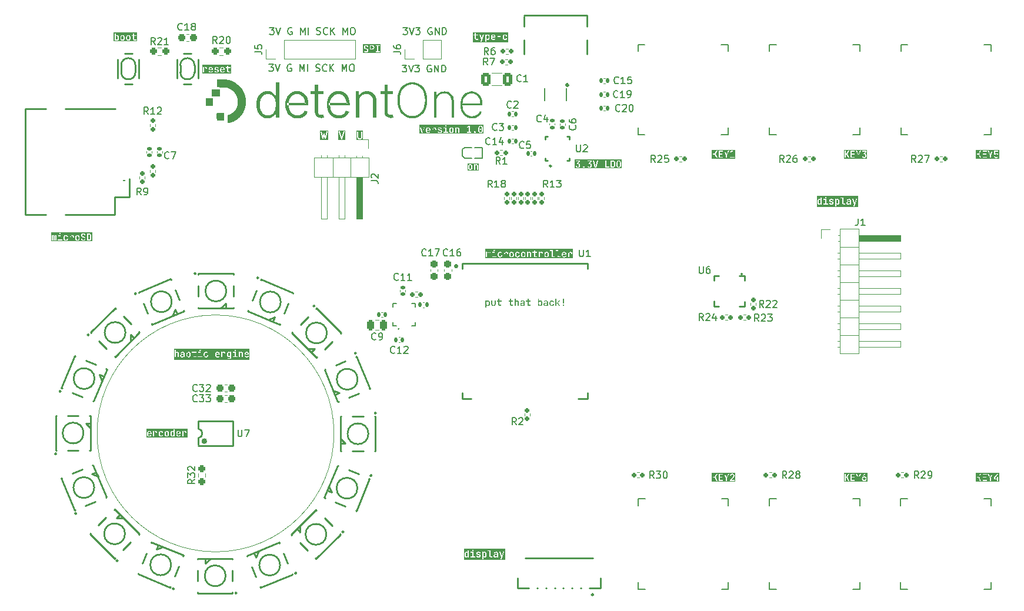
<source format=gbr>
%TF.GenerationSoftware,KiCad,Pcbnew,9.0.7*%
%TF.CreationDate,2026-02-11T23:35:25+11:00*%
%TF.ProjectId,detentOne,64657465-6e74-44f6-9e65-2e6b69636164,rev?*%
%TF.SameCoordinates,Original*%
%TF.FileFunction,Legend,Top*%
%TF.FilePolarity,Positive*%
%FSLAX46Y46*%
G04 Gerber Fmt 4.6, Leading zero omitted, Abs format (unit mm)*
G04 Created by KiCad (PCBNEW 9.0.7) date 2026-02-11 23:35:25*
%MOMM*%
%LPD*%
G01*
G04 APERTURE LIST*
G04 Aperture macros list*
%AMRoundRect*
0 Rectangle with rounded corners*
0 $1 Rounding radius*
0 $2 $3 $4 $5 $6 $7 $8 $9 X,Y pos of 4 corners*
0 Add a 4 corners polygon primitive as box body*
4,1,4,$2,$3,$4,$5,$6,$7,$8,$9,$2,$3,0*
0 Add four circle primitives for the rounded corners*
1,1,$1+$1,$2,$3*
1,1,$1+$1,$4,$5*
1,1,$1+$1,$6,$7*
1,1,$1+$1,$8,$9*
0 Add four rect primitives between the rounded corners*
20,1,$1+$1,$2,$3,$4,$5,0*
20,1,$1+$1,$4,$5,$6,$7,0*
20,1,$1+$1,$6,$7,$8,$9,0*
20,1,$1+$1,$8,$9,$2,$3,0*%
%AMRotRect*
0 Rectangle, with rotation*
0 The origin of the aperture is its center*
0 $1 length*
0 $2 width*
0 $3 Rotation angle, in degrees counterclockwise*
0 Add horizontal line*
21,1,$1,$2,0,0,$3*%
G04 Aperture macros list end*
%ADD10C,0.150000*%
%ADD11C,0.300000*%
%ADD12C,0.100000*%
%ADD13C,0.000000*%
%ADD14C,0.120000*%
%ADD15C,0.250000*%
%ADD16C,0.400000*%
%ADD17C,0.140000*%
%ADD18RoundRect,0.250000X0.250000X0.475000X-0.250000X0.475000X-0.250000X-0.475000X0.250000X-0.475000X0*%
%ADD19RoundRect,0.140000X-0.170000X0.140000X-0.170000X-0.140000X0.170000X-0.140000X0.170000X0.140000X0*%
%ADD20RoundRect,0.160000X-0.197500X-0.160000X0.197500X-0.160000X0.197500X0.160000X-0.197500X0.160000X0*%
%ADD21RotRect,1.500000X1.000000X135.000000*%
%ADD22C,2.700000*%
%ADD23RoundRect,0.237500X0.300000X0.237500X-0.300000X0.237500X-0.300000X-0.237500X0.300000X-0.237500X0*%
%ADD24RoundRect,0.140000X-0.140000X-0.170000X0.140000X-0.170000X0.140000X0.170000X-0.140000X0.170000X0*%
%ADD25R,0.650000X1.200000*%
%ADD26RotRect,1.500000X1.000000X202.500000*%
%ADD27RotRect,1.500000X1.000000X337.500000*%
%ADD28RoundRect,0.160000X0.197500X0.160000X-0.197500X0.160000X-0.197500X-0.160000X0.197500X-0.160000X0*%
%ADD29RoundRect,0.140000X0.140000X0.170000X-0.140000X0.170000X-0.140000X-0.170000X0.140000X-0.170000X0*%
%ADD30R,2.050000X2.050000*%
%ADD31R,0.800000X0.280000*%
%ADD32R,0.280000X0.800000*%
%ADD33RoundRect,0.237500X0.237500X-0.250000X0.237500X0.250000X-0.237500X0.250000X-0.237500X-0.250000X0*%
%ADD34R,1.650000X1.650000*%
%ADD35R,0.660000X0.200000*%
%ADD36R,0.200000X0.660000*%
%ADD37R,0.900000X0.900000*%
%ADD38R,1.500000X0.900000*%
%ADD39R,0.900000X1.500000*%
%ADD40C,3.200000*%
%ADD41R,1.000000X2.700000*%
%ADD42R,0.600000X1.700000*%
%ADD43RoundRect,0.237500X-0.237500X0.300000X-0.237500X-0.300000X0.237500X-0.300000X0.237500X0.300000X0*%
%ADD44RotRect,1.500000X1.000000X157.500000*%
%ADD45RoundRect,0.160000X0.160000X-0.197500X0.160000X0.197500X-0.160000X0.197500X-0.160000X-0.197500X0*%
%ADD46C,1.700000*%
%ADD47R,1.700000X1.700000*%
%ADD48RotRect,1.500000X1.000000X315.000000*%
%ADD49RotRect,1.500000X1.000000X292.500000*%
%ADD50RoundRect,0.140000X0.170000X-0.140000X0.170000X0.140000X-0.170000X0.140000X-0.170000X-0.140000X0*%
%ADD51C,2.200000*%
%ADD52RoundRect,0.250000X0.412500X0.650000X-0.412500X0.650000X-0.412500X-0.650000X0.412500X-0.650000X0*%
%ADD53RoundRect,0.237500X-0.250000X-0.237500X0.250000X-0.237500X0.250000X0.237500X-0.250000X0.237500X0*%
%ADD54R,1.000000X1.500000*%
%ADD55RoundRect,0.237500X-0.300000X-0.237500X0.300000X-0.237500X0.300000X0.237500X-0.300000X0.237500X0*%
%ADD56RotRect,1.500000X1.000000X112.500000*%
%ADD57RotRect,1.500000X1.000000X22.500000*%
%ADD58RotRect,1.500000X1.000000X45.000000*%
%ADD59RotRect,1.500000X1.000000X247.500000*%
%ADD60R,0.650000X1.000000*%
%ADD61RotRect,1.500000X1.000000X67.500000*%
%ADD62R,1.500000X1.000000*%
%ADD63R,0.400000X1.700000*%
%ADD64RoundRect,0.237500X0.250000X0.237500X-0.250000X0.237500X-0.250000X-0.237500X0.250000X-0.237500X0*%
%ADD65R,2.200000X2.200000*%
%ADD66O,1.000000X0.350000*%
%ADD67O,0.350000X1.000000*%
%ADD68RoundRect,0.160000X-0.160000X0.197500X-0.160000X-0.197500X0.160000X-0.197500X0.160000X0.197500X0*%
%ADD69RotRect,1.500000X1.000000X225.000000*%
%ADD70C,1.200000*%
%ADD71R,1.600000X0.700000*%
%ADD72R,1.500000X1.200000*%
%ADD73R,2.200000X1.200000*%
%ADD74R,1.500000X1.600000*%
%ADD75R,0.530000X1.070000*%
%ADD76C,1.701800*%
%ADD77C,3.429000*%
%ADD78C,0.700000*%
%ADD79R,0.550000X1.100000*%
%ADD80R,0.300000X1.100000*%
%ADD81O,1.100000X2.000000*%
%ADD82O,1.200000X1.800000*%
G04 APERTURE END LIST*
D10*
G36*
X199589531Y-77382805D02*
G01*
X199627268Y-77397221D01*
X199657309Y-77420308D01*
X199679365Y-77451242D01*
X199693483Y-77491605D01*
X199698647Y-77544200D01*
X199698647Y-77745823D01*
X199693486Y-77798378D01*
X199679370Y-77838745D01*
X199657309Y-77869715D01*
X199627268Y-77892803D01*
X199589531Y-77907219D01*
X199541844Y-77912397D01*
X199496139Y-77907162D01*
X199458988Y-77892382D01*
X199428454Y-77868311D01*
X199405837Y-77836520D01*
X199391584Y-77796473D01*
X199386444Y-77745823D01*
X199386444Y-77544200D01*
X199391584Y-77493550D01*
X199405837Y-77453503D01*
X199428454Y-77421713D01*
X199458988Y-77397641D01*
X199496139Y-77382861D01*
X199541844Y-77377627D01*
X199589531Y-77382805D01*
G37*
G36*
X197062912Y-77382878D02*
G01*
X197099797Y-77397668D01*
X197129884Y-77421713D01*
X197152113Y-77453451D01*
X197166153Y-77493497D01*
X197171222Y-77544200D01*
X197171222Y-77745823D01*
X197166153Y-77796526D01*
X197152113Y-77836572D01*
X197129884Y-77868311D01*
X197099797Y-77892355D01*
X197062912Y-77907145D01*
X197017227Y-77912397D01*
X196969482Y-77907234D01*
X196931457Y-77892827D01*
X196900968Y-77869715D01*
X196878556Y-77838696D01*
X196864246Y-77798327D01*
X196859019Y-77745823D01*
X196859019Y-77544200D01*
X196864249Y-77491656D01*
X196878561Y-77451291D01*
X196900968Y-77420308D01*
X196931457Y-77397196D01*
X196969482Y-77382789D01*
X197017227Y-77377627D01*
X197062912Y-77382878D01*
G37*
G36*
X201370062Y-77780811D02*
G01*
X201364211Y-77821238D01*
X201347052Y-77855955D01*
X201317550Y-77886507D01*
X201280592Y-77908899D01*
X201236622Y-77922847D01*
X201183888Y-77927784D01*
X201137455Y-77923540D01*
X201100825Y-77911844D01*
X201071903Y-77893529D01*
X201049534Y-77868227D01*
X201036036Y-77837727D01*
X201031297Y-77800411D01*
X201035389Y-77764555D01*
X201046891Y-77735695D01*
X201065553Y-77712240D01*
X201090219Y-77694805D01*
X201120717Y-77683902D01*
X201158670Y-77680000D01*
X201370062Y-77680000D01*
X201370062Y-77780811D01*
G37*
G36*
X202522014Y-78393108D02*
G01*
X196598065Y-78393108D01*
X196598065Y-77537178D01*
X196709176Y-77537178D01*
X196709176Y-77544200D01*
X196709176Y-77754188D01*
X196714035Y-77820485D01*
X196727754Y-77876746D01*
X196749515Y-77924667D01*
X196779152Y-77965580D01*
X196816718Y-77999638D01*
X196859511Y-78023865D01*
X196908567Y-78038776D01*
X196965387Y-78043982D01*
X197026818Y-78037647D01*
X197076352Y-78019922D01*
X197116573Y-77991531D01*
X197147132Y-77953251D01*
X197165944Y-77906256D01*
X197168608Y-77883026D01*
X197172627Y-77883026D01*
X197172627Y-78030000D01*
X197322409Y-78030000D01*
X197322409Y-77892796D01*
X197552608Y-77892796D01*
X197552608Y-78030000D01*
X198217620Y-78030000D01*
X198217620Y-77892796D01*
X197969836Y-77892796D01*
X197969836Y-77831186D01*
X198387613Y-77831186D01*
X198394888Y-77872900D01*
X198408670Y-77909730D01*
X198428890Y-77942500D01*
X198455044Y-77970958D01*
X198487415Y-77995447D01*
X198526892Y-78016017D01*
X198592495Y-78035602D01*
X198671851Y-78042578D01*
X198732056Y-78042578D01*
X198804554Y-78038016D01*
X198862921Y-78025479D01*
X198909686Y-78006264D01*
X198946929Y-77981029D01*
X198977982Y-77947834D01*
X199000274Y-77908905D01*
X199014147Y-77863101D01*
X199019042Y-77808777D01*
X199014792Y-77758189D01*
X199002877Y-77716346D01*
X198984001Y-77681587D01*
X198958103Y-77652705D01*
X198914320Y-77623034D01*
X198852370Y-77598494D01*
X198767044Y-77580593D01*
X198664829Y-77563801D01*
X198613390Y-77551227D01*
X198582213Y-77534431D01*
X198567819Y-77518659D01*
X198558881Y-77498158D01*
X198555652Y-77471416D01*
X198559296Y-77441077D01*
X198569417Y-77417585D01*
X198585755Y-77399303D01*
X198607321Y-77386693D01*
X198638242Y-77378101D01*
X198681620Y-77374818D01*
X198734865Y-77374818D01*
X198785718Y-77380585D01*
X198820900Y-77395823D01*
X198846190Y-77420351D01*
X198858025Y-77450411D01*
X199009211Y-77450411D01*
X199000244Y-77405930D01*
X198983739Y-77367083D01*
X198959661Y-77332880D01*
X198927329Y-77302705D01*
X198876482Y-77273070D01*
X198832864Y-77260024D01*
X199235258Y-77260024D01*
X199235258Y-77544200D01*
X199235258Y-78281997D01*
X199386444Y-78281997D01*
X199386444Y-78062178D01*
X199382231Y-77883026D01*
X199389147Y-77883026D01*
X199391857Y-77906152D01*
X199411084Y-77953149D01*
X199442437Y-77991531D01*
X199483496Y-78020033D01*
X199533132Y-78037709D01*
X199593684Y-78043982D01*
X199644886Y-78039787D01*
X199689520Y-78027764D01*
X199728750Y-78008323D01*
X199763448Y-77981538D01*
X199792741Y-77948206D01*
X199816922Y-77907512D01*
X199833943Y-77863060D01*
X199844656Y-77811882D01*
X199848429Y-77752784D01*
X199848429Y-77535774D01*
X199843581Y-77468646D01*
X199829934Y-77412055D01*
X199808374Y-77364215D01*
X199779125Y-77323710D01*
X199741980Y-77289999D01*
X199699477Y-77265976D01*
X199650555Y-77251161D01*
X199593684Y-77245980D01*
X199532202Y-77252306D01*
X199482382Y-77270041D01*
X199441704Y-77298492D01*
X199410781Y-77336817D01*
X199391782Y-77383794D01*
X199389094Y-77406997D01*
X199385040Y-77406997D01*
X199385040Y-77260024D01*
X199235258Y-77260024D01*
X198832864Y-77260024D01*
X198813369Y-77254193D01*
X198734865Y-77247384D01*
X198681620Y-77247384D01*
X198612656Y-77251686D01*
X198556985Y-77263520D01*
X198512254Y-77281671D01*
X198476517Y-77305514D01*
X198446714Y-77336876D01*
X198425295Y-77373905D01*
X198411937Y-77417737D01*
X198407213Y-77470012D01*
X198411322Y-77520124D01*
X198422769Y-77561051D01*
X198440767Y-77594555D01*
X198465282Y-77621931D01*
X198506996Y-77650250D01*
X198565847Y-77674234D01*
X198646632Y-77692578D01*
X198746039Y-77708026D01*
X198802687Y-77721738D01*
X198839157Y-77742281D01*
X198856532Y-77761448D01*
X198866994Y-77784600D01*
X198870664Y-77812990D01*
X198866669Y-77842126D01*
X198855125Y-77866478D01*
X198835615Y-77887240D01*
X198810708Y-77901885D01*
X198777053Y-77911585D01*
X198732056Y-77915205D01*
X198671851Y-77915205D01*
X198618176Y-77908958D01*
X198579405Y-77892124D01*
X198558967Y-77874639D01*
X198545737Y-77854544D01*
X198538860Y-77831186D01*
X198387613Y-77831186D01*
X197969836Y-77831186D01*
X197969836Y-77260024D01*
X197587595Y-77260024D01*
X197587595Y-77397227D01*
X197822801Y-77397227D01*
X197822801Y-77892796D01*
X197552608Y-77892796D01*
X197322409Y-77892796D01*
X197322409Y-77145230D01*
X199997479Y-77145230D01*
X200249476Y-77145230D01*
X200249476Y-77796198D01*
X200252989Y-77842051D01*
X200263122Y-77882842D01*
X200279579Y-77919419D01*
X200302330Y-77952295D01*
X200329944Y-77979423D01*
X200362866Y-78001301D01*
X200399340Y-78016916D01*
X200440579Y-78026615D01*
X200487491Y-78030000D01*
X200732466Y-78030000D01*
X200732466Y-77892796D01*
X200494452Y-77892796D01*
X200454821Y-77886013D01*
X200425881Y-77866906D01*
X200407325Y-77837271D01*
X200403158Y-77811585D01*
X200880111Y-77811585D01*
X200884793Y-77864565D01*
X200898107Y-77909656D01*
X200919546Y-77948349D01*
X200949415Y-77981700D01*
X200985581Y-78007985D01*
X201028339Y-78027358D01*
X201078963Y-78039623D01*
X201139070Y-78043982D01*
X201208439Y-78037889D01*
X201264468Y-78020952D01*
X201309856Y-77994279D01*
X201338212Y-77967078D01*
X201358036Y-77936290D01*
X201370090Y-77901191D01*
X201371390Y-77888583D01*
X201374275Y-77888583D01*
X201374275Y-78030000D01*
X201521310Y-78030000D01*
X201521310Y-77503595D01*
X201515968Y-77445345D01*
X201500731Y-77395549D01*
X201476073Y-77352572D01*
X201441503Y-77315284D01*
X201399997Y-77286070D01*
X201351006Y-77264499D01*
X201332043Y-77260024D01*
X201699729Y-77260024D01*
X201986714Y-77985181D01*
X201876133Y-78281997D01*
X202035685Y-78281997D01*
X202410903Y-77260024D01*
X202249886Y-77260024D01*
X202098700Y-77693982D01*
X202079099Y-77761210D01*
X202063712Y-77825629D01*
X202046859Y-77761210D01*
X202027320Y-77693982D01*
X201866303Y-77260024D01*
X201699729Y-77260024D01*
X201332043Y-77260024D01*
X201293103Y-77250835D01*
X201224494Y-77245980D01*
X201160905Y-77250191D01*
X201105364Y-77262203D01*
X201056652Y-77281399D01*
X201013773Y-77307590D01*
X200976256Y-77341344D01*
X200948210Y-77379622D01*
X200928796Y-77423084D01*
X200917908Y-77472821D01*
X201066285Y-77472821D01*
X201074718Y-77445160D01*
X201090694Y-77421375D01*
X201115256Y-77400708D01*
X201144431Y-77385982D01*
X201179038Y-77376707D01*
X201220280Y-77373414D01*
X201266683Y-77377771D01*
X201302784Y-77389727D01*
X201330861Y-77408401D01*
X201352201Y-77434103D01*
X201365365Y-77466135D01*
X201370062Y-77506404D01*
X201370062Y-77577784D01*
X201155861Y-77577784D01*
X201091248Y-77582197D01*
X201037105Y-77594567D01*
X200991682Y-77613988D01*
X200953567Y-77640127D01*
X200921777Y-77673734D01*
X200899087Y-77712718D01*
X200885044Y-77758149D01*
X200881143Y-77800411D01*
X200880111Y-77811585D01*
X200403158Y-77811585D01*
X200400662Y-77796198D01*
X200400662Y-77008026D01*
X199997479Y-77008026D01*
X199997479Y-77145230D01*
X197322409Y-77145230D01*
X197322409Y-77031779D01*
X197773831Y-77031779D01*
X197777258Y-77059394D01*
X197787031Y-77082113D01*
X197803201Y-77101083D01*
X197836393Y-77120122D01*
X197881603Y-77126973D01*
X197926856Y-77120118D01*
X197960005Y-77101083D01*
X197976211Y-77082108D01*
X197986003Y-77059390D01*
X197989436Y-77031779D01*
X197985967Y-77003270D01*
X197976141Y-76980139D01*
X197960005Y-76961132D01*
X197926851Y-76942050D01*
X197881603Y-76935181D01*
X197836398Y-76942046D01*
X197803201Y-76961132D01*
X197787101Y-76980134D01*
X197777294Y-77003266D01*
X197773831Y-77031779D01*
X197322409Y-77031779D01*
X197322409Y-77008026D01*
X197171222Y-77008026D01*
X197171222Y-77227784D01*
X197175375Y-77406997D01*
X197168613Y-77406997D01*
X197165945Y-77383747D01*
X197147135Y-77336771D01*
X197116573Y-77298492D01*
X197076347Y-77270066D01*
X197026814Y-77252321D01*
X196965387Y-77245980D01*
X196908567Y-77251186D01*
X196859511Y-77266098D01*
X196816718Y-77290324D01*
X196779152Y-77324382D01*
X196749570Y-77365282D01*
X196727805Y-77413399D01*
X196714054Y-77470113D01*
X196709176Y-77537178D01*
X196598065Y-77537178D01*
X196598065Y-76824070D01*
X202522014Y-76824070D01*
X202522014Y-78393108D01*
G37*
G36*
X148789531Y-128182805D02*
G01*
X148827268Y-128197221D01*
X148857309Y-128220308D01*
X148879365Y-128251242D01*
X148893483Y-128291605D01*
X148898647Y-128344200D01*
X148898647Y-128545823D01*
X148893486Y-128598378D01*
X148879370Y-128638745D01*
X148857309Y-128669715D01*
X148827268Y-128692803D01*
X148789531Y-128707219D01*
X148741844Y-128712397D01*
X148696139Y-128707162D01*
X148658988Y-128692382D01*
X148628454Y-128668311D01*
X148605837Y-128636520D01*
X148591584Y-128596473D01*
X148586444Y-128545823D01*
X148586444Y-128344200D01*
X148591584Y-128293550D01*
X148605837Y-128253503D01*
X148628454Y-128221713D01*
X148658988Y-128197641D01*
X148696139Y-128182861D01*
X148741844Y-128177627D01*
X148789531Y-128182805D01*
G37*
G36*
X146262912Y-128182878D02*
G01*
X146299797Y-128197668D01*
X146329884Y-128221713D01*
X146352113Y-128253451D01*
X146366153Y-128293497D01*
X146371222Y-128344200D01*
X146371222Y-128545823D01*
X146366153Y-128596526D01*
X146352113Y-128636572D01*
X146329884Y-128668311D01*
X146299797Y-128692355D01*
X146262912Y-128707145D01*
X146217227Y-128712397D01*
X146169482Y-128707234D01*
X146131457Y-128692827D01*
X146100968Y-128669715D01*
X146078556Y-128638696D01*
X146064246Y-128598327D01*
X146059019Y-128545823D01*
X146059019Y-128344200D01*
X146064249Y-128291656D01*
X146078561Y-128251291D01*
X146100968Y-128220308D01*
X146131457Y-128197196D01*
X146169482Y-128182789D01*
X146217227Y-128177627D01*
X146262912Y-128182878D01*
G37*
G36*
X150570062Y-128580811D02*
G01*
X150564211Y-128621238D01*
X150547052Y-128655955D01*
X150517550Y-128686507D01*
X150480592Y-128708899D01*
X150436622Y-128722847D01*
X150383888Y-128727784D01*
X150337455Y-128723540D01*
X150300825Y-128711844D01*
X150271903Y-128693529D01*
X150249534Y-128668227D01*
X150236036Y-128637727D01*
X150231297Y-128600411D01*
X150235389Y-128564555D01*
X150246891Y-128535695D01*
X150265553Y-128512240D01*
X150290219Y-128494805D01*
X150320717Y-128483902D01*
X150358670Y-128480000D01*
X150570062Y-128480000D01*
X150570062Y-128580811D01*
G37*
G36*
X151722014Y-129193108D02*
G01*
X145798065Y-129193108D01*
X145798065Y-128337178D01*
X145909176Y-128337178D01*
X145909176Y-128344200D01*
X145909176Y-128554188D01*
X145914035Y-128620485D01*
X145927754Y-128676746D01*
X145949515Y-128724667D01*
X145979152Y-128765580D01*
X146016718Y-128799638D01*
X146059511Y-128823865D01*
X146108567Y-128838776D01*
X146165387Y-128843982D01*
X146226818Y-128837647D01*
X146276352Y-128819922D01*
X146316573Y-128791531D01*
X146347132Y-128753251D01*
X146365944Y-128706256D01*
X146368608Y-128683026D01*
X146372627Y-128683026D01*
X146372627Y-128830000D01*
X146522409Y-128830000D01*
X146522409Y-128692796D01*
X146752608Y-128692796D01*
X146752608Y-128830000D01*
X147417620Y-128830000D01*
X147417620Y-128692796D01*
X147169836Y-128692796D01*
X147169836Y-128631186D01*
X147587613Y-128631186D01*
X147594888Y-128672900D01*
X147608670Y-128709730D01*
X147628890Y-128742500D01*
X147655044Y-128770958D01*
X147687415Y-128795447D01*
X147726892Y-128816017D01*
X147792495Y-128835602D01*
X147871851Y-128842578D01*
X147932056Y-128842578D01*
X148004554Y-128838016D01*
X148062921Y-128825479D01*
X148109686Y-128806264D01*
X148146929Y-128781029D01*
X148177982Y-128747834D01*
X148200274Y-128708905D01*
X148214147Y-128663101D01*
X148219042Y-128608777D01*
X148214792Y-128558189D01*
X148202877Y-128516346D01*
X148184001Y-128481587D01*
X148158103Y-128452705D01*
X148114320Y-128423034D01*
X148052370Y-128398494D01*
X147967044Y-128380593D01*
X147864829Y-128363801D01*
X147813390Y-128351227D01*
X147782213Y-128334431D01*
X147767819Y-128318659D01*
X147758881Y-128298158D01*
X147755652Y-128271416D01*
X147759296Y-128241077D01*
X147769417Y-128217585D01*
X147785755Y-128199303D01*
X147807321Y-128186693D01*
X147838242Y-128178101D01*
X147881620Y-128174818D01*
X147934865Y-128174818D01*
X147985718Y-128180585D01*
X148020900Y-128195823D01*
X148046190Y-128220351D01*
X148058025Y-128250411D01*
X148209211Y-128250411D01*
X148200244Y-128205930D01*
X148183739Y-128167083D01*
X148159661Y-128132880D01*
X148127329Y-128102705D01*
X148076482Y-128073070D01*
X148032864Y-128060024D01*
X148435258Y-128060024D01*
X148435258Y-128344200D01*
X148435258Y-129081997D01*
X148586444Y-129081997D01*
X148586444Y-128862178D01*
X148582231Y-128683026D01*
X148589147Y-128683026D01*
X148591857Y-128706152D01*
X148611084Y-128753149D01*
X148642437Y-128791531D01*
X148683496Y-128820033D01*
X148733132Y-128837709D01*
X148793684Y-128843982D01*
X148844886Y-128839787D01*
X148889520Y-128827764D01*
X148928750Y-128808323D01*
X148963448Y-128781538D01*
X148992741Y-128748206D01*
X149016922Y-128707512D01*
X149033943Y-128663060D01*
X149044656Y-128611882D01*
X149048429Y-128552784D01*
X149048429Y-128335774D01*
X149043581Y-128268646D01*
X149029934Y-128212055D01*
X149008374Y-128164215D01*
X148979125Y-128123710D01*
X148941980Y-128089999D01*
X148899477Y-128065976D01*
X148850555Y-128051161D01*
X148793684Y-128045980D01*
X148732202Y-128052306D01*
X148682382Y-128070041D01*
X148641704Y-128098492D01*
X148610781Y-128136817D01*
X148591782Y-128183794D01*
X148589094Y-128206997D01*
X148585040Y-128206997D01*
X148585040Y-128060024D01*
X148435258Y-128060024D01*
X148032864Y-128060024D01*
X148013369Y-128054193D01*
X147934865Y-128047384D01*
X147881620Y-128047384D01*
X147812656Y-128051686D01*
X147756985Y-128063520D01*
X147712254Y-128081671D01*
X147676517Y-128105514D01*
X147646714Y-128136876D01*
X147625295Y-128173905D01*
X147611937Y-128217737D01*
X147607213Y-128270012D01*
X147611322Y-128320124D01*
X147622769Y-128361051D01*
X147640767Y-128394555D01*
X147665282Y-128421931D01*
X147706996Y-128450250D01*
X147765847Y-128474234D01*
X147846632Y-128492578D01*
X147946039Y-128508026D01*
X148002687Y-128521738D01*
X148039157Y-128542281D01*
X148056532Y-128561448D01*
X148066994Y-128584600D01*
X148070664Y-128612990D01*
X148066669Y-128642126D01*
X148055125Y-128666478D01*
X148035615Y-128687240D01*
X148010708Y-128701885D01*
X147977053Y-128711585D01*
X147932056Y-128715205D01*
X147871851Y-128715205D01*
X147818176Y-128708958D01*
X147779405Y-128692124D01*
X147758967Y-128674639D01*
X147745737Y-128654544D01*
X147738860Y-128631186D01*
X147587613Y-128631186D01*
X147169836Y-128631186D01*
X147169836Y-128060024D01*
X146787595Y-128060024D01*
X146787595Y-128197227D01*
X147022801Y-128197227D01*
X147022801Y-128692796D01*
X146752608Y-128692796D01*
X146522409Y-128692796D01*
X146522409Y-127945230D01*
X149197479Y-127945230D01*
X149449476Y-127945230D01*
X149449476Y-128596198D01*
X149452989Y-128642051D01*
X149463122Y-128682842D01*
X149479579Y-128719419D01*
X149502330Y-128752295D01*
X149529944Y-128779423D01*
X149562866Y-128801301D01*
X149599340Y-128816916D01*
X149640579Y-128826615D01*
X149687491Y-128830000D01*
X149932466Y-128830000D01*
X149932466Y-128692796D01*
X149694452Y-128692796D01*
X149654821Y-128686013D01*
X149625881Y-128666906D01*
X149607325Y-128637271D01*
X149603158Y-128611585D01*
X150080111Y-128611585D01*
X150084793Y-128664565D01*
X150098107Y-128709656D01*
X150119546Y-128748349D01*
X150149415Y-128781700D01*
X150185581Y-128807985D01*
X150228339Y-128827358D01*
X150278963Y-128839623D01*
X150339070Y-128843982D01*
X150408439Y-128837889D01*
X150464468Y-128820952D01*
X150509856Y-128794279D01*
X150538212Y-128767078D01*
X150558036Y-128736290D01*
X150570090Y-128701191D01*
X150571390Y-128688583D01*
X150574275Y-128688583D01*
X150574275Y-128830000D01*
X150721310Y-128830000D01*
X150721310Y-128303595D01*
X150715968Y-128245345D01*
X150700731Y-128195549D01*
X150676073Y-128152572D01*
X150641503Y-128115284D01*
X150599997Y-128086070D01*
X150551006Y-128064499D01*
X150532043Y-128060024D01*
X150899729Y-128060024D01*
X151186714Y-128785181D01*
X151076133Y-129081997D01*
X151235685Y-129081997D01*
X151610903Y-128060024D01*
X151449886Y-128060024D01*
X151298700Y-128493982D01*
X151279099Y-128561210D01*
X151263712Y-128625629D01*
X151246859Y-128561210D01*
X151227320Y-128493982D01*
X151066303Y-128060024D01*
X150899729Y-128060024D01*
X150532043Y-128060024D01*
X150493103Y-128050835D01*
X150424494Y-128045980D01*
X150360905Y-128050191D01*
X150305364Y-128062203D01*
X150256652Y-128081399D01*
X150213773Y-128107590D01*
X150176256Y-128141344D01*
X150148210Y-128179622D01*
X150128796Y-128223084D01*
X150117908Y-128272821D01*
X150266285Y-128272821D01*
X150274718Y-128245160D01*
X150290694Y-128221375D01*
X150315256Y-128200708D01*
X150344431Y-128185982D01*
X150379038Y-128176707D01*
X150420280Y-128173414D01*
X150466683Y-128177771D01*
X150502784Y-128189727D01*
X150530861Y-128208401D01*
X150552201Y-128234103D01*
X150565365Y-128266135D01*
X150570062Y-128306404D01*
X150570062Y-128377784D01*
X150355861Y-128377784D01*
X150291248Y-128382197D01*
X150237105Y-128394567D01*
X150191682Y-128413988D01*
X150153567Y-128440127D01*
X150121777Y-128473734D01*
X150099087Y-128512718D01*
X150085044Y-128558149D01*
X150081143Y-128600411D01*
X150080111Y-128611585D01*
X149603158Y-128611585D01*
X149600662Y-128596198D01*
X149600662Y-127808026D01*
X149197479Y-127808026D01*
X149197479Y-127945230D01*
X146522409Y-127945230D01*
X146522409Y-127831779D01*
X146973831Y-127831779D01*
X146977258Y-127859394D01*
X146987031Y-127882113D01*
X147003201Y-127901083D01*
X147036393Y-127920122D01*
X147081603Y-127926973D01*
X147126856Y-127920118D01*
X147160005Y-127901083D01*
X147176211Y-127882108D01*
X147186003Y-127859390D01*
X147189436Y-127831779D01*
X147185967Y-127803270D01*
X147176141Y-127780139D01*
X147160005Y-127761132D01*
X147126851Y-127742050D01*
X147081603Y-127735181D01*
X147036398Y-127742046D01*
X147003201Y-127761132D01*
X146987101Y-127780134D01*
X146977294Y-127803266D01*
X146973831Y-127831779D01*
X146522409Y-127831779D01*
X146522409Y-127808026D01*
X146371222Y-127808026D01*
X146371222Y-128027784D01*
X146375375Y-128206997D01*
X146368613Y-128206997D01*
X146365945Y-128183747D01*
X146347135Y-128136771D01*
X146316573Y-128098492D01*
X146276347Y-128070066D01*
X146226814Y-128052321D01*
X146165387Y-128045980D01*
X146108567Y-128051186D01*
X146059511Y-128066098D01*
X146016718Y-128090324D01*
X145979152Y-128124382D01*
X145949570Y-128165282D01*
X145927805Y-128213399D01*
X145914054Y-128270113D01*
X145909176Y-128337178D01*
X145798065Y-128337178D01*
X145798065Y-127624070D01*
X151722014Y-127624070D01*
X151722014Y-129193108D01*
G37*
G36*
X106195394Y-99382805D02*
G01*
X106233131Y-99397221D01*
X106263172Y-99420308D01*
X106285227Y-99451242D01*
X106299345Y-99491605D01*
X106304510Y-99544200D01*
X106304510Y-99745823D01*
X106299348Y-99798378D01*
X106285232Y-99838745D01*
X106263172Y-99869715D01*
X106233131Y-99892803D01*
X106195394Y-99907219D01*
X106147706Y-99912397D01*
X106102002Y-99907162D01*
X106064850Y-99892382D01*
X106034316Y-99868311D01*
X106011700Y-99836520D01*
X105997447Y-99796473D01*
X105992307Y-99745823D01*
X105992307Y-99544200D01*
X105997447Y-99493550D01*
X106011700Y-99453503D01*
X106034316Y-99421713D01*
X106064850Y-99397641D01*
X106102002Y-99382861D01*
X106147706Y-99377627D01*
X106195394Y-99382805D01*
G37*
G36*
X112060959Y-99382878D02*
G01*
X112097844Y-99397668D01*
X112127931Y-99421713D01*
X112150159Y-99453451D01*
X112164200Y-99493497D01*
X112169269Y-99544200D01*
X112169269Y-99685617D01*
X112164200Y-99736320D01*
X112150159Y-99776366D01*
X112127931Y-99808105D01*
X112097844Y-99832149D01*
X112060959Y-99846940D01*
X112015274Y-99852191D01*
X111967631Y-99846911D01*
X111930370Y-99832264D01*
X111901091Y-99808838D01*
X111879790Y-99777599D01*
X111866178Y-99737385D01*
X111861218Y-99685617D01*
X111861218Y-99544200D01*
X111866225Y-99491481D01*
X111879876Y-99451123D01*
X111901091Y-99420308D01*
X111930317Y-99397275D01*
X111967576Y-99382838D01*
X112015274Y-99377627D01*
X112060959Y-99382878D01*
G37*
G36*
X105458270Y-99780811D02*
G01*
X105452419Y-99821238D01*
X105435260Y-99855955D01*
X105405757Y-99886507D01*
X105368799Y-99908899D01*
X105324829Y-99922847D01*
X105272096Y-99927784D01*
X105225662Y-99923540D01*
X105189033Y-99911844D01*
X105160110Y-99893529D01*
X105137741Y-99868227D01*
X105124243Y-99837727D01*
X105119505Y-99800411D01*
X105123596Y-99764555D01*
X105135099Y-99735695D01*
X105153760Y-99712240D01*
X105178427Y-99694805D01*
X105208924Y-99683902D01*
X105246877Y-99680000D01*
X105458270Y-99680000D01*
X105458270Y-99780811D01*
G37*
G36*
X110391756Y-99372084D02*
G01*
X110431886Y-99387754D01*
X110462806Y-99412615D01*
X110485267Y-99445784D01*
X110499601Y-99488292D01*
X110504815Y-99542796D01*
X110504815Y-99577829D01*
X110174416Y-99579188D01*
X110174416Y-99544200D01*
X110179732Y-99488793D01*
X110194308Y-99445863D01*
X110217097Y-99412615D01*
X110248428Y-99387658D01*
X110288391Y-99372031D01*
X110339585Y-99366392D01*
X110391756Y-99372084D01*
G37*
G36*
X114587848Y-99372084D02*
G01*
X114627978Y-99387754D01*
X114658898Y-99412615D01*
X114681359Y-99445784D01*
X114695693Y-99488292D01*
X114700907Y-99542796D01*
X114700907Y-99577829D01*
X114370508Y-99579188D01*
X114370508Y-99544200D01*
X114375825Y-99488793D01*
X114390400Y-99445863D01*
X114413189Y-99412615D01*
X114444520Y-99387658D01*
X114484483Y-99372031D01*
X114535677Y-99366392D01*
X114587848Y-99372084D01*
G37*
G36*
X114957587Y-100393108D02*
G01*
X104051572Y-100393108D01*
X104051572Y-100030000D01*
X104162683Y-100030000D01*
X104313870Y-100030000D01*
X104313870Y-99544200D01*
X104318994Y-99491580D01*
X104333072Y-99450691D01*
X104355147Y-99418904D01*
X104385272Y-99394857D01*
X104422178Y-99380068D01*
X104467865Y-99374818D01*
X104512787Y-99379844D01*
X104548993Y-99393968D01*
X104578446Y-99416828D01*
X104600289Y-99447146D01*
X104614072Y-99485552D01*
X104619051Y-99534370D01*
X104619051Y-100030000D01*
X104770299Y-100030000D01*
X104770299Y-99811585D01*
X104968318Y-99811585D01*
X104973001Y-99864565D01*
X104986315Y-99909656D01*
X105007753Y-99948349D01*
X105037622Y-99981700D01*
X105073788Y-100007985D01*
X105116546Y-100027358D01*
X105167171Y-100039623D01*
X105227277Y-100043982D01*
X105296646Y-100037889D01*
X105352675Y-100020952D01*
X105398064Y-99994279D01*
X105426420Y-99967078D01*
X105446243Y-99936290D01*
X105458298Y-99901191D01*
X105459598Y-99888583D01*
X105462483Y-99888583D01*
X105462483Y-100030000D01*
X105609517Y-100030000D01*
X105609517Y-99503595D01*
X105604175Y-99445345D01*
X105588939Y-99395549D01*
X105564280Y-99352572D01*
X105529711Y-99315284D01*
X105488204Y-99286070D01*
X105439214Y-99264499D01*
X105420251Y-99260024D01*
X105841120Y-99260024D01*
X105841120Y-99544200D01*
X105841120Y-100281997D01*
X105992307Y-100281997D01*
X105992307Y-100062178D01*
X105988093Y-99883026D01*
X105995009Y-99883026D01*
X105997719Y-99906152D01*
X106016947Y-99953149D01*
X106048299Y-99991531D01*
X106089358Y-100020033D01*
X106138994Y-100037709D01*
X106199547Y-100043982D01*
X106250748Y-100039787D01*
X106295382Y-100027764D01*
X106334613Y-100008323D01*
X106369311Y-99981538D01*
X106398604Y-99948206D01*
X106422785Y-99907512D01*
X106439805Y-99863060D01*
X106450519Y-99811882D01*
X106454292Y-99752784D01*
X106454292Y-99535774D01*
X106449443Y-99468646D01*
X106435796Y-99412055D01*
X106414236Y-99364215D01*
X106384988Y-99323710D01*
X106347842Y-99289999D01*
X106305339Y-99265976D01*
X106285684Y-99260024D01*
X106631307Y-99260024D01*
X106631307Y-99397227D01*
X106844165Y-99397227D01*
X106844165Y-99812990D01*
X106848234Y-99863692D01*
X106859703Y-99906277D01*
X106877925Y-99942213D01*
X106902905Y-99972602D01*
X106945422Y-100003539D01*
X106998975Y-100022991D01*
X107066731Y-100030000D01*
X107282336Y-100030000D01*
X107282336Y-99892796D01*
X107515344Y-99892796D01*
X107515344Y-100030000D01*
X108180356Y-100030000D01*
X108180356Y-99892796D01*
X107932572Y-99892796D01*
X107932572Y-99544200D01*
X108350349Y-99544200D01*
X108350349Y-99745823D01*
X108354866Y-99805465D01*
X108367843Y-99858033D01*
X108388817Y-99904703D01*
X108418175Y-99946325D01*
X108454781Y-99980678D01*
X108499459Y-100008323D01*
X108548715Y-100027718D01*
X108604120Y-100039779D01*
X108666766Y-100043982D01*
X108735814Y-100038960D01*
X108794878Y-100024732D01*
X108845614Y-100002096D01*
X108889332Y-99971198D01*
X108925913Y-99932069D01*
X108952668Y-99886735D01*
X108970038Y-99834055D01*
X108977565Y-99772384D01*
X108826378Y-99772384D01*
X108818966Y-99814320D01*
X108803496Y-99847796D01*
X108780156Y-99874600D01*
X108750203Y-99894193D01*
X108713052Y-99906551D01*
X108666766Y-99910992D01*
X108617157Y-99905761D01*
X108577264Y-99891125D01*
X108544950Y-99867639D01*
X108520762Y-99836045D01*
X108505633Y-99796242D01*
X108500192Y-99745823D01*
X108500192Y-99544200D01*
X110028786Y-99544200D01*
X110028786Y-99745823D01*
X110033218Y-99804551D01*
X110045964Y-99856442D01*
X110066583Y-99902627D01*
X110095344Y-99943957D01*
X110131252Y-99978551D01*
X110175087Y-100006919D01*
X110223505Y-100027101D01*
X110277962Y-100039622D01*
X110339585Y-100043982D01*
X110419948Y-100037068D01*
X110488258Y-100017438D01*
X110546764Y-99985914D01*
X110585084Y-99953841D01*
X110614168Y-99917543D01*
X110634933Y-99876498D01*
X110647636Y-99829781D01*
X110497793Y-99829781D01*
X110487809Y-99857336D01*
X110471261Y-99879706D01*
X110447418Y-99897742D01*
X110402871Y-99914526D01*
X110340989Y-99920823D01*
X110288726Y-99915295D01*
X110248347Y-99900077D01*
X110217097Y-99876004D01*
X110194359Y-99843579D01*
X110179763Y-99801172D01*
X110174416Y-99745823D01*
X110174416Y-99681404D01*
X110650384Y-99681404D01*
X110650384Y-99544200D01*
X110645916Y-99484531D01*
X110633137Y-99432458D01*
X110612587Y-99386725D01*
X110583907Y-99345767D01*
X110548233Y-99311390D01*
X110504815Y-99283105D01*
X110456849Y-99262955D01*
X110444107Y-99260024D01*
X110876431Y-99260024D01*
X110876431Y-100030000D01*
X111027617Y-100030000D01*
X111027617Y-99544200D01*
X111032775Y-99491599D01*
X111046874Y-99451237D01*
X111068894Y-99420308D01*
X111098912Y-99397088D01*
X111135818Y-99382735D01*
X111181612Y-99377627D01*
X111226642Y-99382510D01*
X111262847Y-99396195D01*
X111292193Y-99418232D01*
X111313982Y-99447693D01*
X111327786Y-99485576D01*
X111332799Y-99534370D01*
X111332799Y-100030000D01*
X111484046Y-100030000D01*
X111484046Y-99535774D01*
X111710032Y-99535774D01*
X111710032Y-99544200D01*
X111710032Y-99692578D01*
X111714807Y-99758997D01*
X111728280Y-99815308D01*
X111749613Y-99863206D01*
X111778603Y-99904031D01*
X111815479Y-99937878D01*
X111858189Y-99962095D01*
X111907890Y-99977101D01*
X111966242Y-99982372D01*
X112026869Y-99976270D01*
X112075728Y-99959220D01*
X112115353Y-99931997D01*
X112145539Y-99895136D01*
X112164085Y-99849778D01*
X112167399Y-99821416D01*
X112172017Y-99821416D01*
X112169269Y-99964176D01*
X112169269Y-100041174D01*
X112165682Y-100076481D01*
X112155890Y-100103361D01*
X112140571Y-100123789D01*
X112119673Y-100138579D01*
X112091293Y-100148228D01*
X112053071Y-100151816D01*
X111816460Y-100151816D01*
X111816460Y-100281997D01*
X112054475Y-100281997D01*
X112116786Y-100277505D01*
X112168864Y-100264913D01*
X112212476Y-100245099D01*
X112249015Y-100218311D01*
X112279145Y-100184262D01*
X112300819Y-100144662D01*
X112314303Y-100098415D01*
X112319051Y-100043982D01*
X112319051Y-99892796D01*
X112550654Y-99892796D01*
X112550654Y-100030000D01*
X113215667Y-100030000D01*
X113215667Y-99892796D01*
X112967882Y-99892796D01*
X112967882Y-99260024D01*
X113394086Y-99260024D01*
X113394086Y-100030000D01*
X113545272Y-100030000D01*
X113545272Y-99544200D01*
X113550430Y-99491599D01*
X113564529Y-99451237D01*
X113586549Y-99420308D01*
X113616567Y-99397088D01*
X113653473Y-99382735D01*
X113699268Y-99377627D01*
X113744297Y-99382510D01*
X113780502Y-99396195D01*
X113809848Y-99418232D01*
X113831637Y-99447693D01*
X113845441Y-99485576D01*
X113850454Y-99534370D01*
X113850454Y-100030000D01*
X114001701Y-100030000D01*
X114001701Y-99544200D01*
X114224878Y-99544200D01*
X114224878Y-99745823D01*
X114229310Y-99804551D01*
X114242056Y-99856442D01*
X114262675Y-99902627D01*
X114291436Y-99943957D01*
X114327344Y-99978551D01*
X114371180Y-100006919D01*
X114419597Y-100027101D01*
X114474054Y-100039622D01*
X114535677Y-100043982D01*
X114616040Y-100037068D01*
X114684350Y-100017438D01*
X114742856Y-99985914D01*
X114781176Y-99953841D01*
X114810260Y-99917543D01*
X114831025Y-99876498D01*
X114843728Y-99829781D01*
X114693885Y-99829781D01*
X114683901Y-99857336D01*
X114667353Y-99879706D01*
X114643510Y-99897742D01*
X114598963Y-99914526D01*
X114537082Y-99920823D01*
X114484818Y-99915295D01*
X114444439Y-99900077D01*
X114413189Y-99876004D01*
X114390451Y-99843579D01*
X114375855Y-99801172D01*
X114370508Y-99745823D01*
X114370508Y-99681404D01*
X114846476Y-99681404D01*
X114846476Y-99544200D01*
X114842008Y-99484531D01*
X114829230Y-99432458D01*
X114808680Y-99386725D01*
X114779999Y-99345767D01*
X114744325Y-99311390D01*
X114700907Y-99283105D01*
X114652941Y-99262955D01*
X114598284Y-99250382D01*
X114535677Y-99245980D01*
X114474057Y-99250347D01*
X114419600Y-99262888D01*
X114371180Y-99283105D01*
X114327296Y-99311434D01*
X114291393Y-99345816D01*
X114262675Y-99386725D01*
X114242125Y-99432458D01*
X114229347Y-99484531D01*
X114224878Y-99544200D01*
X114001701Y-99544200D01*
X114001701Y-99517578D01*
X113996969Y-99455679D01*
X113983577Y-99403036D01*
X113962258Y-99358053D01*
X113933069Y-99319497D01*
X113896499Y-99287751D01*
X113854526Y-99265001D01*
X113806090Y-99250916D01*
X113749704Y-99245980D01*
X113687299Y-99252314D01*
X113637835Y-99269896D01*
X113598456Y-99297821D01*
X113568850Y-99335572D01*
X113550454Y-99382706D01*
X113547755Y-99406997D01*
X113543868Y-99406997D01*
X113543868Y-99260024D01*
X113394086Y-99260024D01*
X112967882Y-99260024D01*
X112585642Y-99260024D01*
X112585642Y-99397227D01*
X112820848Y-99397227D01*
X112820848Y-99892796D01*
X112550654Y-99892796D01*
X112319051Y-99892796D01*
X112319051Y-99260024D01*
X112169269Y-99260024D01*
X112170674Y-99406997D01*
X112167245Y-99406997D01*
X112164102Y-99380019D01*
X112145565Y-99334394D01*
X112115353Y-99297088D01*
X112075673Y-99269440D01*
X112026813Y-99252159D01*
X111966242Y-99245980D01*
X111907894Y-99251255D01*
X111858194Y-99266271D01*
X111815482Y-99290506D01*
X111778603Y-99324382D01*
X111749611Y-99365207D01*
X111728278Y-99413097D01*
X111714806Y-99469389D01*
X111710032Y-99535774D01*
X111484046Y-99535774D01*
X111484046Y-99517578D01*
X111479313Y-99455679D01*
X111465922Y-99403036D01*
X111444603Y-99358053D01*
X111415414Y-99319497D01*
X111378843Y-99287751D01*
X111336871Y-99265001D01*
X111288434Y-99250916D01*
X111232048Y-99245980D01*
X111169643Y-99252314D01*
X111120179Y-99269896D01*
X111080801Y-99297821D01*
X111051195Y-99335572D01*
X111032798Y-99382706D01*
X111030100Y-99406997D01*
X111026213Y-99406997D01*
X111026213Y-99260024D01*
X110876431Y-99260024D01*
X110444107Y-99260024D01*
X110402192Y-99250382D01*
X110339585Y-99245980D01*
X110277965Y-99250347D01*
X110223508Y-99262888D01*
X110175087Y-99283105D01*
X110131204Y-99311434D01*
X110095301Y-99345816D01*
X110066583Y-99386725D01*
X110046033Y-99432458D01*
X110033254Y-99484531D01*
X110028786Y-99544200D01*
X108500192Y-99544200D01*
X108500192Y-99542796D01*
X108505651Y-99492393D01*
X108520790Y-99452861D01*
X108544950Y-99421713D01*
X108577218Y-99398582D01*
X108617110Y-99384138D01*
X108666766Y-99378970D01*
X108713047Y-99383418D01*
X108750198Y-99395795D01*
X108780156Y-99415423D01*
X108803499Y-99442226D01*
X108818968Y-99475683D01*
X108826378Y-99517578D01*
X108977565Y-99517578D01*
X108970039Y-99455941D01*
X108952671Y-99403280D01*
X108925916Y-99357955D01*
X108889332Y-99318825D01*
X108845610Y-99287900D01*
X108794872Y-99265244D01*
X108735810Y-99251006D01*
X108666766Y-99245980D01*
X108604123Y-99250190D01*
X108548718Y-99262271D01*
X108499459Y-99281700D01*
X108454733Y-99309306D01*
X108418132Y-99343448D01*
X108388817Y-99384649D01*
X108367912Y-99430867D01*
X108354903Y-99483617D01*
X108350349Y-99544200D01*
X107932572Y-99544200D01*
X107932572Y-99260024D01*
X107550332Y-99260024D01*
X107550332Y-99397227D01*
X107785538Y-99397227D01*
X107785538Y-99892796D01*
X107515344Y-99892796D01*
X107282336Y-99892796D01*
X107072348Y-99892796D01*
X107037590Y-99887428D01*
X107014827Y-99873078D01*
X107000701Y-99849519D01*
X106995351Y-99812990D01*
X106995351Y-99397227D01*
X107296319Y-99397227D01*
X107296319Y-99260024D01*
X106995351Y-99260024D01*
X106995351Y-99043014D01*
X106844165Y-99043014D01*
X106844165Y-99260024D01*
X106631307Y-99260024D01*
X106285684Y-99260024D01*
X106256417Y-99251161D01*
X106199547Y-99245980D01*
X106138065Y-99252306D01*
X106088244Y-99270041D01*
X106047567Y-99298492D01*
X106016644Y-99336817D01*
X105997645Y-99383794D01*
X105994956Y-99406997D01*
X105990902Y-99406997D01*
X105990902Y-99260024D01*
X105841120Y-99260024D01*
X105420251Y-99260024D01*
X105381311Y-99250835D01*
X105312701Y-99245980D01*
X105249113Y-99250191D01*
X105193571Y-99262203D01*
X105144860Y-99281399D01*
X105101980Y-99307590D01*
X105064463Y-99341344D01*
X105036417Y-99379622D01*
X105017004Y-99423084D01*
X105006115Y-99472821D01*
X105154493Y-99472821D01*
X105162925Y-99445160D01*
X105178902Y-99421375D01*
X105203463Y-99400708D01*
X105232639Y-99385982D01*
X105267245Y-99376707D01*
X105308488Y-99373414D01*
X105354890Y-99377771D01*
X105390991Y-99389727D01*
X105419069Y-99408401D01*
X105440408Y-99434103D01*
X105453572Y-99466135D01*
X105458270Y-99506404D01*
X105458270Y-99577784D01*
X105244069Y-99577784D01*
X105179456Y-99582197D01*
X105125313Y-99594567D01*
X105079890Y-99613988D01*
X105041774Y-99640127D01*
X105009985Y-99673734D01*
X104987295Y-99712718D01*
X104973252Y-99758149D01*
X104969350Y-99800411D01*
X104968318Y-99811585D01*
X104770299Y-99811585D01*
X104770299Y-99517578D01*
X104765566Y-99455679D01*
X104752175Y-99403036D01*
X104730855Y-99358053D01*
X104701666Y-99319497D01*
X104665096Y-99287751D01*
X104623123Y-99265001D01*
X104574687Y-99250916D01*
X104518301Y-99245980D01*
X104455896Y-99252314D01*
X104406432Y-99269896D01*
X104367054Y-99297821D01*
X104337447Y-99335572D01*
X104319051Y-99382706D01*
X104316352Y-99406997D01*
X104312465Y-99406997D01*
X104313870Y-99260024D01*
X104313870Y-99031779D01*
X107736567Y-99031779D01*
X107739994Y-99059394D01*
X107749767Y-99082113D01*
X107765937Y-99101083D01*
X107799129Y-99120122D01*
X107844339Y-99126973D01*
X107889592Y-99120118D01*
X107922741Y-99101083D01*
X107938948Y-99082108D01*
X107948739Y-99059390D01*
X107952172Y-99031779D01*
X112771877Y-99031779D01*
X112775305Y-99059394D01*
X112785078Y-99082113D01*
X112801248Y-99101083D01*
X112834439Y-99120122D01*
X112879650Y-99126973D01*
X112924903Y-99120118D01*
X112958052Y-99101083D01*
X112974258Y-99082108D01*
X112984050Y-99059390D01*
X112987483Y-99031779D01*
X112984014Y-99003270D01*
X112974188Y-98980139D01*
X112958052Y-98961132D01*
X112924898Y-98942050D01*
X112879650Y-98935181D01*
X112834445Y-98942046D01*
X112801248Y-98961132D01*
X112785148Y-98980134D01*
X112775341Y-99003266D01*
X112771877Y-99031779D01*
X107952172Y-99031779D01*
X107948703Y-99003270D01*
X107938877Y-98980139D01*
X107922741Y-98961132D01*
X107889587Y-98942050D01*
X107844339Y-98935181D01*
X107799134Y-98942046D01*
X107765937Y-98961132D01*
X107749837Y-98980134D01*
X107740030Y-99003266D01*
X107736567Y-99031779D01*
X104313870Y-99031779D01*
X104313870Y-99008026D01*
X104162683Y-99008026D01*
X104162683Y-100030000D01*
X104051572Y-100030000D01*
X104051572Y-98824070D01*
X114957587Y-98824070D01*
X114957587Y-100393108D01*
G37*
G36*
X160281985Y-84972084D02*
G01*
X160322115Y-84987754D01*
X160353035Y-85012615D01*
X160375496Y-85045784D01*
X160389830Y-85088292D01*
X160395045Y-85142796D01*
X160395045Y-85177829D01*
X160064645Y-85179188D01*
X160064645Y-85144200D01*
X160069962Y-85088793D01*
X160084538Y-85045863D01*
X160107327Y-85012615D01*
X160138658Y-84987658D01*
X160178621Y-84972031D01*
X160229815Y-84966392D01*
X160281985Y-84972084D01*
G37*
G36*
X152726508Y-84985532D02*
G01*
X152765362Y-84999786D01*
X152795856Y-85022384D01*
X152818272Y-85052963D01*
X152832614Y-85093076D01*
X152837866Y-85145605D01*
X152837866Y-85344419D01*
X152832661Y-85396000D01*
X152818358Y-85435946D01*
X152795856Y-85466906D01*
X152765309Y-85489894D01*
X152726454Y-85504361D01*
X152676849Y-85509588D01*
X152628181Y-85504409D01*
X152589501Y-85489983D01*
X152558574Y-85466906D01*
X152535684Y-85435893D01*
X152521168Y-85395945D01*
X152515893Y-85344419D01*
X152515893Y-85145605D01*
X152521216Y-85093133D01*
X152535771Y-85053018D01*
X152558574Y-85022384D01*
X152589449Y-84999699D01*
X152628128Y-84985483D01*
X152676849Y-84980375D01*
X152726508Y-84985532D01*
G37*
G36*
X154404945Y-84985532D02*
G01*
X154443799Y-84999786D01*
X154474293Y-85022384D01*
X154496708Y-85052963D01*
X154511050Y-85093076D01*
X154516303Y-85145605D01*
X154516303Y-85344419D01*
X154511098Y-85396000D01*
X154496795Y-85435946D01*
X154474293Y-85466906D01*
X154443746Y-85489894D01*
X154404891Y-85504361D01*
X154355286Y-85509588D01*
X154306618Y-85504409D01*
X154267938Y-85489983D01*
X154237011Y-85466906D01*
X154214121Y-85435893D01*
X154199605Y-85395945D01*
X154194330Y-85344419D01*
X154194330Y-85145605D01*
X154199653Y-85093133D01*
X154214208Y-85053018D01*
X154237011Y-85022384D01*
X154267886Y-84999699D01*
X154306565Y-84985483D01*
X154355286Y-84980375D01*
X154404945Y-84985532D01*
G37*
G36*
X157761819Y-84985532D02*
G01*
X157800673Y-84999786D01*
X157831167Y-85022384D01*
X157853582Y-85052963D01*
X157867924Y-85093076D01*
X157873176Y-85145605D01*
X157873176Y-85344419D01*
X157867972Y-85396000D01*
X157853668Y-85435946D01*
X157831167Y-85466906D01*
X157800620Y-85489894D01*
X157761764Y-85504361D01*
X157712159Y-85509588D01*
X157663492Y-85504409D01*
X157624812Y-85489983D01*
X157593885Y-85466906D01*
X157570995Y-85435893D01*
X157556479Y-85395945D01*
X157551203Y-85344419D01*
X157551203Y-85145605D01*
X157556527Y-85093133D01*
X157571082Y-85053018D01*
X157593885Y-85022384D01*
X157624760Y-84999699D01*
X157663439Y-84985483D01*
X157712159Y-84980375D01*
X157761819Y-84985532D01*
G37*
G36*
X161523183Y-85755093D02*
G01*
X148871504Y-85755093D01*
X148871504Y-84860024D01*
X148982615Y-84860024D01*
X148982615Y-85630000D01*
X149118414Y-85630000D01*
X149118414Y-85046198D01*
X149123258Y-85006106D01*
X149135877Y-84979703D01*
X149157108Y-84962687D01*
X149188389Y-84956622D01*
X149221262Y-84962676D01*
X149244382Y-84979703D01*
X149258562Y-85006476D01*
X149263982Y-85047602D01*
X149263982Y-85630000D01*
X149377372Y-85630000D01*
X149377372Y-85046198D01*
X149382582Y-85006242D01*
X149396301Y-84979703D01*
X149418679Y-84962638D01*
X149450218Y-84956622D01*
X149481679Y-84962801D01*
X149504073Y-84980436D01*
X149517816Y-85007542D01*
X149523002Y-85047602D01*
X149523002Y-85630000D01*
X149657397Y-85630000D01*
X149657397Y-85492796D01*
X149852608Y-85492796D01*
X149852608Y-85630000D01*
X150517620Y-85630000D01*
X150517620Y-85492796D01*
X150269836Y-85492796D01*
X150269836Y-85144200D01*
X150687613Y-85144200D01*
X150687613Y-85345823D01*
X150692130Y-85405465D01*
X150705107Y-85458033D01*
X150726081Y-85504703D01*
X150755439Y-85546325D01*
X150792045Y-85580678D01*
X150836723Y-85608323D01*
X150885978Y-85627718D01*
X150941383Y-85639779D01*
X151004030Y-85643982D01*
X151073078Y-85638960D01*
X151132141Y-85624732D01*
X151182878Y-85602096D01*
X151226596Y-85571198D01*
X151263176Y-85532069D01*
X151289932Y-85486735D01*
X151307302Y-85434055D01*
X151314829Y-85372384D01*
X151163642Y-85372384D01*
X151156230Y-85414320D01*
X151140759Y-85447796D01*
X151117419Y-85474600D01*
X151087466Y-85494193D01*
X151050315Y-85506551D01*
X151004030Y-85510992D01*
X150954420Y-85505761D01*
X150914528Y-85491125D01*
X150882213Y-85467639D01*
X150858026Y-85436045D01*
X150842897Y-85396242D01*
X150837456Y-85345823D01*
X150837456Y-85142796D01*
X150842914Y-85092393D01*
X150858054Y-85052861D01*
X150882213Y-85021713D01*
X150914481Y-84998582D01*
X150954374Y-84984138D01*
X151004030Y-84978970D01*
X151050311Y-84983418D01*
X151087462Y-84995795D01*
X151117419Y-85015423D01*
X151140763Y-85042226D01*
X151156232Y-85075683D01*
X151163642Y-85117578D01*
X151314829Y-85117578D01*
X151307303Y-85055941D01*
X151289935Y-85003280D01*
X151263179Y-84957955D01*
X151226596Y-84918825D01*
X151182874Y-84887900D01*
X151132136Y-84865244D01*
X151110482Y-84860024D01*
X151560476Y-84860024D01*
X151560476Y-85630000D01*
X151711662Y-85630000D01*
X151711662Y-85144200D01*
X151716771Y-85091571D01*
X151730838Y-85050431D01*
X151752939Y-85018232D01*
X151783184Y-84993890D01*
X151820947Y-84978807D01*
X151868466Y-84973414D01*
X151916042Y-84978735D01*
X151953781Y-84993590D01*
X151983932Y-85017500D01*
X152005984Y-85049318D01*
X152020108Y-85090626D01*
X152025270Y-85144200D01*
X152025270Y-85183401D01*
X152180669Y-85183401D01*
X152180669Y-85145605D01*
X152366050Y-85145605D01*
X152366050Y-85344419D01*
X152370505Y-85404092D01*
X152383273Y-85456426D01*
X152403846Y-85502627D01*
X152432594Y-85543956D01*
X152468273Y-85578292D01*
X152511618Y-85606186D01*
X152559581Y-85625928D01*
X152614244Y-85638259D01*
X152676849Y-85642578D01*
X152739495Y-85638257D01*
X152794156Y-85625924D01*
X152842079Y-85606186D01*
X152885425Y-85578292D01*
X152921103Y-85543956D01*
X152949851Y-85502627D01*
X152970425Y-85456426D01*
X152983192Y-85404092D01*
X152987648Y-85344419D01*
X152987648Y-85145605D01*
X152987544Y-85144200D01*
X153205268Y-85144200D01*
X153205268Y-85345823D01*
X153209785Y-85405465D01*
X153222762Y-85458033D01*
X153243736Y-85504703D01*
X153273094Y-85546325D01*
X153309700Y-85580678D01*
X153354378Y-85608323D01*
X153403634Y-85627718D01*
X153459039Y-85639779D01*
X153521685Y-85643982D01*
X153590733Y-85638960D01*
X153649797Y-85624732D01*
X153700533Y-85602096D01*
X153744251Y-85571198D01*
X153780832Y-85532069D01*
X153807587Y-85486735D01*
X153824957Y-85434055D01*
X153832484Y-85372384D01*
X153681297Y-85372384D01*
X153673885Y-85414320D01*
X153658415Y-85447796D01*
X153635075Y-85474600D01*
X153605122Y-85494193D01*
X153567971Y-85506551D01*
X153521685Y-85510992D01*
X153472076Y-85505761D01*
X153432183Y-85491125D01*
X153399869Y-85467639D01*
X153375681Y-85436045D01*
X153360552Y-85396242D01*
X153355111Y-85345823D01*
X153355111Y-85145605D01*
X154044487Y-85145605D01*
X154044487Y-85344419D01*
X154048942Y-85404092D01*
X154061710Y-85456426D01*
X154082283Y-85502627D01*
X154111031Y-85543956D01*
X154146710Y-85578292D01*
X154190055Y-85606186D01*
X154238017Y-85625928D01*
X154292681Y-85638259D01*
X154355286Y-85642578D01*
X154417932Y-85638257D01*
X154472592Y-85625924D01*
X154520516Y-85606186D01*
X154563862Y-85578292D01*
X154599540Y-85543956D01*
X154628288Y-85502627D01*
X154648862Y-85456426D01*
X154661629Y-85404092D01*
X154666085Y-85344419D01*
X154666085Y-85145605D01*
X154661593Y-85084987D01*
X154648793Y-85032474D01*
X154628288Y-84986725D01*
X154599582Y-84945818D01*
X154563909Y-84911694D01*
X154520516Y-84883838D01*
X154472589Y-84864065D01*
X154454708Y-84860024D01*
X154892131Y-84860024D01*
X154892131Y-85630000D01*
X155043318Y-85630000D01*
X155043318Y-85144200D01*
X155048476Y-85091599D01*
X155062575Y-85051237D01*
X155084595Y-85020308D01*
X155114613Y-84997088D01*
X155151519Y-84982735D01*
X155197313Y-84977627D01*
X155242343Y-84982510D01*
X155278548Y-84996195D01*
X155307894Y-85018232D01*
X155329683Y-85047693D01*
X155343486Y-85085576D01*
X155348499Y-85134370D01*
X155348499Y-85630000D01*
X155499747Y-85630000D01*
X155499747Y-85117578D01*
X155495014Y-85055679D01*
X155481623Y-85003036D01*
X155460303Y-84958053D01*
X155431114Y-84919497D01*
X155394544Y-84887751D01*
X155352571Y-84865001D01*
X155335456Y-84860024D01*
X155682318Y-84860024D01*
X155682318Y-84997227D01*
X155895176Y-84997227D01*
X155895176Y-85412990D01*
X155899245Y-85463692D01*
X155910714Y-85506277D01*
X155928936Y-85542213D01*
X155953916Y-85572602D01*
X155996433Y-85603539D01*
X156049986Y-85622991D01*
X156117742Y-85630000D01*
X156333347Y-85630000D01*
X156333347Y-85492796D01*
X156123360Y-85492796D01*
X156088601Y-85487428D01*
X156065838Y-85473078D01*
X156051712Y-85449519D01*
X156046362Y-85412990D01*
X156046362Y-84997227D01*
X156347330Y-84997227D01*
X156347330Y-84860024D01*
X156595786Y-84860024D01*
X156595786Y-85630000D01*
X156746973Y-85630000D01*
X156746973Y-85144200D01*
X156752081Y-85091571D01*
X156766148Y-85050431D01*
X156788250Y-85018232D01*
X156818494Y-84993890D01*
X156856257Y-84978807D01*
X156903777Y-84973414D01*
X156951352Y-84978735D01*
X156989092Y-84993590D01*
X157019242Y-85017500D01*
X157041295Y-85049318D01*
X157055419Y-85090626D01*
X157060580Y-85144200D01*
X157060580Y-85183401D01*
X157215980Y-85183401D01*
X157215980Y-85145605D01*
X157401360Y-85145605D01*
X157401360Y-85344419D01*
X157405816Y-85404092D01*
X157418583Y-85456426D01*
X157439157Y-85502627D01*
X157467905Y-85543956D01*
X157503583Y-85578292D01*
X157546929Y-85606186D01*
X157594891Y-85625928D01*
X157649555Y-85638259D01*
X157712159Y-85642578D01*
X157774805Y-85638257D01*
X157829466Y-85625924D01*
X157877390Y-85606186D01*
X157920735Y-85578292D01*
X157956414Y-85543956D01*
X157985162Y-85502627D01*
X158005735Y-85456426D01*
X158018503Y-85404092D01*
X158022958Y-85344419D01*
X158022958Y-85145605D01*
X158018467Y-85084987D01*
X158005667Y-85032474D01*
X157985162Y-84986725D01*
X157956456Y-84945818D01*
X157920783Y-84911694D01*
X157877390Y-84883838D01*
X157829463Y-84864065D01*
X157774802Y-84851712D01*
X157712159Y-84847384D01*
X157649558Y-84851710D01*
X157594895Y-84864061D01*
X157546929Y-84883838D01*
X157503536Y-84911694D01*
X157467863Y-84945818D01*
X157439157Y-84986725D01*
X157418652Y-85032474D01*
X157405852Y-85084987D01*
X157401360Y-85145605D01*
X157215980Y-85145605D01*
X157215980Y-85131622D01*
X157210961Y-85065375D01*
X157196821Y-85009548D01*
X157174415Y-84962326D01*
X157143867Y-84922306D01*
X157105488Y-84889501D01*
X157061021Y-84865865D01*
X157009272Y-84851155D01*
X156948595Y-84845980D01*
X156895110Y-84850470D01*
X156851384Y-84862996D01*
X156815528Y-84882739D01*
X156786174Y-84909727D01*
X156763732Y-84942649D01*
X156746695Y-84983758D01*
X156741650Y-85006997D01*
X156741355Y-85006997D01*
X156741355Y-84860024D01*
X156595786Y-84860024D01*
X156347330Y-84860024D01*
X156046362Y-84860024D01*
X156046362Y-84745230D01*
X158172008Y-84745230D01*
X158424005Y-84745230D01*
X158424005Y-85396198D01*
X158427518Y-85442051D01*
X158437651Y-85482842D01*
X158454108Y-85519419D01*
X158476859Y-85552295D01*
X158504473Y-85579423D01*
X158537395Y-85601301D01*
X158573869Y-85616916D01*
X158615108Y-85626615D01*
X158662020Y-85630000D01*
X158906995Y-85630000D01*
X158906995Y-85492796D01*
X158668981Y-85492796D01*
X158629350Y-85486013D01*
X158600409Y-85466906D01*
X158581854Y-85437271D01*
X158575191Y-85396198D01*
X158575191Y-84745230D01*
X159011226Y-84745230D01*
X159263224Y-84745230D01*
X159263224Y-85396198D01*
X159266736Y-85442051D01*
X159276870Y-85482842D01*
X159293326Y-85519419D01*
X159316078Y-85552295D01*
X159343691Y-85579423D01*
X159376613Y-85601301D01*
X159413087Y-85616916D01*
X159454326Y-85626615D01*
X159501238Y-85630000D01*
X159746214Y-85630000D01*
X159746214Y-85492796D01*
X159508199Y-85492796D01*
X159468569Y-85486013D01*
X159439628Y-85466906D01*
X159421073Y-85437271D01*
X159414410Y-85396198D01*
X159414410Y-85144200D01*
X159919016Y-85144200D01*
X159919016Y-85345823D01*
X159923448Y-85404551D01*
X159936193Y-85456442D01*
X159956812Y-85502627D01*
X159985573Y-85543957D01*
X160021482Y-85578551D01*
X160065317Y-85606919D01*
X160113734Y-85627101D01*
X160168192Y-85639622D01*
X160229815Y-85643982D01*
X160310178Y-85637068D01*
X160378488Y-85617438D01*
X160436994Y-85585914D01*
X160475313Y-85553841D01*
X160504398Y-85517543D01*
X160525162Y-85476498D01*
X160537866Y-85429781D01*
X160388023Y-85429781D01*
X160378039Y-85457336D01*
X160361490Y-85479706D01*
X160337648Y-85497742D01*
X160293101Y-85514526D01*
X160231219Y-85520823D01*
X160178956Y-85515295D01*
X160138576Y-85500077D01*
X160107327Y-85476004D01*
X160084588Y-85443579D01*
X160069993Y-85401172D01*
X160064645Y-85345823D01*
X160064645Y-85281404D01*
X160540614Y-85281404D01*
X160540614Y-85144200D01*
X160536145Y-85084531D01*
X160523367Y-85032458D01*
X160502817Y-84986725D01*
X160474137Y-84945767D01*
X160438463Y-84911390D01*
X160395045Y-84883105D01*
X160347079Y-84862955D01*
X160334337Y-84860024D01*
X160791878Y-84860024D01*
X160791878Y-85630000D01*
X160943065Y-85630000D01*
X160943065Y-85144200D01*
X160948174Y-85091571D01*
X160962240Y-85050431D01*
X160984342Y-85018232D01*
X161014586Y-84993890D01*
X161052349Y-84978807D01*
X161099869Y-84973414D01*
X161147444Y-84978735D01*
X161185184Y-84993590D01*
X161215334Y-85017500D01*
X161237387Y-85049318D01*
X161251511Y-85090626D01*
X161256673Y-85144200D01*
X161256673Y-85183401D01*
X161412072Y-85183401D01*
X161412072Y-85131622D01*
X161407054Y-85065375D01*
X161392913Y-85009548D01*
X161370507Y-84962326D01*
X161339959Y-84922306D01*
X161301580Y-84889501D01*
X161257113Y-84865865D01*
X161205364Y-84851155D01*
X161144687Y-84845980D01*
X161091202Y-84850470D01*
X161047476Y-84862996D01*
X161011620Y-84882739D01*
X160982266Y-84909727D01*
X160959824Y-84942649D01*
X160942788Y-84983758D01*
X160937743Y-85006997D01*
X160937447Y-85006997D01*
X160937447Y-84860024D01*
X160791878Y-84860024D01*
X160334337Y-84860024D01*
X160292421Y-84850382D01*
X160229815Y-84845980D01*
X160168195Y-84850347D01*
X160113738Y-84862888D01*
X160065317Y-84883105D01*
X160021434Y-84911434D01*
X159985531Y-84945816D01*
X159956812Y-84986725D01*
X159936262Y-85032458D01*
X159923484Y-85084531D01*
X159919016Y-85144200D01*
X159414410Y-85144200D01*
X159414410Y-84608026D01*
X159011226Y-84608026D01*
X159011226Y-84745230D01*
X158575191Y-84745230D01*
X158575191Y-84608026D01*
X158172008Y-84608026D01*
X158172008Y-84745230D01*
X156046362Y-84745230D01*
X156046362Y-84643014D01*
X155895176Y-84643014D01*
X155895176Y-84860024D01*
X155682318Y-84860024D01*
X155335456Y-84860024D01*
X155304135Y-84850916D01*
X155247749Y-84845980D01*
X155185344Y-84852314D01*
X155135880Y-84869896D01*
X155096502Y-84897821D01*
X155066895Y-84935572D01*
X155048499Y-84982706D01*
X155045800Y-85006997D01*
X155041913Y-85006997D01*
X155041913Y-84860024D01*
X154892131Y-84860024D01*
X154454708Y-84860024D01*
X154417928Y-84851712D01*
X154355286Y-84847384D01*
X154292684Y-84851710D01*
X154238021Y-84864061D01*
X154190055Y-84883838D01*
X154146662Y-84911694D01*
X154110989Y-84945818D01*
X154082283Y-84986725D01*
X154061778Y-85032474D01*
X154048978Y-85084987D01*
X154044487Y-85145605D01*
X153355111Y-85145605D01*
X153355111Y-85142796D01*
X153360570Y-85092393D01*
X153375709Y-85052861D01*
X153399869Y-85021713D01*
X153432137Y-84998582D01*
X153472029Y-84984138D01*
X153521685Y-84978970D01*
X153567966Y-84983418D01*
X153605117Y-84995795D01*
X153635075Y-85015423D01*
X153658418Y-85042226D01*
X153673887Y-85075683D01*
X153681297Y-85117578D01*
X153832484Y-85117578D01*
X153824958Y-85055941D01*
X153807590Y-85003280D01*
X153780835Y-84957955D01*
X153744251Y-84918825D01*
X153700529Y-84887900D01*
X153649791Y-84865244D01*
X153590729Y-84851006D01*
X153521685Y-84845980D01*
X153459042Y-84850190D01*
X153403637Y-84862271D01*
X153354378Y-84881700D01*
X153309652Y-84909306D01*
X153273051Y-84943448D01*
X153243736Y-84984649D01*
X153222831Y-85030867D01*
X153209822Y-85083617D01*
X153205268Y-85144200D01*
X152987544Y-85144200D01*
X152983156Y-85084987D01*
X152970356Y-85032474D01*
X152949851Y-84986725D01*
X152921145Y-84945818D01*
X152885472Y-84911694D01*
X152842079Y-84883838D01*
X152794152Y-84864065D01*
X152739491Y-84851712D01*
X152676849Y-84847384D01*
X152614247Y-84851710D01*
X152559584Y-84864061D01*
X152511618Y-84883838D01*
X152468225Y-84911694D01*
X152432552Y-84945818D01*
X152403846Y-84986725D01*
X152383341Y-85032474D01*
X152370541Y-85084987D01*
X152366050Y-85145605D01*
X152180669Y-85145605D01*
X152180669Y-85131622D01*
X152175651Y-85065375D01*
X152161510Y-85009548D01*
X152139104Y-84962326D01*
X152108557Y-84922306D01*
X152070177Y-84889501D01*
X152025710Y-84865865D01*
X151973961Y-84851155D01*
X151913285Y-84845980D01*
X151859799Y-84850470D01*
X151816073Y-84862996D01*
X151780217Y-84882739D01*
X151750863Y-84909727D01*
X151728421Y-84942649D01*
X151711385Y-84983758D01*
X151706340Y-85006997D01*
X151706045Y-85006997D01*
X151706045Y-84860024D01*
X151560476Y-84860024D01*
X151110482Y-84860024D01*
X151073074Y-84851006D01*
X151004030Y-84845980D01*
X150941387Y-84850190D01*
X150885982Y-84862271D01*
X150836723Y-84881700D01*
X150791997Y-84909306D01*
X150755396Y-84943448D01*
X150726081Y-84984649D01*
X150705176Y-85030867D01*
X150692166Y-85083617D01*
X150687613Y-85144200D01*
X150269836Y-85144200D01*
X150269836Y-84860024D01*
X149887595Y-84860024D01*
X149887595Y-84997227D01*
X150122801Y-84997227D01*
X150122801Y-85492796D01*
X149852608Y-85492796D01*
X149657397Y-85492796D01*
X149657397Y-85043389D01*
X149652397Y-84984916D01*
X149638535Y-84937851D01*
X149616791Y-84899897D01*
X149586360Y-84869985D01*
X149549708Y-84852189D01*
X149504806Y-84845980D01*
X149466350Y-84850522D01*
X149434910Y-84863401D01*
X149408879Y-84884509D01*
X149389550Y-84912095D01*
X149377511Y-84945826D01*
X149376252Y-84958026D01*
X149367587Y-84958026D01*
X149359875Y-84929348D01*
X149341713Y-84895012D01*
X149315657Y-84867780D01*
X149283845Y-84851626D01*
X149244382Y-84845980D01*
X149206887Y-84850502D01*
X149176145Y-84863356D01*
X149150593Y-84884509D01*
X149131652Y-84912045D01*
X149119826Y-84945776D01*
X149118584Y-84958026D01*
X149108583Y-84958026D01*
X149108583Y-84860024D01*
X148982615Y-84860024D01*
X148871504Y-84860024D01*
X148871504Y-84631779D01*
X150073831Y-84631779D01*
X150077258Y-84659394D01*
X150087031Y-84682113D01*
X150103201Y-84701083D01*
X150136393Y-84720122D01*
X150181603Y-84726973D01*
X150226856Y-84720118D01*
X150260005Y-84701083D01*
X150276211Y-84682108D01*
X150286003Y-84659390D01*
X150289436Y-84631779D01*
X150285967Y-84603270D01*
X150276141Y-84580139D01*
X150260005Y-84561132D01*
X150226851Y-84542050D01*
X150181603Y-84535181D01*
X150136398Y-84542046D01*
X150103201Y-84561132D01*
X150087101Y-84580134D01*
X150077294Y-84603266D01*
X150073831Y-84631779D01*
X148871504Y-84631779D01*
X148871504Y-84424070D01*
X161523183Y-84424070D01*
X161523183Y-85755093D01*
G37*
G36*
X149332899Y-91851161D02*
G01*
X149381821Y-91865976D01*
X149424324Y-91889999D01*
X149461470Y-91923710D01*
X149490719Y-91964215D01*
X149512278Y-92012055D01*
X149525925Y-92068646D01*
X149530774Y-92135774D01*
X149530774Y-92352784D01*
X149527001Y-92411882D01*
X149516287Y-92463060D01*
X149499267Y-92507512D01*
X149475086Y-92548206D01*
X149445793Y-92581538D01*
X149411095Y-92608323D01*
X149371864Y-92627764D01*
X149327231Y-92639787D01*
X149276029Y-92643982D01*
X149215476Y-92637709D01*
X149165840Y-92620033D01*
X149124781Y-92591531D01*
X149093429Y-92553149D01*
X149074201Y-92506152D01*
X149071491Y-92483026D01*
X149064576Y-92483026D01*
X149068789Y-92662178D01*
X149068789Y-92881997D01*
X148917602Y-92881997D01*
X148917602Y-92144200D01*
X149068789Y-92144200D01*
X149068789Y-92345823D01*
X149073929Y-92396473D01*
X149088182Y-92436520D01*
X149110799Y-92468311D01*
X149141332Y-92492382D01*
X149178484Y-92507162D01*
X149224188Y-92512397D01*
X149271876Y-92507219D01*
X149309613Y-92492803D01*
X149339654Y-92469715D01*
X149361714Y-92438745D01*
X149375830Y-92398378D01*
X149380992Y-92345823D01*
X149380992Y-92144200D01*
X149375828Y-92091605D01*
X149361709Y-92051242D01*
X149339654Y-92020308D01*
X149309613Y-91997221D01*
X149271876Y-91982805D01*
X149224188Y-91977627D01*
X149178484Y-91982861D01*
X149141332Y-91997641D01*
X149110799Y-92021713D01*
X149088182Y-92053503D01*
X149073929Y-92093550D01*
X149068789Y-92144200D01*
X148917602Y-92144200D01*
X148917602Y-91860024D01*
X149067384Y-91860024D01*
X149067384Y-92006997D01*
X149071438Y-92006997D01*
X149074127Y-91983794D01*
X149093126Y-91936817D01*
X149124049Y-91898492D01*
X149164726Y-91870041D01*
X149214547Y-91852306D01*
X149276029Y-91845980D01*
X149332899Y-91851161D01*
G37*
G36*
X150057789Y-92643982D02*
G01*
X149989219Y-92638490D01*
X149930601Y-92622894D01*
X149880178Y-92597926D01*
X149836627Y-92563504D01*
X149801278Y-92520844D01*
X149775668Y-92471112D01*
X149759660Y-92412927D01*
X149754012Y-92344419D01*
X149754012Y-91860024D01*
X149905198Y-91860024D01*
X149905198Y-92344419D01*
X149910221Y-92396136D01*
X149924056Y-92436603D01*
X149945804Y-92468311D01*
X149975483Y-92492331D01*
X150012123Y-92507130D01*
X150057789Y-92512397D01*
X150104459Y-92507109D01*
X150141791Y-92492285D01*
X150171912Y-92468311D01*
X150194045Y-92436550D01*
X150208095Y-92396082D01*
X150213189Y-92344419D01*
X150213189Y-91860024D01*
X150364436Y-91860024D01*
X150364436Y-92344419D01*
X150358746Y-92412880D01*
X150342613Y-92471049D01*
X150316782Y-92520797D01*
X150281088Y-92563504D01*
X150237228Y-92597886D01*
X150186361Y-92622860D01*
X150127142Y-92638478D01*
X150057789Y-92643982D01*
G37*
G36*
X150982431Y-92630000D02*
G01*
X150914675Y-92622991D01*
X150861123Y-92603539D01*
X150818606Y-92572602D01*
X150793626Y-92542213D01*
X150775403Y-92506277D01*
X150763934Y-92463692D01*
X150759865Y-92412990D01*
X150759865Y-91997227D01*
X150547008Y-91997227D01*
X150547008Y-91860024D01*
X150759865Y-91860024D01*
X150759865Y-91643014D01*
X150911051Y-91643014D01*
X150911051Y-91860024D01*
X151212020Y-91860024D01*
X151212020Y-91997227D01*
X150911051Y-91997227D01*
X150911051Y-92412990D01*
X150916402Y-92449519D01*
X150930528Y-92473078D01*
X150953290Y-92487428D01*
X150988049Y-92492796D01*
X151198037Y-92492796D01*
X151198037Y-92630000D01*
X150982431Y-92630000D01*
G37*
G36*
X152660868Y-92630000D02*
G01*
X152593112Y-92622991D01*
X152539560Y-92603539D01*
X152497042Y-92572602D01*
X152472062Y-92542213D01*
X152453840Y-92506277D01*
X152442371Y-92463692D01*
X152438302Y-92412990D01*
X152438302Y-91997227D01*
X152225444Y-91997227D01*
X152225444Y-91860024D01*
X152438302Y-91860024D01*
X152438302Y-91643014D01*
X152589488Y-91643014D01*
X152589488Y-91860024D01*
X152890457Y-91860024D01*
X152890457Y-91997227D01*
X152589488Y-91997227D01*
X152589488Y-92412990D01*
X152594839Y-92449519D01*
X152608965Y-92473078D01*
X152631727Y-92487428D01*
X152666486Y-92492796D01*
X152876474Y-92492796D01*
X152876474Y-92630000D01*
X152660868Y-92630000D01*
G37*
G36*
X153113695Y-92630000D02*
G01*
X153113695Y-91608026D01*
X153264881Y-91608026D01*
X153264881Y-91860024D01*
X153263476Y-92006997D01*
X153299869Y-92006997D01*
X153263476Y-92041985D01*
X153270062Y-91982706D01*
X153288459Y-91935572D01*
X153318065Y-91897821D01*
X153357443Y-91869896D01*
X153406907Y-91852314D01*
X153469312Y-91845980D01*
X153525698Y-91850916D01*
X153574135Y-91865001D01*
X153616107Y-91887751D01*
X153652677Y-91919497D01*
X153681866Y-91958053D01*
X153703186Y-92003036D01*
X153716577Y-92055679D01*
X153721310Y-92117578D01*
X153721310Y-92630000D01*
X153570062Y-92630000D01*
X153570062Y-92134370D01*
X153565083Y-92085552D01*
X153551300Y-92047146D01*
X153529457Y-92016828D01*
X153500004Y-91993968D01*
X153463798Y-91979844D01*
X153418876Y-91974818D01*
X153373190Y-91980068D01*
X153336283Y-91994857D01*
X153306158Y-92018904D01*
X153284083Y-92050691D01*
X153270005Y-92091580D01*
X153264881Y-92144200D01*
X153264881Y-92630000D01*
X153113695Y-92630000D01*
G37*
G36*
X154332322Y-91850835D02*
G01*
X154390225Y-91864499D01*
X154439215Y-91886070D01*
X154480722Y-91915284D01*
X154515291Y-91952572D01*
X154539950Y-91995549D01*
X154555187Y-92045345D01*
X154560528Y-92103595D01*
X154560528Y-92630000D01*
X154413494Y-92630000D01*
X154413494Y-92488583D01*
X154410609Y-92488583D01*
X154409309Y-92501191D01*
X154397255Y-92536290D01*
X154377431Y-92567078D01*
X154349075Y-92594279D01*
X154303686Y-92620952D01*
X154247658Y-92637889D01*
X154178288Y-92643982D01*
X154118182Y-92639623D01*
X154067557Y-92627358D01*
X154024799Y-92607985D01*
X153988633Y-92581700D01*
X153958764Y-92548349D01*
X153937326Y-92509656D01*
X153924012Y-92464565D01*
X153919330Y-92411585D01*
X153920362Y-92400411D01*
X154070516Y-92400411D01*
X154075254Y-92437727D01*
X154088752Y-92468227D01*
X154111121Y-92493529D01*
X154140044Y-92511844D01*
X154176673Y-92523540D01*
X154223107Y-92527784D01*
X154275840Y-92522847D01*
X154319810Y-92508899D01*
X154356769Y-92486507D01*
X154386271Y-92455955D01*
X154403430Y-92421238D01*
X154409281Y-92380811D01*
X154409281Y-92280000D01*
X154197889Y-92280000D01*
X154159935Y-92283902D01*
X154129438Y-92294805D01*
X154104771Y-92312240D01*
X154086110Y-92335695D01*
X154074607Y-92364555D01*
X154070516Y-92400411D01*
X153920362Y-92400411D01*
X153924263Y-92358149D01*
X153938306Y-92312718D01*
X153960996Y-92273734D01*
X153992786Y-92240127D01*
X154030901Y-92213988D01*
X154076324Y-92194567D01*
X154130467Y-92182197D01*
X154195080Y-92177784D01*
X154409281Y-92177784D01*
X154409281Y-92106404D01*
X154404583Y-92066135D01*
X154391419Y-92034103D01*
X154370080Y-92008401D01*
X154342002Y-91989727D01*
X154305901Y-91977771D01*
X154259499Y-91973414D01*
X154218257Y-91976707D01*
X154183650Y-91985982D01*
X154154474Y-92000708D01*
X154129913Y-92021375D01*
X154113936Y-92045160D01*
X154105504Y-92072821D01*
X153957126Y-92072821D01*
X153968015Y-92023084D01*
X153987429Y-91979622D01*
X154015474Y-91941344D01*
X154052991Y-91907590D01*
X154095871Y-91881399D01*
X154144582Y-91862203D01*
X154200124Y-91850191D01*
X154263712Y-91845980D01*
X154332322Y-91850835D01*
G37*
G36*
X155178524Y-92630000D02*
G01*
X155110768Y-92622991D01*
X155057215Y-92603539D01*
X155014698Y-92572602D01*
X154989718Y-92542213D01*
X154971495Y-92506277D01*
X154960027Y-92463692D01*
X154955957Y-92412990D01*
X154955957Y-91997227D01*
X154743100Y-91997227D01*
X154743100Y-91860024D01*
X154955957Y-91860024D01*
X154955957Y-91643014D01*
X155107144Y-91643014D01*
X155107144Y-91860024D01*
X155408112Y-91860024D01*
X155408112Y-91997227D01*
X155107144Y-91997227D01*
X155107144Y-92412990D01*
X155112494Y-92449519D01*
X155126620Y-92473078D01*
X155149383Y-92487428D01*
X155184141Y-92492796D01*
X155394129Y-92492796D01*
X155394129Y-92630000D01*
X155178524Y-92630000D01*
G37*
G36*
X156621755Y-91827784D02*
G01*
X156617541Y-92006997D01*
X156624404Y-92006997D01*
X156627093Y-91983794D01*
X156646092Y-91936817D01*
X156677015Y-91898492D01*
X156717665Y-91869979D01*
X156767056Y-91852274D01*
X156827590Y-91845980D01*
X156884411Y-91851187D01*
X156933456Y-91866100D01*
X156976227Y-91890326D01*
X157013764Y-91924382D01*
X157043346Y-91965282D01*
X157065111Y-92013399D01*
X157078862Y-92070113D01*
X157083740Y-92137178D01*
X157083740Y-92354188D01*
X157078881Y-92420485D01*
X157065162Y-92476746D01*
X157043401Y-92524667D01*
X157013764Y-92565580D01*
X156976227Y-92599636D01*
X156933456Y-92623863D01*
X156884411Y-92638775D01*
X156827590Y-92643982D01*
X156766117Y-92637646D01*
X156716566Y-92619919D01*
X156676343Y-92591531D01*
X156645820Y-92553256D01*
X156627027Y-92506261D01*
X156624365Y-92483026D01*
X156620350Y-92483026D01*
X156620350Y-92630000D01*
X156470568Y-92630000D01*
X156470568Y-92144200D01*
X156621755Y-92144200D01*
X156621755Y-92345823D01*
X156626818Y-92396531D01*
X156640839Y-92436577D01*
X156663032Y-92468311D01*
X156693156Y-92492358D01*
X156730063Y-92507147D01*
X156775750Y-92512397D01*
X156823454Y-92507236D01*
X156861460Y-92492830D01*
X156891948Y-92469715D01*
X156914395Y-92438691D01*
X156928725Y-92398321D01*
X156933958Y-92345823D01*
X156933958Y-92144200D01*
X156928722Y-92091661D01*
X156914390Y-92051296D01*
X156891948Y-92020308D01*
X156861460Y-91997193D01*
X156823454Y-91982788D01*
X156775750Y-91977627D01*
X156730063Y-91982877D01*
X156693156Y-91997666D01*
X156663032Y-92021713D01*
X156640839Y-92053447D01*
X156626818Y-92093492D01*
X156621755Y-92144200D01*
X156470568Y-92144200D01*
X156470568Y-91608026D01*
X156621755Y-91608026D01*
X156621755Y-91827784D01*
G37*
G36*
X157689196Y-91850835D02*
G01*
X157747098Y-91864499D01*
X157796089Y-91886070D01*
X157837595Y-91915284D01*
X157872165Y-91952572D01*
X157896823Y-91995549D01*
X157912060Y-92045345D01*
X157917402Y-92103595D01*
X157917402Y-92630000D01*
X157770368Y-92630000D01*
X157770368Y-92488583D01*
X157767483Y-92488583D01*
X157766183Y-92501191D01*
X157754128Y-92536290D01*
X157734305Y-92567078D01*
X157705949Y-92594279D01*
X157660560Y-92620952D01*
X157604531Y-92637889D01*
X157535162Y-92643982D01*
X157475055Y-92639623D01*
X157424431Y-92627358D01*
X157381673Y-92607985D01*
X157345507Y-92581700D01*
X157315638Y-92548349D01*
X157294199Y-92509656D01*
X157280886Y-92464565D01*
X157276203Y-92411585D01*
X157277235Y-92400411D01*
X157427390Y-92400411D01*
X157432128Y-92437727D01*
X157445626Y-92468227D01*
X157467995Y-92493529D01*
X157496918Y-92511844D01*
X157533547Y-92523540D01*
X157579980Y-92527784D01*
X157632714Y-92522847D01*
X157676684Y-92508899D01*
X157713642Y-92486507D01*
X157743144Y-92455955D01*
X157760303Y-92421238D01*
X157766154Y-92380811D01*
X157766154Y-92280000D01*
X157554762Y-92280000D01*
X157516809Y-92283902D01*
X157486311Y-92294805D01*
X157461645Y-92312240D01*
X157442984Y-92335695D01*
X157431481Y-92364555D01*
X157427390Y-92400411D01*
X157277235Y-92400411D01*
X157281136Y-92358149D01*
X157295180Y-92312718D01*
X157317870Y-92273734D01*
X157349659Y-92240127D01*
X157387774Y-92213988D01*
X157433198Y-92194567D01*
X157487340Y-92182197D01*
X157551953Y-92177784D01*
X157766154Y-92177784D01*
X157766154Y-92106404D01*
X157761457Y-92066135D01*
X157748293Y-92034103D01*
X157726953Y-92008401D01*
X157698876Y-91989727D01*
X157662775Y-91977771D01*
X157616372Y-91973414D01*
X157575130Y-91976707D01*
X157540524Y-91985982D01*
X157511348Y-92000708D01*
X157486787Y-92021375D01*
X157470810Y-92045160D01*
X157462377Y-92072821D01*
X157314000Y-92072821D01*
X157324888Y-92023084D01*
X157344302Y-91979622D01*
X157372348Y-91941344D01*
X157409865Y-91907590D01*
X157452745Y-91881399D01*
X157501456Y-91862203D01*
X157556997Y-91850191D01*
X157620586Y-91845980D01*
X157689196Y-91850835D01*
G37*
G36*
X158456995Y-92643982D02*
G01*
X158394349Y-92639779D01*
X158338944Y-92627718D01*
X158289689Y-92608323D01*
X158245011Y-92580678D01*
X158208405Y-92546325D01*
X158179047Y-92504703D01*
X158158072Y-92458033D01*
X158145096Y-92405465D01*
X158140579Y-92345823D01*
X158140579Y-92144200D01*
X158145132Y-92083617D01*
X158158142Y-92030867D01*
X158179047Y-91984649D01*
X158208362Y-91943448D01*
X158244962Y-91909306D01*
X158289689Y-91881700D01*
X158338948Y-91862271D01*
X158394352Y-91850190D01*
X158456995Y-91845980D01*
X158526040Y-91851006D01*
X158585102Y-91865244D01*
X158635840Y-91887900D01*
X158679562Y-91918825D01*
X158716145Y-91957955D01*
X158742901Y-92003280D01*
X158760269Y-92055941D01*
X158767794Y-92117578D01*
X158616608Y-92117578D01*
X158609198Y-92075683D01*
X158593728Y-92042226D01*
X158570385Y-92015423D01*
X158540427Y-91995795D01*
X158503277Y-91983418D01*
X158456995Y-91978970D01*
X158407340Y-91984138D01*
X158367447Y-91998582D01*
X158335179Y-92021713D01*
X158311019Y-92052861D01*
X158295880Y-92092393D01*
X158290422Y-92142796D01*
X158290422Y-92345823D01*
X158295863Y-92396242D01*
X158310992Y-92436045D01*
X158335179Y-92467639D01*
X158367494Y-92491125D01*
X158407386Y-92505761D01*
X158456995Y-92510992D01*
X158503281Y-92506551D01*
X158540432Y-92494193D01*
X158570385Y-92474600D01*
X158593725Y-92447796D01*
X158609196Y-92414320D01*
X158616608Y-92372384D01*
X158767794Y-92372384D01*
X158760268Y-92434055D01*
X158742898Y-92486735D01*
X158716142Y-92532069D01*
X158679562Y-92571198D01*
X158635844Y-92602096D01*
X158585107Y-92624732D01*
X158526043Y-92638960D01*
X158456995Y-92643982D01*
G37*
G36*
X158992437Y-92630000D02*
G01*
X158992437Y-91608026D01*
X159143623Y-91608026D01*
X159143623Y-92169419D01*
X159279422Y-92169419D01*
X159483792Y-91860024D01*
X159654640Y-91860024D01*
X159409603Y-92229624D01*
X159658792Y-92630000D01*
X159485197Y-92630000D01*
X159279422Y-92299600D01*
X159143623Y-92299600D01*
X159143623Y-92630000D01*
X158992437Y-92630000D01*
G37*
G36*
X160075226Y-92316392D02*
G01*
X160044452Y-91788583D01*
X160044452Y-91608026D01*
X160215239Y-91608026D01*
X160215239Y-91788583D01*
X160184464Y-92316392D01*
X160075226Y-92316392D01*
G37*
G36*
X160108810Y-92637021D02*
G01*
X160072652Y-92630727D01*
X160044391Y-92612536D01*
X160025702Y-92584777D01*
X160019234Y-92548789D01*
X160025704Y-92512811D01*
X160044391Y-92485102D01*
X160072652Y-92466912D01*
X160108810Y-92460617D01*
X160150819Y-92460617D01*
X160189168Y-92467074D01*
X160216643Y-92485102D01*
X160234347Y-92512509D01*
X160240457Y-92547384D01*
X160233997Y-92583483D01*
X160215239Y-92611803D01*
X160186918Y-92630562D01*
X160150819Y-92637021D01*
X160108810Y-92637021D01*
G37*
X136941541Y-57969819D02*
X137560588Y-57969819D01*
X137560588Y-57969819D02*
X137227255Y-58350771D01*
X137227255Y-58350771D02*
X137370112Y-58350771D01*
X137370112Y-58350771D02*
X137465350Y-58398390D01*
X137465350Y-58398390D02*
X137512969Y-58446009D01*
X137512969Y-58446009D02*
X137560588Y-58541247D01*
X137560588Y-58541247D02*
X137560588Y-58779342D01*
X137560588Y-58779342D02*
X137512969Y-58874580D01*
X137512969Y-58874580D02*
X137465350Y-58922200D01*
X137465350Y-58922200D02*
X137370112Y-58969819D01*
X137370112Y-58969819D02*
X137084398Y-58969819D01*
X137084398Y-58969819D02*
X136989160Y-58922200D01*
X136989160Y-58922200D02*
X136941541Y-58874580D01*
X137846303Y-57969819D02*
X138179636Y-58969819D01*
X138179636Y-58969819D02*
X138512969Y-57969819D01*
X138751065Y-57969819D02*
X139370112Y-57969819D01*
X139370112Y-57969819D02*
X139036779Y-58350771D01*
X139036779Y-58350771D02*
X139179636Y-58350771D01*
X139179636Y-58350771D02*
X139274874Y-58398390D01*
X139274874Y-58398390D02*
X139322493Y-58446009D01*
X139322493Y-58446009D02*
X139370112Y-58541247D01*
X139370112Y-58541247D02*
X139370112Y-58779342D01*
X139370112Y-58779342D02*
X139322493Y-58874580D01*
X139322493Y-58874580D02*
X139274874Y-58922200D01*
X139274874Y-58922200D02*
X139179636Y-58969819D01*
X139179636Y-58969819D02*
X138893922Y-58969819D01*
X138893922Y-58969819D02*
X138798684Y-58922200D01*
X138798684Y-58922200D02*
X138751065Y-58874580D01*
X141084398Y-58017438D02*
X140989160Y-57969819D01*
X140989160Y-57969819D02*
X140846303Y-57969819D01*
X140846303Y-57969819D02*
X140703446Y-58017438D01*
X140703446Y-58017438D02*
X140608208Y-58112676D01*
X140608208Y-58112676D02*
X140560589Y-58207914D01*
X140560589Y-58207914D02*
X140512970Y-58398390D01*
X140512970Y-58398390D02*
X140512970Y-58541247D01*
X140512970Y-58541247D02*
X140560589Y-58731723D01*
X140560589Y-58731723D02*
X140608208Y-58826961D01*
X140608208Y-58826961D02*
X140703446Y-58922200D01*
X140703446Y-58922200D02*
X140846303Y-58969819D01*
X140846303Y-58969819D02*
X140941541Y-58969819D01*
X140941541Y-58969819D02*
X141084398Y-58922200D01*
X141084398Y-58922200D02*
X141132017Y-58874580D01*
X141132017Y-58874580D02*
X141132017Y-58541247D01*
X141132017Y-58541247D02*
X140941541Y-58541247D01*
X141560589Y-58969819D02*
X141560589Y-57969819D01*
X141560589Y-57969819D02*
X142132017Y-58969819D01*
X142132017Y-58969819D02*
X142132017Y-57969819D01*
X142608208Y-58969819D02*
X142608208Y-57969819D01*
X142608208Y-57969819D02*
X142846303Y-57969819D01*
X142846303Y-57969819D02*
X142989160Y-58017438D01*
X142989160Y-58017438D02*
X143084398Y-58112676D01*
X143084398Y-58112676D02*
X143132017Y-58207914D01*
X143132017Y-58207914D02*
X143179636Y-58398390D01*
X143179636Y-58398390D02*
X143179636Y-58541247D01*
X143179636Y-58541247D02*
X143132017Y-58731723D01*
X143132017Y-58731723D02*
X143084398Y-58826961D01*
X143084398Y-58826961D02*
X142989160Y-58922200D01*
X142989160Y-58922200D02*
X142846303Y-58969819D01*
X142846303Y-58969819D02*
X142608208Y-58969819D01*
G36*
X149250313Y-53682805D02*
G01*
X149288050Y-53697221D01*
X149318091Y-53720308D01*
X149340146Y-53751242D01*
X149354264Y-53791605D01*
X149359429Y-53844200D01*
X149359429Y-54045823D01*
X149354267Y-54098378D01*
X149340151Y-54138745D01*
X149318091Y-54169715D01*
X149288050Y-54192803D01*
X149250313Y-54207219D01*
X149202625Y-54212397D01*
X149156921Y-54207162D01*
X149119769Y-54192382D01*
X149089235Y-54168311D01*
X149066619Y-54136520D01*
X149052366Y-54096473D01*
X149047226Y-54045823D01*
X149047226Y-53844200D01*
X149052366Y-53793550D01*
X149066619Y-53753503D01*
X149089235Y-53721713D01*
X149119769Y-53697641D01*
X149156921Y-53682861D01*
X149202625Y-53677627D01*
X149250313Y-53682805D01*
G37*
G36*
X150089801Y-53672084D02*
G01*
X150129931Y-53687754D01*
X150160851Y-53712615D01*
X150183312Y-53745784D01*
X150197646Y-53788292D01*
X150202861Y-53842796D01*
X150202861Y-53877829D01*
X149872461Y-53879188D01*
X149872461Y-53844200D01*
X149877778Y-53788793D01*
X149892354Y-53745863D01*
X149915143Y-53712615D01*
X149946473Y-53687658D01*
X149986436Y-53672031D01*
X150037630Y-53666392D01*
X150089801Y-53672084D01*
G37*
G36*
X152143595Y-54693108D02*
G01*
X147057460Y-54693108D01*
X147057460Y-53560024D01*
X147168571Y-53560024D01*
X147168571Y-53697227D01*
X147381428Y-53697227D01*
X147381428Y-54112990D01*
X147385498Y-54163692D01*
X147396966Y-54206277D01*
X147415189Y-54242213D01*
X147440169Y-54272602D01*
X147482686Y-54303539D01*
X147536239Y-54322991D01*
X147603995Y-54330000D01*
X147819600Y-54330000D01*
X147819600Y-54192796D01*
X147609612Y-54192796D01*
X147574854Y-54187428D01*
X147552091Y-54173078D01*
X147537965Y-54149519D01*
X147532615Y-54112990D01*
X147532615Y-53697227D01*
X147833583Y-53697227D01*
X147833583Y-53560024D01*
X148003637Y-53560024D01*
X148290622Y-54285181D01*
X148180041Y-54581997D01*
X148339593Y-54581997D01*
X148714811Y-53560024D01*
X148896039Y-53560024D01*
X148896039Y-53844200D01*
X148896039Y-54581997D01*
X149047226Y-54581997D01*
X149047226Y-54362178D01*
X149043012Y-54183026D01*
X149049928Y-54183026D01*
X149052638Y-54206152D01*
X149071866Y-54253149D01*
X149103218Y-54291531D01*
X149144277Y-54320033D01*
X149193913Y-54337709D01*
X149254466Y-54343982D01*
X149305667Y-54339787D01*
X149350301Y-54327764D01*
X149389532Y-54308323D01*
X149424230Y-54281538D01*
X149453523Y-54248206D01*
X149477704Y-54207512D01*
X149494724Y-54163060D01*
X149505438Y-54111882D01*
X149509211Y-54052784D01*
X149509211Y-53844200D01*
X149726831Y-53844200D01*
X149726831Y-54045823D01*
X149731264Y-54104551D01*
X149744009Y-54156442D01*
X149764628Y-54202627D01*
X149793389Y-54243957D01*
X149829298Y-54278551D01*
X149873133Y-54306919D01*
X149921550Y-54327101D01*
X149976007Y-54339622D01*
X150037630Y-54343982D01*
X150117993Y-54337068D01*
X150186304Y-54317438D01*
X150244809Y-54285914D01*
X150283129Y-54253841D01*
X150312213Y-54217543D01*
X150332978Y-54176498D01*
X150345682Y-54129781D01*
X150195839Y-54129781D01*
X150185854Y-54157336D01*
X150169306Y-54179706D01*
X150145464Y-54197742D01*
X150100917Y-54214526D01*
X150039035Y-54220823D01*
X149986772Y-54215295D01*
X149946392Y-54200077D01*
X149915143Y-54176004D01*
X149892404Y-54143579D01*
X149877808Y-54101172D01*
X149872461Y-54045823D01*
X149872461Y-53981404D01*
X150348429Y-53981404D01*
X150348429Y-53936585D01*
X150652878Y-53936585D01*
X151100881Y-53936585D01*
X151100881Y-53844200D01*
X151405268Y-53844200D01*
X151405268Y-54045823D01*
X151409785Y-54105465D01*
X151422762Y-54158033D01*
X151443736Y-54204703D01*
X151473094Y-54246325D01*
X151509700Y-54280678D01*
X151554378Y-54308323D01*
X151603634Y-54327718D01*
X151659039Y-54339779D01*
X151721685Y-54343982D01*
X151790733Y-54338960D01*
X151849797Y-54324732D01*
X151900533Y-54302096D01*
X151944251Y-54271198D01*
X151980832Y-54232069D01*
X152007587Y-54186735D01*
X152024957Y-54134055D01*
X152032484Y-54072384D01*
X151881297Y-54072384D01*
X151873885Y-54114320D01*
X151858415Y-54147796D01*
X151835075Y-54174600D01*
X151805122Y-54194193D01*
X151767971Y-54206551D01*
X151721685Y-54210992D01*
X151672076Y-54205761D01*
X151632183Y-54191125D01*
X151599869Y-54167639D01*
X151575681Y-54136045D01*
X151560552Y-54096242D01*
X151555111Y-54045823D01*
X151555111Y-53842796D01*
X151560570Y-53792393D01*
X151575709Y-53752861D01*
X151599869Y-53721713D01*
X151632137Y-53698582D01*
X151672029Y-53684138D01*
X151721685Y-53678970D01*
X151767966Y-53683418D01*
X151805117Y-53695795D01*
X151835075Y-53715423D01*
X151858418Y-53742226D01*
X151873887Y-53775683D01*
X151881297Y-53817578D01*
X152032484Y-53817578D01*
X152024958Y-53755941D01*
X152007590Y-53703280D01*
X151980835Y-53657955D01*
X151944251Y-53618825D01*
X151900529Y-53587900D01*
X151849791Y-53565244D01*
X151790729Y-53551006D01*
X151721685Y-53545980D01*
X151659042Y-53550190D01*
X151603637Y-53562271D01*
X151554378Y-53581700D01*
X151509652Y-53609306D01*
X151473051Y-53643448D01*
X151443736Y-53684649D01*
X151422831Y-53730867D01*
X151409822Y-53783617D01*
X151405268Y-53844200D01*
X151100881Y-53844200D01*
X151100881Y-53799382D01*
X150652878Y-53799382D01*
X150652878Y-53936585D01*
X150348429Y-53936585D01*
X150348429Y-53844200D01*
X150343961Y-53784531D01*
X150331183Y-53732458D01*
X150310633Y-53686725D01*
X150281953Y-53645767D01*
X150246278Y-53611390D01*
X150202861Y-53583105D01*
X150154895Y-53562955D01*
X150100237Y-53550382D01*
X150037630Y-53545980D01*
X149976010Y-53550347D01*
X149921554Y-53562888D01*
X149873133Y-53583105D01*
X149829249Y-53611434D01*
X149793347Y-53645816D01*
X149764628Y-53686725D01*
X149744078Y-53732458D01*
X149731300Y-53784531D01*
X149726831Y-53844200D01*
X149509211Y-53844200D01*
X149509211Y-53835774D01*
X149504362Y-53768646D01*
X149490715Y-53712055D01*
X149469155Y-53664215D01*
X149439907Y-53623710D01*
X149402761Y-53589999D01*
X149360258Y-53565976D01*
X149311336Y-53551161D01*
X149254466Y-53545980D01*
X149192984Y-53552306D01*
X149143163Y-53570041D01*
X149102486Y-53598492D01*
X149071563Y-53636817D01*
X149052564Y-53683794D01*
X149049875Y-53706997D01*
X149045821Y-53706997D01*
X149045821Y-53560024D01*
X148896039Y-53560024D01*
X148714811Y-53560024D01*
X148553794Y-53560024D01*
X148402608Y-53993982D01*
X148383007Y-54061210D01*
X148367620Y-54125629D01*
X148350767Y-54061210D01*
X148331228Y-53993982D01*
X148170211Y-53560024D01*
X148003637Y-53560024D01*
X147833583Y-53560024D01*
X147532615Y-53560024D01*
X147532615Y-53343014D01*
X147381428Y-53343014D01*
X147381428Y-53560024D01*
X147168571Y-53560024D01*
X147057460Y-53560024D01*
X147057460Y-53231903D01*
X152143595Y-53231903D01*
X152143595Y-54693108D01*
G37*
G36*
X222838535Y-117941111D02*
G01*
X219506491Y-117941111D01*
X219506491Y-117830000D01*
X219617602Y-117830000D01*
X219768789Y-117830000D01*
X219768789Y-117369419D01*
X219901779Y-117369419D01*
X220120193Y-117830000D01*
X220289576Y-117830000D01*
X220470804Y-117830000D01*
X221071397Y-117830000D01*
X221071397Y-117695605D01*
X220619242Y-117695605D01*
X220619242Y-117365205D01*
X221022426Y-117365205D01*
X221022426Y-117232215D01*
X220619242Y-117232215D01*
X220619242Y-116942421D01*
X221071397Y-116942421D01*
X221071397Y-116808026D01*
X221219042Y-116808026D01*
X221522819Y-117453377D01*
X221522819Y-117830000D01*
X221674066Y-117830000D01*
X221674066Y-117453377D01*
X221703699Y-117390423D01*
X222119870Y-117390423D01*
X222119870Y-117617203D01*
X222577643Y-117617203D01*
X222577643Y-117830000D01*
X222727424Y-117830000D01*
X222727424Y-117241985D01*
X222577643Y-117241985D01*
X222577643Y-117481404D01*
X222265439Y-117481404D01*
X222265439Y-117426816D01*
X222685476Y-116808026D01*
X222517437Y-116808026D01*
X222119870Y-117390423D01*
X221703699Y-117390423D01*
X221977843Y-116808026D01*
X221821039Y-116808026D01*
X221644635Y-117194419D01*
X221615936Y-117265127D01*
X221601221Y-117316174D01*
X221585833Y-117265127D01*
X221556463Y-117194419D01*
X221375846Y-116808026D01*
X221219042Y-116808026D01*
X221071397Y-116808026D01*
X220470804Y-116808026D01*
X220470804Y-117830000D01*
X220289576Y-117830000D01*
X220037578Y-117297978D01*
X220278401Y-116808026D01*
X220113171Y-116808026D01*
X219904588Y-117233620D01*
X219768789Y-117233620D01*
X219768789Y-116808026D01*
X219617602Y-116808026D01*
X219617602Y-117830000D01*
X219506491Y-117830000D01*
X219506491Y-116696915D01*
X222838535Y-116696915D01*
X222838535Y-117941111D01*
G37*
G36*
X203491247Y-117322587D02*
G01*
X203535312Y-117340824D01*
X203572025Y-117370823D01*
X203599439Y-117409920D01*
X203616431Y-117457224D01*
X203622461Y-117514987D01*
X203616429Y-117572792D01*
X203599437Y-117620115D01*
X203572025Y-117659213D01*
X203535317Y-117689175D01*
X203491252Y-117707394D01*
X203437630Y-117713801D01*
X203384048Y-117707397D01*
X203339980Y-117689181D01*
X203303236Y-117659213D01*
X203275860Y-117620119D01*
X203258886Y-117572796D01*
X203252861Y-117514987D01*
X203258885Y-117457219D01*
X203275857Y-117409915D01*
X203303236Y-117370823D01*
X203339984Y-117340819D01*
X203384053Y-117322584D01*
X203437630Y-117316174D01*
X203491247Y-117322587D01*
G37*
G36*
X203883354Y-117955093D02*
G01*
X200506491Y-117955093D01*
X200506491Y-117830000D01*
X200617602Y-117830000D01*
X200768789Y-117830000D01*
X200768789Y-117369419D01*
X200901779Y-117369419D01*
X201120193Y-117830000D01*
X201289576Y-117830000D01*
X201470804Y-117830000D01*
X202071397Y-117830000D01*
X202071397Y-117695605D01*
X201619242Y-117695605D01*
X201619242Y-117365205D01*
X202022426Y-117365205D01*
X202022426Y-117232215D01*
X201619242Y-117232215D01*
X201619242Y-116942421D01*
X202071397Y-116942421D01*
X202071397Y-116808026D01*
X202219042Y-116808026D01*
X202522819Y-117453377D01*
X202522819Y-117830000D01*
X202674066Y-117830000D01*
X202674066Y-117508026D01*
X203103079Y-117508026D01*
X203103601Y-117514987D01*
X203107967Y-117573172D01*
X203122087Y-117631346D01*
X203145027Y-117683698D01*
X203176909Y-117730945D01*
X203215897Y-117770156D01*
X203262630Y-117802034D01*
X203314570Y-117824908D01*
X203372951Y-117839059D01*
X203439035Y-117843982D01*
X203505187Y-117839106D01*
X203563071Y-117825152D01*
X203614035Y-117802705D01*
X203660038Y-117771454D01*
X203698564Y-117733179D01*
X203730233Y-117687240D01*
X203753186Y-117636226D01*
X203767334Y-117579211D01*
X203772243Y-117514987D01*
X203768228Y-117451282D01*
X203756813Y-117395927D01*
X203738660Y-117347681D01*
X203712745Y-117303468D01*
X203681125Y-117267121D01*
X203643466Y-117237772D01*
X203600862Y-117216301D01*
X203553167Y-117203133D01*
X203499241Y-117198571D01*
X203443797Y-117204146D01*
X203394949Y-117220308D01*
X203352559Y-117246894D01*
X203320027Y-117282590D01*
X203313066Y-117278377D01*
X203609883Y-116808026D01*
X203441844Y-116808026D01*
X203192655Y-117209806D01*
X203154195Y-117281652D01*
X203126160Y-117356107D01*
X203108777Y-117432695D01*
X203103079Y-117508026D01*
X202674066Y-117508026D01*
X202674066Y-117453377D01*
X202977843Y-116808026D01*
X202821039Y-116808026D01*
X202644635Y-117194419D01*
X202615936Y-117265127D01*
X202601221Y-117316174D01*
X202585833Y-117265127D01*
X202556463Y-117194419D01*
X202375846Y-116808026D01*
X202219042Y-116808026D01*
X202071397Y-116808026D01*
X201470804Y-116808026D01*
X201470804Y-117830000D01*
X201289576Y-117830000D01*
X201037578Y-117297978D01*
X201278401Y-116808026D01*
X201113171Y-116808026D01*
X200904588Y-117233620D01*
X200768789Y-117233620D01*
X200768789Y-116808026D01*
X200617602Y-116808026D01*
X200617602Y-117830000D01*
X200506491Y-117830000D01*
X200506491Y-116696915D01*
X203883354Y-116696915D01*
X203883354Y-117955093D01*
G37*
G36*
X184893185Y-71441111D02*
G01*
X181506491Y-71441111D01*
X181506491Y-71330000D01*
X181617602Y-71330000D01*
X181768789Y-71330000D01*
X181768789Y-70869419D01*
X181901779Y-70869419D01*
X182120193Y-71330000D01*
X182289576Y-71330000D01*
X182470804Y-71330000D01*
X183071397Y-71330000D01*
X183071397Y-71195605D01*
X182619242Y-71195605D01*
X182619242Y-70865205D01*
X183022426Y-70865205D01*
X183022426Y-70732215D01*
X182619242Y-70732215D01*
X182619242Y-70442421D01*
X183071397Y-70442421D01*
X183071397Y-70308026D01*
X183219042Y-70308026D01*
X183522819Y-70953377D01*
X183522819Y-71330000D01*
X183674066Y-71330000D01*
X183674066Y-70953377D01*
X183897451Y-70478813D01*
X184138066Y-70478813D01*
X184138066Y-70642578D01*
X184411069Y-70439612D01*
X184411069Y-71195605D01*
X184139471Y-71195605D01*
X184139471Y-71330000D01*
X184782074Y-71330000D01*
X184782074Y-71195605D01*
X184562255Y-71195605D01*
X184562255Y-70308026D01*
X184371868Y-70308026D01*
X184138066Y-70478813D01*
X183897451Y-70478813D01*
X183977843Y-70308026D01*
X183821039Y-70308026D01*
X183644635Y-70694419D01*
X183615936Y-70765127D01*
X183601221Y-70816174D01*
X183585833Y-70765127D01*
X183556463Y-70694419D01*
X183375846Y-70308026D01*
X183219042Y-70308026D01*
X183071397Y-70308026D01*
X182470804Y-70308026D01*
X182470804Y-71330000D01*
X182289576Y-71330000D01*
X182037578Y-70797978D01*
X182278401Y-70308026D01*
X182113171Y-70308026D01*
X181904588Y-70733620D01*
X181768789Y-70733620D01*
X181768789Y-70308026D01*
X181617602Y-70308026D01*
X181617602Y-71330000D01*
X181506491Y-71330000D01*
X181506491Y-70196915D01*
X184893185Y-70196915D01*
X184893185Y-71441111D01*
G37*
G36*
X95870488Y-53782788D02*
G01*
X95908495Y-53797193D01*
X95938982Y-53820308D01*
X95961424Y-53851296D01*
X95975756Y-53891661D01*
X95980992Y-53944200D01*
X95980992Y-54145823D01*
X95975759Y-54198321D01*
X95961429Y-54238691D01*
X95938982Y-54269715D01*
X95908495Y-54292830D01*
X95870488Y-54307236D01*
X95822784Y-54312397D01*
X95777097Y-54307147D01*
X95740191Y-54292358D01*
X95710066Y-54268311D01*
X95687873Y-54236577D01*
X95673852Y-54196531D01*
X95668789Y-54145823D01*
X95668789Y-53944200D01*
X95673852Y-53893492D01*
X95687873Y-53853447D01*
X95710066Y-53821713D01*
X95740191Y-53797666D01*
X95777097Y-53782877D01*
X95822784Y-53777627D01*
X95870488Y-53782788D01*
G37*
G36*
X96708853Y-53785532D02*
G01*
X96747707Y-53799786D01*
X96778201Y-53822384D01*
X96800616Y-53852963D01*
X96814958Y-53893076D01*
X96820211Y-53945605D01*
X96820211Y-54144419D01*
X96815006Y-54196000D01*
X96800703Y-54235946D01*
X96778201Y-54266906D01*
X96747654Y-54289894D01*
X96708799Y-54304361D01*
X96659193Y-54309588D01*
X96610526Y-54304409D01*
X96571846Y-54289983D01*
X96540919Y-54266906D01*
X96518029Y-54235893D01*
X96503513Y-54195945D01*
X96498237Y-54144419D01*
X96498237Y-53945605D01*
X96503561Y-53893133D01*
X96518116Y-53853018D01*
X96540919Y-53822384D01*
X96571794Y-53799699D01*
X96610473Y-53785483D01*
X96659193Y-53780375D01*
X96708853Y-53785532D01*
G37*
G36*
X97548072Y-53785532D02*
G01*
X97586925Y-53799786D01*
X97617419Y-53822384D01*
X97639835Y-53852963D01*
X97654177Y-53893076D01*
X97659429Y-53945605D01*
X97659429Y-54144419D01*
X97654224Y-54196000D01*
X97639921Y-54235946D01*
X97617419Y-54266906D01*
X97586872Y-54289894D01*
X97548017Y-54304361D01*
X97498412Y-54309588D01*
X97449744Y-54304409D01*
X97411065Y-54289983D01*
X97380137Y-54266906D01*
X97357247Y-54235893D01*
X97342731Y-54195945D01*
X97337456Y-54144419D01*
X97337456Y-53945605D01*
X97342779Y-53893133D01*
X97357334Y-53853018D01*
X97380137Y-53822384D01*
X97411013Y-53799699D01*
X97449691Y-53785483D01*
X97498412Y-53780375D01*
X97548072Y-53785532D01*
G37*
G36*
X98762349Y-54555093D02*
G01*
X95406491Y-54555093D01*
X95406491Y-53944200D01*
X95517602Y-53944200D01*
X95517602Y-54430000D01*
X95667384Y-54430000D01*
X95667384Y-54283026D01*
X95671399Y-54283026D01*
X95674061Y-54306261D01*
X95692854Y-54353256D01*
X95723377Y-54391531D01*
X95763600Y-54419919D01*
X95813152Y-54437646D01*
X95874624Y-54443982D01*
X95931445Y-54438775D01*
X95980490Y-54423863D01*
X96023261Y-54399636D01*
X96060799Y-54365580D01*
X96090436Y-54324667D01*
X96112196Y-54276746D01*
X96125915Y-54220485D01*
X96130774Y-54154188D01*
X96130774Y-53945605D01*
X96348394Y-53945605D01*
X96348394Y-54144419D01*
X96352850Y-54204092D01*
X96365617Y-54256426D01*
X96386191Y-54302627D01*
X96414939Y-54343956D01*
X96450618Y-54378292D01*
X96493963Y-54406186D01*
X96541925Y-54425928D01*
X96596589Y-54438259D01*
X96659193Y-54442578D01*
X96721839Y-54438257D01*
X96776500Y-54425924D01*
X96824424Y-54406186D01*
X96867769Y-54378292D01*
X96903448Y-54343956D01*
X96932196Y-54302627D01*
X96952770Y-54256426D01*
X96965537Y-54204092D01*
X96969993Y-54144419D01*
X96969993Y-53945605D01*
X97187613Y-53945605D01*
X97187613Y-54144419D01*
X97192068Y-54204092D01*
X97204836Y-54256426D01*
X97225409Y-54302627D01*
X97254157Y-54343956D01*
X97289836Y-54378292D01*
X97333182Y-54406186D01*
X97381144Y-54425928D01*
X97435807Y-54438259D01*
X97498412Y-54442578D01*
X97561058Y-54438257D01*
X97615719Y-54425924D01*
X97663642Y-54406186D01*
X97706988Y-54378292D01*
X97742667Y-54343956D01*
X97771414Y-54302627D01*
X97791988Y-54256426D01*
X97804756Y-54204092D01*
X97809211Y-54144419D01*
X97809211Y-53945605D01*
X97804719Y-53884987D01*
X97791919Y-53832474D01*
X97771414Y-53786725D01*
X97742709Y-53745818D01*
X97707036Y-53711694D01*
X97663642Y-53683838D01*
X97615715Y-53664065D01*
X97597834Y-53660024D01*
X97986226Y-53660024D01*
X97986226Y-53797227D01*
X98199084Y-53797227D01*
X98199084Y-54212990D01*
X98203153Y-54263692D01*
X98214622Y-54306277D01*
X98232844Y-54342213D01*
X98257824Y-54372602D01*
X98300341Y-54403539D01*
X98353894Y-54422991D01*
X98421650Y-54430000D01*
X98637255Y-54430000D01*
X98637255Y-54292796D01*
X98427267Y-54292796D01*
X98392509Y-54287428D01*
X98369746Y-54273078D01*
X98355620Y-54249519D01*
X98350270Y-54212990D01*
X98350270Y-53797227D01*
X98651238Y-53797227D01*
X98651238Y-53660024D01*
X98350270Y-53660024D01*
X98350270Y-53443014D01*
X98199084Y-53443014D01*
X98199084Y-53660024D01*
X97986226Y-53660024D01*
X97597834Y-53660024D01*
X97561055Y-53651712D01*
X97498412Y-53647384D01*
X97435810Y-53651710D01*
X97381147Y-53664061D01*
X97333182Y-53683838D01*
X97289788Y-53711694D01*
X97254115Y-53745818D01*
X97225409Y-53786725D01*
X97204905Y-53832474D01*
X97192104Y-53884987D01*
X97187613Y-53945605D01*
X96969993Y-53945605D01*
X96965501Y-53884987D01*
X96952701Y-53832474D01*
X96932196Y-53786725D01*
X96903490Y-53745818D01*
X96867817Y-53711694D01*
X96824424Y-53683838D01*
X96776497Y-53664065D01*
X96721836Y-53651712D01*
X96659193Y-53647384D01*
X96596592Y-53651710D01*
X96541929Y-53664061D01*
X96493963Y-53683838D01*
X96450570Y-53711694D01*
X96414897Y-53745818D01*
X96386191Y-53786725D01*
X96365686Y-53832474D01*
X96352886Y-53884987D01*
X96348394Y-53945605D01*
X96130774Y-53945605D01*
X96130774Y-53937178D01*
X96125896Y-53870113D01*
X96112145Y-53813399D01*
X96090380Y-53765282D01*
X96060799Y-53724382D01*
X96023261Y-53690326D01*
X95980490Y-53666100D01*
X95931445Y-53651187D01*
X95874624Y-53645980D01*
X95814090Y-53652274D01*
X95764699Y-53669979D01*
X95724049Y-53698492D01*
X95693126Y-53736817D01*
X95674127Y-53783794D01*
X95671438Y-53806997D01*
X95664576Y-53806997D01*
X95668789Y-53627784D01*
X95668789Y-53408026D01*
X95517602Y-53408026D01*
X95517602Y-53944200D01*
X95406491Y-53944200D01*
X95406491Y-53296915D01*
X98762349Y-53296915D01*
X98762349Y-54555093D01*
G37*
G36*
X109411364Y-58372084D02*
G01*
X109451494Y-58387754D01*
X109482414Y-58412615D01*
X109504875Y-58445784D01*
X109519209Y-58488292D01*
X109524424Y-58542796D01*
X109524424Y-58577829D01*
X109194024Y-58579188D01*
X109194024Y-58544200D01*
X109199341Y-58488793D01*
X109213917Y-58445863D01*
X109236706Y-58412615D01*
X109268037Y-58387658D01*
X109307999Y-58372031D01*
X109359193Y-58366392D01*
X109411364Y-58372084D01*
G37*
G36*
X111089801Y-58372084D02*
G01*
X111129931Y-58387754D01*
X111160851Y-58412615D01*
X111183312Y-58445784D01*
X111197646Y-58488292D01*
X111202861Y-58542796D01*
X111202861Y-58577829D01*
X110872461Y-58579188D01*
X110872461Y-58544200D01*
X110877778Y-58488793D01*
X110892354Y-58445863D01*
X110915143Y-58412615D01*
X110946473Y-58387658D01*
X110986436Y-58372031D01*
X111037630Y-58366392D01*
X111089801Y-58372084D01*
G37*
G36*
X112301568Y-59155093D02*
G01*
X108131710Y-59155093D01*
X108131710Y-58260024D01*
X108242821Y-58260024D01*
X108242821Y-59030000D01*
X108394007Y-59030000D01*
X108394007Y-58544200D01*
X108399116Y-58491571D01*
X108413183Y-58450431D01*
X108435284Y-58418232D01*
X108465528Y-58393890D01*
X108503292Y-58378807D01*
X108550811Y-58373414D01*
X108598387Y-58378735D01*
X108636126Y-58393590D01*
X108666277Y-58417500D01*
X108688329Y-58449318D01*
X108702453Y-58490626D01*
X108707615Y-58544200D01*
X108707615Y-58583401D01*
X108863014Y-58583401D01*
X108863014Y-58544200D01*
X109048394Y-58544200D01*
X109048394Y-58745823D01*
X109052827Y-58804551D01*
X109065572Y-58856442D01*
X109086191Y-58902627D01*
X109114952Y-58943957D01*
X109150861Y-58978551D01*
X109194696Y-59006919D01*
X109243113Y-59027101D01*
X109297571Y-59039622D01*
X109359193Y-59043982D01*
X109439557Y-59037068D01*
X109507867Y-59017438D01*
X109566372Y-58985914D01*
X109604692Y-58953841D01*
X109633777Y-58917543D01*
X109654541Y-58876498D01*
X109666863Y-58831186D01*
X109887613Y-58831186D01*
X109894888Y-58872900D01*
X109908670Y-58909730D01*
X109928890Y-58942500D01*
X109955044Y-58970958D01*
X109987415Y-58995447D01*
X110026892Y-59016017D01*
X110092495Y-59035602D01*
X110171851Y-59042578D01*
X110232056Y-59042578D01*
X110304554Y-59038016D01*
X110362921Y-59025479D01*
X110409686Y-59006264D01*
X110446929Y-58981029D01*
X110477982Y-58947834D01*
X110500274Y-58908905D01*
X110514147Y-58863101D01*
X110519042Y-58808777D01*
X110514792Y-58758189D01*
X110502877Y-58716346D01*
X110484001Y-58681587D01*
X110458103Y-58652705D01*
X110414320Y-58623034D01*
X110352370Y-58598494D01*
X110267044Y-58580593D01*
X110164829Y-58563801D01*
X110113390Y-58551227D01*
X110100346Y-58544200D01*
X110726831Y-58544200D01*
X110726831Y-58745823D01*
X110731264Y-58804551D01*
X110744009Y-58856442D01*
X110764628Y-58902627D01*
X110793389Y-58943957D01*
X110829298Y-58978551D01*
X110873133Y-59006919D01*
X110921550Y-59027101D01*
X110976007Y-59039622D01*
X111037630Y-59043982D01*
X111117993Y-59037068D01*
X111186304Y-59017438D01*
X111244809Y-58985914D01*
X111283129Y-58953841D01*
X111312213Y-58917543D01*
X111332978Y-58876498D01*
X111345682Y-58829781D01*
X111195839Y-58829781D01*
X111185854Y-58857336D01*
X111169306Y-58879706D01*
X111145464Y-58897742D01*
X111100917Y-58914526D01*
X111039035Y-58920823D01*
X110986772Y-58915295D01*
X110946392Y-58900077D01*
X110915143Y-58876004D01*
X110892404Y-58843579D01*
X110877808Y-58801172D01*
X110872461Y-58745823D01*
X110872461Y-58681404D01*
X111348429Y-58681404D01*
X111348429Y-58544200D01*
X111343961Y-58484531D01*
X111331183Y-58432458D01*
X111310633Y-58386725D01*
X111281953Y-58345767D01*
X111246278Y-58311390D01*
X111202861Y-58283105D01*
X111154895Y-58262955D01*
X111142153Y-58260024D01*
X111525444Y-58260024D01*
X111525444Y-58397227D01*
X111738302Y-58397227D01*
X111738302Y-58812990D01*
X111742371Y-58863692D01*
X111753840Y-58906277D01*
X111772062Y-58942213D01*
X111797042Y-58972602D01*
X111839560Y-59003539D01*
X111893112Y-59022991D01*
X111960868Y-59030000D01*
X112176474Y-59030000D01*
X112176474Y-58892796D01*
X111966486Y-58892796D01*
X111931727Y-58887428D01*
X111908965Y-58873078D01*
X111894839Y-58849519D01*
X111889488Y-58812990D01*
X111889488Y-58397227D01*
X112190457Y-58397227D01*
X112190457Y-58260024D01*
X111889488Y-58260024D01*
X111889488Y-58043014D01*
X111738302Y-58043014D01*
X111738302Y-58260024D01*
X111525444Y-58260024D01*
X111142153Y-58260024D01*
X111100237Y-58250382D01*
X111037630Y-58245980D01*
X110976010Y-58250347D01*
X110921554Y-58262888D01*
X110873133Y-58283105D01*
X110829249Y-58311434D01*
X110793347Y-58345816D01*
X110764628Y-58386725D01*
X110744078Y-58432458D01*
X110731300Y-58484531D01*
X110726831Y-58544200D01*
X110100346Y-58544200D01*
X110082213Y-58534431D01*
X110067819Y-58518659D01*
X110058881Y-58498158D01*
X110055652Y-58471416D01*
X110059296Y-58441077D01*
X110069417Y-58417585D01*
X110085755Y-58399303D01*
X110107321Y-58386693D01*
X110138242Y-58378101D01*
X110181620Y-58374818D01*
X110234865Y-58374818D01*
X110285718Y-58380585D01*
X110320900Y-58395823D01*
X110346190Y-58420351D01*
X110358025Y-58450411D01*
X110509211Y-58450411D01*
X110500244Y-58405930D01*
X110483739Y-58367083D01*
X110459661Y-58332880D01*
X110427329Y-58302705D01*
X110376482Y-58273070D01*
X110313369Y-58254193D01*
X110234865Y-58247384D01*
X110181620Y-58247384D01*
X110112656Y-58251686D01*
X110056985Y-58263520D01*
X110012254Y-58281671D01*
X109976517Y-58305514D01*
X109946714Y-58336876D01*
X109925295Y-58373905D01*
X109911937Y-58417737D01*
X109907213Y-58470012D01*
X109911322Y-58520124D01*
X109922769Y-58561051D01*
X109940767Y-58594555D01*
X109965282Y-58621931D01*
X110006996Y-58650250D01*
X110065847Y-58674234D01*
X110146632Y-58692578D01*
X110246039Y-58708026D01*
X110302687Y-58721738D01*
X110339157Y-58742281D01*
X110356532Y-58761448D01*
X110366994Y-58784600D01*
X110370664Y-58812990D01*
X110366669Y-58842126D01*
X110355125Y-58866478D01*
X110335615Y-58887240D01*
X110310708Y-58901885D01*
X110277053Y-58911585D01*
X110232056Y-58915205D01*
X110171851Y-58915205D01*
X110118176Y-58908958D01*
X110079405Y-58892124D01*
X110058967Y-58874639D01*
X110045737Y-58854544D01*
X110038860Y-58831186D01*
X109887613Y-58831186D01*
X109666863Y-58831186D01*
X109667245Y-58829781D01*
X109517402Y-58829781D01*
X109507418Y-58857336D01*
X109490869Y-58879706D01*
X109467027Y-58897742D01*
X109422480Y-58914526D01*
X109360598Y-58920823D01*
X109308335Y-58915295D01*
X109267955Y-58900077D01*
X109236706Y-58876004D01*
X109213967Y-58843579D01*
X109199372Y-58801172D01*
X109194024Y-58745823D01*
X109194024Y-58681404D01*
X109669993Y-58681404D01*
X109669993Y-58544200D01*
X109665524Y-58484531D01*
X109652746Y-58432458D01*
X109632196Y-58386725D01*
X109603516Y-58345767D01*
X109567842Y-58311390D01*
X109524424Y-58283105D01*
X109476458Y-58262955D01*
X109421800Y-58250382D01*
X109359193Y-58245980D01*
X109297574Y-58250347D01*
X109243117Y-58262888D01*
X109194696Y-58283105D01*
X109150813Y-58311434D01*
X109114910Y-58345816D01*
X109086191Y-58386725D01*
X109065641Y-58432458D01*
X109052863Y-58484531D01*
X109048394Y-58544200D01*
X108863014Y-58544200D01*
X108863014Y-58531622D01*
X108857996Y-58465375D01*
X108843855Y-58409548D01*
X108821449Y-58362326D01*
X108790901Y-58322306D01*
X108752522Y-58289501D01*
X108708055Y-58265865D01*
X108656306Y-58251155D01*
X108595629Y-58245980D01*
X108542144Y-58250470D01*
X108498418Y-58262996D01*
X108462562Y-58282739D01*
X108433208Y-58309727D01*
X108410766Y-58342649D01*
X108393730Y-58383758D01*
X108388685Y-58406997D01*
X108388389Y-58406997D01*
X108388389Y-58260024D01*
X108242821Y-58260024D01*
X108131710Y-58260024D01*
X108131710Y-57931903D01*
X112301568Y-57931903D01*
X112301568Y-59155093D01*
G37*
X117841541Y-52569819D02*
X118460588Y-52569819D01*
X118460588Y-52569819D02*
X118127255Y-52950771D01*
X118127255Y-52950771D02*
X118270112Y-52950771D01*
X118270112Y-52950771D02*
X118365350Y-52998390D01*
X118365350Y-52998390D02*
X118412969Y-53046009D01*
X118412969Y-53046009D02*
X118460588Y-53141247D01*
X118460588Y-53141247D02*
X118460588Y-53379342D01*
X118460588Y-53379342D02*
X118412969Y-53474580D01*
X118412969Y-53474580D02*
X118365350Y-53522200D01*
X118365350Y-53522200D02*
X118270112Y-53569819D01*
X118270112Y-53569819D02*
X117984398Y-53569819D01*
X117984398Y-53569819D02*
X117889160Y-53522200D01*
X117889160Y-53522200D02*
X117841541Y-53474580D01*
X118746303Y-52569819D02*
X119079636Y-53569819D01*
X119079636Y-53569819D02*
X119412969Y-52569819D01*
X121032017Y-52617438D02*
X120936779Y-52569819D01*
X120936779Y-52569819D02*
X120793922Y-52569819D01*
X120793922Y-52569819D02*
X120651065Y-52617438D01*
X120651065Y-52617438D02*
X120555827Y-52712676D01*
X120555827Y-52712676D02*
X120508208Y-52807914D01*
X120508208Y-52807914D02*
X120460589Y-52998390D01*
X120460589Y-52998390D02*
X120460589Y-53141247D01*
X120460589Y-53141247D02*
X120508208Y-53331723D01*
X120508208Y-53331723D02*
X120555827Y-53426961D01*
X120555827Y-53426961D02*
X120651065Y-53522200D01*
X120651065Y-53522200D02*
X120793922Y-53569819D01*
X120793922Y-53569819D02*
X120889160Y-53569819D01*
X120889160Y-53569819D02*
X121032017Y-53522200D01*
X121032017Y-53522200D02*
X121079636Y-53474580D01*
X121079636Y-53474580D02*
X121079636Y-53141247D01*
X121079636Y-53141247D02*
X120889160Y-53141247D01*
X122270113Y-53569819D02*
X122270113Y-52569819D01*
X122270113Y-52569819D02*
X122603446Y-53284104D01*
X122603446Y-53284104D02*
X122936779Y-52569819D01*
X122936779Y-52569819D02*
X122936779Y-53569819D01*
X123412970Y-53569819D02*
X123412970Y-52569819D01*
X124603446Y-53522200D02*
X124746303Y-53569819D01*
X124746303Y-53569819D02*
X124984398Y-53569819D01*
X124984398Y-53569819D02*
X125079636Y-53522200D01*
X125079636Y-53522200D02*
X125127255Y-53474580D01*
X125127255Y-53474580D02*
X125174874Y-53379342D01*
X125174874Y-53379342D02*
X125174874Y-53284104D01*
X125174874Y-53284104D02*
X125127255Y-53188866D01*
X125127255Y-53188866D02*
X125079636Y-53141247D01*
X125079636Y-53141247D02*
X124984398Y-53093628D01*
X124984398Y-53093628D02*
X124793922Y-53046009D01*
X124793922Y-53046009D02*
X124698684Y-52998390D01*
X124698684Y-52998390D02*
X124651065Y-52950771D01*
X124651065Y-52950771D02*
X124603446Y-52855533D01*
X124603446Y-52855533D02*
X124603446Y-52760295D01*
X124603446Y-52760295D02*
X124651065Y-52665057D01*
X124651065Y-52665057D02*
X124698684Y-52617438D01*
X124698684Y-52617438D02*
X124793922Y-52569819D01*
X124793922Y-52569819D02*
X125032017Y-52569819D01*
X125032017Y-52569819D02*
X125174874Y-52617438D01*
X126174874Y-53474580D02*
X126127255Y-53522200D01*
X126127255Y-53522200D02*
X125984398Y-53569819D01*
X125984398Y-53569819D02*
X125889160Y-53569819D01*
X125889160Y-53569819D02*
X125746303Y-53522200D01*
X125746303Y-53522200D02*
X125651065Y-53426961D01*
X125651065Y-53426961D02*
X125603446Y-53331723D01*
X125603446Y-53331723D02*
X125555827Y-53141247D01*
X125555827Y-53141247D02*
X125555827Y-52998390D01*
X125555827Y-52998390D02*
X125603446Y-52807914D01*
X125603446Y-52807914D02*
X125651065Y-52712676D01*
X125651065Y-52712676D02*
X125746303Y-52617438D01*
X125746303Y-52617438D02*
X125889160Y-52569819D01*
X125889160Y-52569819D02*
X125984398Y-52569819D01*
X125984398Y-52569819D02*
X126127255Y-52617438D01*
X126127255Y-52617438D02*
X126174874Y-52665057D01*
X126603446Y-53569819D02*
X126603446Y-52569819D01*
X127174874Y-53569819D02*
X126746303Y-52998390D01*
X127174874Y-52569819D02*
X126603446Y-53141247D01*
X128365351Y-53569819D02*
X128365351Y-52569819D01*
X128365351Y-52569819D02*
X128698684Y-53284104D01*
X128698684Y-53284104D02*
X129032017Y-52569819D01*
X129032017Y-52569819D02*
X129032017Y-53569819D01*
X129698684Y-52569819D02*
X129889160Y-52569819D01*
X129889160Y-52569819D02*
X129984398Y-52617438D01*
X129984398Y-52617438D02*
X130079636Y-52712676D01*
X130079636Y-52712676D02*
X130127255Y-52903152D01*
X130127255Y-52903152D02*
X130127255Y-53236485D01*
X130127255Y-53236485D02*
X130079636Y-53426961D01*
X130079636Y-53426961D02*
X129984398Y-53522200D01*
X129984398Y-53522200D02*
X129889160Y-53569819D01*
X129889160Y-53569819D02*
X129698684Y-53569819D01*
X129698684Y-53569819D02*
X129603446Y-53522200D01*
X129603446Y-53522200D02*
X129508208Y-53426961D01*
X129508208Y-53426961D02*
X129460589Y-53236485D01*
X129460589Y-53236485D02*
X129460589Y-52903152D01*
X129460589Y-52903152D02*
X129508208Y-52712676D01*
X129508208Y-52712676D02*
X129603446Y-52617438D01*
X129603446Y-52617438D02*
X129698684Y-52569819D01*
G36*
X131294318Y-68755930D02*
G01*
X130350668Y-68755930D01*
X130350668Y-67569819D01*
X130461779Y-67569819D01*
X130461779Y-68379342D01*
X130463220Y-68393974D01*
X130464251Y-68396463D01*
X130464442Y-68399151D01*
X130469697Y-68412883D01*
X130517316Y-68508121D01*
X130521279Y-68514417D01*
X130522037Y-68516247D01*
X130523726Y-68518305D01*
X130525148Y-68520564D01*
X130526646Y-68521863D01*
X130531364Y-68527612D01*
X130578983Y-68575232D01*
X130584732Y-68579950D01*
X130586033Y-68581450D01*
X130588292Y-68582872D01*
X130590349Y-68584560D01*
X130592176Y-68585317D01*
X130598476Y-68589282D01*
X130693714Y-68636901D01*
X130707445Y-68642156D01*
X130710134Y-68642347D01*
X130712623Y-68643378D01*
X130727255Y-68644819D01*
X130917731Y-68644819D01*
X130932363Y-68643378D01*
X130934852Y-68642346D01*
X130937540Y-68642156D01*
X130951272Y-68636901D01*
X131046510Y-68589282D01*
X131052809Y-68585317D01*
X131054637Y-68584560D01*
X131056693Y-68582872D01*
X131058953Y-68581450D01*
X131060253Y-68579950D01*
X131066003Y-68575232D01*
X131113621Y-68527613D01*
X131118339Y-68521863D01*
X131119838Y-68520564D01*
X131121259Y-68518305D01*
X131122949Y-68516247D01*
X131123706Y-68514417D01*
X131127670Y-68508121D01*
X131175289Y-68412883D01*
X131180544Y-68399152D01*
X131180735Y-68396462D01*
X131181766Y-68393974D01*
X131183207Y-68379342D01*
X131183207Y-67569819D01*
X131181766Y-67555187D01*
X131170567Y-67528151D01*
X131149875Y-67507459D01*
X131122839Y-67496260D01*
X131093575Y-67496260D01*
X131066539Y-67507459D01*
X131045847Y-67528151D01*
X131034648Y-67555187D01*
X131033207Y-67569819D01*
X131033207Y-68361637D01*
X130998948Y-68430153D01*
X130968541Y-68460561D01*
X130900026Y-68494819D01*
X130744960Y-68494819D01*
X130676444Y-68460561D01*
X130646037Y-68430153D01*
X130611779Y-68361637D01*
X130611779Y-67569819D01*
X130610338Y-67555187D01*
X130599139Y-67528151D01*
X130578447Y-67507459D01*
X130551411Y-67496260D01*
X130522147Y-67496260D01*
X130495111Y-67507459D01*
X130474419Y-67528151D01*
X130463220Y-67555187D01*
X130461779Y-67569819D01*
X130350668Y-67569819D01*
X130350668Y-67385149D01*
X131294318Y-67385149D01*
X131294318Y-68755930D01*
G37*
G36*
X140711364Y-67072084D02*
G01*
X140751494Y-67087754D01*
X140782414Y-67112615D01*
X140804875Y-67145784D01*
X140819209Y-67188292D01*
X140824424Y-67242796D01*
X140824424Y-67277829D01*
X140494024Y-67279188D01*
X140494024Y-67244200D01*
X140499341Y-67188793D01*
X140513917Y-67145863D01*
X140536706Y-67112615D01*
X140568037Y-67087658D01*
X140607999Y-67072031D01*
X140659193Y-67066392D01*
X140711364Y-67072084D01*
G37*
G36*
X148262440Y-66829877D02*
G01*
X148303519Y-66845853D01*
X148337456Y-66871852D01*
X148363151Y-66906120D01*
X148378876Y-66947011D01*
X148384412Y-66996416D01*
X148384412Y-67441610D01*
X148378877Y-67491016D01*
X148363153Y-67531929D01*
X148337456Y-67566235D01*
X148303523Y-67592198D01*
X148262444Y-67608155D01*
X148212159Y-67613801D01*
X148161875Y-67608155D01*
X148120795Y-67592198D01*
X148086863Y-67566235D01*
X148061201Y-67531934D01*
X148045496Y-67491021D01*
X148039968Y-67441610D01*
X148039968Y-67214769D01*
X148123988Y-67214769D01*
X148130340Y-67252141D01*
X148148473Y-67280593D01*
X148176187Y-67299326D01*
X148212159Y-67305811D01*
X148248132Y-67299326D01*
X148275846Y-67280593D01*
X148294026Y-67252136D01*
X148300392Y-67214769D01*
X148294061Y-67178794D01*
X148275846Y-67151144D01*
X148248187Y-67132931D01*
X148212159Y-67126598D01*
X148176132Y-67132931D01*
X148148473Y-67151144D01*
X148130305Y-67178789D01*
X148123988Y-67214769D01*
X148039968Y-67214769D01*
X148039968Y-66996416D01*
X148045498Y-66947007D01*
X148061203Y-66906116D01*
X148086863Y-66871852D01*
X148120800Y-66845853D01*
X148161879Y-66829877D01*
X148212159Y-66824225D01*
X148262440Y-66829877D01*
G37*
G36*
X144065727Y-67085532D02*
G01*
X144104580Y-67099786D01*
X144135075Y-67122384D01*
X144157490Y-67152963D01*
X144171832Y-67193076D01*
X144177084Y-67245605D01*
X144177084Y-67444419D01*
X144171880Y-67496000D01*
X144157576Y-67535946D01*
X144135075Y-67566906D01*
X144104528Y-67589894D01*
X144065672Y-67604361D01*
X144016067Y-67609588D01*
X143967400Y-67604409D01*
X143928720Y-67589983D01*
X143897793Y-67566906D01*
X143874902Y-67535893D01*
X143860387Y-67495945D01*
X143855111Y-67444419D01*
X143855111Y-67245605D01*
X143860435Y-67193133D01*
X143874989Y-67153018D01*
X143897793Y-67122384D01*
X143928668Y-67099699D01*
X143967347Y-67085483D01*
X144016067Y-67080375D01*
X144065727Y-67085532D01*
G37*
G36*
X148639687Y-67855093D02*
G01*
X139354712Y-67855093D01*
X139354712Y-66960024D01*
X139465823Y-66960024D01*
X139720629Y-67730000D01*
X139919382Y-67730000D01*
X140080146Y-67244200D01*
X140348394Y-67244200D01*
X140348394Y-67445823D01*
X140352827Y-67504551D01*
X140365572Y-67556442D01*
X140386191Y-67602627D01*
X140414952Y-67643957D01*
X140450861Y-67678551D01*
X140494696Y-67706919D01*
X140543113Y-67727101D01*
X140597571Y-67739622D01*
X140659193Y-67743982D01*
X140739557Y-67737068D01*
X140807867Y-67717438D01*
X140866372Y-67685914D01*
X140904692Y-67653841D01*
X140933777Y-67617543D01*
X140954541Y-67576498D01*
X140967245Y-67529781D01*
X140817402Y-67529781D01*
X140807418Y-67557336D01*
X140790869Y-67579706D01*
X140767027Y-67597742D01*
X140722480Y-67614526D01*
X140660598Y-67620823D01*
X140608335Y-67615295D01*
X140567955Y-67600077D01*
X140536706Y-67576004D01*
X140513967Y-67543579D01*
X140499372Y-67501172D01*
X140494024Y-67445823D01*
X140494024Y-67381404D01*
X140969993Y-67381404D01*
X140969993Y-67244200D01*
X140965524Y-67184531D01*
X140952746Y-67132458D01*
X140932196Y-67086725D01*
X140903516Y-67045767D01*
X140867842Y-67011390D01*
X140824424Y-66983105D01*
X140776458Y-66962955D01*
X140763716Y-66960024D01*
X141221257Y-66960024D01*
X141221257Y-67730000D01*
X141372444Y-67730000D01*
X141372444Y-67531186D01*
X142026831Y-67531186D01*
X142034107Y-67572900D01*
X142047888Y-67609730D01*
X142068108Y-67642500D01*
X142094262Y-67670958D01*
X142126634Y-67695447D01*
X142166111Y-67716017D01*
X142231713Y-67735602D01*
X142311069Y-67742578D01*
X142371275Y-67742578D01*
X142443772Y-67738016D01*
X142502140Y-67725479D01*
X142548905Y-67706264D01*
X142586147Y-67681029D01*
X142617201Y-67647834D01*
X142639492Y-67608905D01*
X142644371Y-67592796D01*
X142870263Y-67592796D01*
X142870263Y-67730000D01*
X143535275Y-67730000D01*
X143535275Y-67592796D01*
X143287491Y-67592796D01*
X143287491Y-67245605D01*
X143705268Y-67245605D01*
X143705268Y-67444419D01*
X143709724Y-67504092D01*
X143722491Y-67556426D01*
X143743065Y-67602627D01*
X143771813Y-67643956D01*
X143807491Y-67678292D01*
X143850837Y-67706186D01*
X143898799Y-67725928D01*
X143953462Y-67738259D01*
X144016067Y-67742578D01*
X144078713Y-67738257D01*
X144133374Y-67725924D01*
X144181297Y-67706186D01*
X144224643Y-67678292D01*
X144260322Y-67643956D01*
X144289070Y-67602627D01*
X144309643Y-67556426D01*
X144322411Y-67504092D01*
X144326866Y-67444419D01*
X144326866Y-67245605D01*
X144322375Y-67184987D01*
X144309574Y-67132474D01*
X144289070Y-67086725D01*
X144260364Y-67045818D01*
X144224691Y-67011694D01*
X144181297Y-66983838D01*
X144133370Y-66964065D01*
X144115489Y-66960024D01*
X144552913Y-66960024D01*
X144552913Y-67730000D01*
X144704099Y-67730000D01*
X144704099Y-67244200D01*
X144709257Y-67191599D01*
X144723356Y-67151237D01*
X144745376Y-67120308D01*
X144775394Y-67097088D01*
X144812300Y-67082735D01*
X144858094Y-67077627D01*
X144903124Y-67082510D01*
X144939329Y-67096195D01*
X144968675Y-67118232D01*
X144990464Y-67147693D01*
X145004268Y-67185576D01*
X145009281Y-67234370D01*
X145009281Y-67730000D01*
X145160528Y-67730000D01*
X145160528Y-67217578D01*
X145155796Y-67155679D01*
X145142404Y-67103036D01*
X145121085Y-67058053D01*
X145091896Y-67019497D01*
X145055326Y-66987751D01*
X145013353Y-66965001D01*
X144964916Y-66950916D01*
X144908531Y-66945980D01*
X144846126Y-66952314D01*
X144796661Y-66969896D01*
X144757283Y-66997821D01*
X144727677Y-67035572D01*
X144709281Y-67082706D01*
X144706582Y-67106997D01*
X144702695Y-67106997D01*
X144702695Y-66960024D01*
X144552913Y-66960024D01*
X144115489Y-66960024D01*
X144078710Y-66951712D01*
X144016067Y-66947384D01*
X143953466Y-66951710D01*
X143898803Y-66964061D01*
X143850837Y-66983838D01*
X143807444Y-67011694D01*
X143771770Y-67045818D01*
X143743065Y-67086725D01*
X143722560Y-67132474D01*
X143709760Y-67184987D01*
X143705268Y-67245605D01*
X143287491Y-67245605D01*
X143287491Y-66960024D01*
X142905251Y-66960024D01*
X142905251Y-67097227D01*
X143140457Y-67097227D01*
X143140457Y-67592796D01*
X142870263Y-67592796D01*
X142644371Y-67592796D01*
X142653365Y-67563101D01*
X142658260Y-67508777D01*
X142654011Y-67458189D01*
X142642095Y-67416346D01*
X142623219Y-67381587D01*
X142597322Y-67352705D01*
X142553539Y-67323034D01*
X142491589Y-67298494D01*
X142406263Y-67280593D01*
X142304047Y-67263801D01*
X142252608Y-67251227D01*
X142221432Y-67234431D01*
X142207037Y-67218659D01*
X142198100Y-67198158D01*
X142194870Y-67171416D01*
X142198514Y-67141077D01*
X142208635Y-67117585D01*
X142224973Y-67099303D01*
X142246539Y-67086693D01*
X142277461Y-67078101D01*
X142320839Y-67074818D01*
X142374084Y-67074818D01*
X142424937Y-67080585D01*
X142460118Y-67095823D01*
X142485409Y-67120351D01*
X142497243Y-67150411D01*
X142648429Y-67150411D01*
X142639462Y-67105930D01*
X142622958Y-67067083D01*
X142598880Y-67032880D01*
X142566547Y-67002705D01*
X142515700Y-66973070D01*
X142452587Y-66954193D01*
X142374084Y-66947384D01*
X142320839Y-66947384D01*
X142251874Y-66951686D01*
X142196204Y-66963520D01*
X142151472Y-66981671D01*
X142115736Y-67005514D01*
X142085933Y-67036876D01*
X142064513Y-67073905D01*
X142051155Y-67117737D01*
X142046432Y-67170012D01*
X142050540Y-67220124D01*
X142061987Y-67261051D01*
X142079985Y-67294555D01*
X142104501Y-67321931D01*
X142146214Y-67350250D01*
X142205066Y-67374234D01*
X142285851Y-67392578D01*
X142385258Y-67408026D01*
X142441906Y-67421738D01*
X142478375Y-67442281D01*
X142495751Y-67461448D01*
X142506212Y-67484600D01*
X142509883Y-67512990D01*
X142505888Y-67542126D01*
X142494343Y-67566478D01*
X142474834Y-67587240D01*
X142449927Y-67601885D01*
X142416272Y-67611585D01*
X142371275Y-67615205D01*
X142311069Y-67615205D01*
X142257394Y-67608958D01*
X142218623Y-67592124D01*
X142198185Y-67574639D01*
X142184955Y-67554544D01*
X142178079Y-67531186D01*
X142026831Y-67531186D01*
X141372444Y-67531186D01*
X141372444Y-67244200D01*
X141377552Y-67191571D01*
X141391619Y-67150431D01*
X141413721Y-67118232D01*
X141443965Y-67093890D01*
X141481728Y-67078807D01*
X141529248Y-67073414D01*
X141576823Y-67078735D01*
X141614563Y-67093590D01*
X141644713Y-67117500D01*
X141666766Y-67149318D01*
X141680890Y-67190626D01*
X141686051Y-67244200D01*
X141686051Y-67283401D01*
X141841451Y-67283401D01*
X141841451Y-67231622D01*
X141836432Y-67165375D01*
X141822292Y-67109548D01*
X141799886Y-67062326D01*
X141769338Y-67022306D01*
X141730959Y-66989501D01*
X141686492Y-66965865D01*
X141634743Y-66951155D01*
X141574066Y-66945980D01*
X141520581Y-66950470D01*
X141476855Y-66962996D01*
X141440999Y-66982739D01*
X141411645Y-67009727D01*
X141389203Y-67042649D01*
X141372167Y-67083758D01*
X141367122Y-67106997D01*
X141366826Y-67106997D01*
X141366826Y-66960024D01*
X141221257Y-66960024D01*
X140763716Y-66960024D01*
X140721800Y-66950382D01*
X140659193Y-66945980D01*
X140597574Y-66950347D01*
X140543117Y-66962888D01*
X140494696Y-66983105D01*
X140450813Y-67011434D01*
X140414910Y-67045816D01*
X140386191Y-67086725D01*
X140365641Y-67132458D01*
X140352863Y-67184531D01*
X140348394Y-67244200D01*
X140080146Y-67244200D01*
X140174188Y-66960024D01*
X140021598Y-66960024D01*
X139866198Y-67452784D01*
X139841713Y-67540284D01*
X139822784Y-67609588D01*
X139805321Y-67540284D01*
X139778026Y-67452784D01*
X139619818Y-66960024D01*
X139465823Y-66960024D01*
X139354712Y-66960024D01*
X139354712Y-66878813D01*
X146234159Y-66878813D01*
X146234159Y-67042578D01*
X146507161Y-66839612D01*
X146507161Y-67595605D01*
X146235563Y-67595605D01*
X146235563Y-67730000D01*
X146878166Y-67730000D01*
X146878166Y-67622227D01*
X147249781Y-67622227D01*
X147253788Y-67658154D01*
X147265072Y-67687281D01*
X147283365Y-67711132D01*
X147307571Y-67729020D01*
X147336943Y-67740065D01*
X147372941Y-67743982D01*
X147409870Y-67740017D01*
X147439425Y-67728931D01*
X147463250Y-67711132D01*
X147481149Y-67687332D01*
X147492223Y-67658205D01*
X147496161Y-67622227D01*
X147492219Y-67585233D01*
X147481132Y-67555167D01*
X147463250Y-67530514D01*
X147439313Y-67511857D01*
X147409756Y-67500313D01*
X147372941Y-67496198D01*
X147337052Y-67500263D01*
X147307681Y-67511765D01*
X147283365Y-67530514D01*
X147265090Y-67555217D01*
X147253793Y-67585283D01*
X147249781Y-67622227D01*
X146878166Y-67622227D01*
X146878166Y-67595605D01*
X146658347Y-67595605D01*
X146658347Y-66996416D01*
X147895804Y-66996416D01*
X147895804Y-67441610D01*
X147900400Y-67501213D01*
X147913616Y-67553777D01*
X147935005Y-67600490D01*
X147964607Y-67642381D01*
X148000993Y-67677440D01*
X148044853Y-67706186D01*
X148093341Y-67726695D01*
X148148678Y-67739497D01*
X148212159Y-67743982D01*
X148275641Y-67739497D01*
X148330977Y-67726695D01*
X148379466Y-67706186D01*
X148423364Y-67677436D01*
X148459769Y-67642377D01*
X148489375Y-67600490D01*
X148510764Y-67553777D01*
X148523979Y-67501213D01*
X148528576Y-67441610D01*
X148528576Y-66996416D01*
X148524015Y-66935794D01*
X148510984Y-66883026D01*
X148490047Y-66836803D01*
X148460912Y-66795364D01*
X148424768Y-66760518D01*
X148380870Y-66731779D01*
X148332368Y-66711313D01*
X148276592Y-66698490D01*
X148212159Y-66693982D01*
X148148676Y-66698456D01*
X148093100Y-66711249D01*
X148044181Y-66731779D01*
X147999853Y-66760556D01*
X147963477Y-66795407D01*
X147934272Y-66836803D01*
X147913369Y-66883022D01*
X147900358Y-66935791D01*
X147895804Y-66996416D01*
X146658347Y-66996416D01*
X146658347Y-66708026D01*
X146467960Y-66708026D01*
X146234159Y-66878813D01*
X139354712Y-66878813D01*
X139354712Y-66731779D01*
X143091486Y-66731779D01*
X143094913Y-66759394D01*
X143104686Y-66782113D01*
X143120856Y-66801083D01*
X143154048Y-66820122D01*
X143199258Y-66826973D01*
X143244511Y-66820118D01*
X143277660Y-66801083D01*
X143293867Y-66782108D01*
X143303658Y-66759390D01*
X143307091Y-66731779D01*
X143303622Y-66703270D01*
X143293796Y-66680139D01*
X143277660Y-66661132D01*
X143244506Y-66642050D01*
X143199258Y-66635181D01*
X143154053Y-66642046D01*
X143120856Y-66661132D01*
X143104756Y-66680134D01*
X143094949Y-66703266D01*
X143091486Y-66731779D01*
X139354712Y-66731779D01*
X139354712Y-66524070D01*
X148639687Y-66524070D01*
X148639687Y-67855093D01*
G37*
G36*
X184872180Y-117941111D02*
G01*
X181506491Y-117941111D01*
X181506491Y-117830000D01*
X181617602Y-117830000D01*
X181768789Y-117830000D01*
X181768789Y-117369419D01*
X181901779Y-117369419D01*
X182120193Y-117830000D01*
X182289576Y-117830000D01*
X182470804Y-117830000D01*
X183071397Y-117830000D01*
X183071397Y-117695605D01*
X182619242Y-117695605D01*
X182619242Y-117365205D01*
X183022426Y-117365205D01*
X183022426Y-117232215D01*
X182619242Y-117232215D01*
X182619242Y-116942421D01*
X183071397Y-116942421D01*
X183071397Y-116808026D01*
X183219042Y-116808026D01*
X183522819Y-117453377D01*
X183522819Y-117830000D01*
X183674066Y-117830000D01*
X183674066Y-117453377D01*
X183838817Y-117103377D01*
X184108635Y-117103377D01*
X184259883Y-117103377D01*
X184265527Y-117051192D01*
X184281336Y-117009273D01*
X184306777Y-116975333D01*
X184340723Y-116949859D01*
X184382661Y-116934029D01*
X184434883Y-116928377D01*
X184482436Y-116933739D01*
X184520692Y-116948803D01*
X184551753Y-116973196D01*
X184574786Y-117005487D01*
X184589241Y-117045805D01*
X184594434Y-117096416D01*
X184590790Y-117135728D01*
X184579595Y-117175888D01*
X184560118Y-117217500D01*
X184519083Y-117278395D01*
X184453079Y-117353970D01*
X184136662Y-117680218D01*
X184136662Y-117830000D01*
X184761069Y-117830000D01*
X184761069Y-117692796D01*
X184314471Y-117692796D01*
X184545464Y-117458995D01*
X184614075Y-117385253D01*
X184664092Y-117321287D01*
X184698726Y-117265799D01*
X184725137Y-117206533D01*
X184740580Y-117147515D01*
X184745682Y-117087990D01*
X184741217Y-117029275D01*
X184728430Y-116977905D01*
X184707824Y-116932651D01*
X184679161Y-116892166D01*
X184643493Y-116858254D01*
X184600052Y-116830436D01*
X184552138Y-116810621D01*
X184497919Y-116798289D01*
X184436226Y-116793982D01*
X184371831Y-116798452D01*
X184315311Y-116811244D01*
X184265439Y-116831779D01*
X184220232Y-116860680D01*
X184182675Y-116896200D01*
X184152049Y-116938879D01*
X184129668Y-116986606D01*
X184115027Y-117041019D01*
X184108635Y-117103377D01*
X183838817Y-117103377D01*
X183977843Y-116808026D01*
X183821039Y-116808026D01*
X183644635Y-117194419D01*
X183615936Y-117265127D01*
X183601221Y-117316174D01*
X183585833Y-117265127D01*
X183556463Y-117194419D01*
X183375846Y-116808026D01*
X183219042Y-116808026D01*
X183071397Y-116808026D01*
X182470804Y-116808026D01*
X182470804Y-117830000D01*
X182289576Y-117830000D01*
X182037578Y-117297978D01*
X182278401Y-116808026D01*
X182113171Y-116808026D01*
X181904588Y-117233620D01*
X181768789Y-117233620D01*
X181768789Y-116808026D01*
X181617602Y-116808026D01*
X181617602Y-117830000D01*
X181506491Y-117830000D01*
X181506491Y-116682871D01*
X184872180Y-116682871D01*
X184872180Y-117941111D01*
G37*
G36*
X203855388Y-71455093D02*
G01*
X200506491Y-71455093D01*
X200506491Y-71330000D01*
X200617602Y-71330000D01*
X200768789Y-71330000D01*
X200768789Y-70869419D01*
X200901779Y-70869419D01*
X201120193Y-71330000D01*
X201289576Y-71330000D01*
X201470804Y-71330000D01*
X202071397Y-71330000D01*
X202071397Y-71195605D01*
X201619242Y-71195605D01*
X201619242Y-70865205D01*
X202022426Y-70865205D01*
X202022426Y-70732215D01*
X201619242Y-70732215D01*
X201619242Y-70442421D01*
X202071397Y-70442421D01*
X202071397Y-70308026D01*
X202219042Y-70308026D01*
X202522819Y-70953377D01*
X202522819Y-71330000D01*
X202674066Y-71330000D01*
X202674066Y-71049975D01*
X203108635Y-71049975D01*
X203113131Y-71107759D01*
X203126084Y-71158963D01*
X203147103Y-71204703D01*
X203176311Y-71245542D01*
X203212678Y-71279678D01*
X203257013Y-71307590D01*
X203305890Y-71327334D01*
X203361495Y-71339665D01*
X203425052Y-71343982D01*
X203488610Y-71339676D01*
X203544454Y-71327355D01*
X203593763Y-71307590D01*
X203638607Y-71279660D01*
X203675437Y-71245517D01*
X203705076Y-71204703D01*
X203726512Y-71158920D01*
X203739703Y-71107721D01*
X203744277Y-71049975D01*
X203744277Y-70972978D01*
X203738527Y-70906917D01*
X203722137Y-70850285D01*
X203695698Y-70801324D01*
X203658853Y-70758777D01*
X203614057Y-70724867D01*
X203561670Y-70700074D01*
X203500235Y-70684485D01*
X203463713Y-70681702D01*
X203709228Y-70450786D01*
X203709228Y-70308026D01*
X203152049Y-70308026D01*
X203152049Y-70441017D01*
X203555233Y-70441017D01*
X203317280Y-70667796D01*
X203317280Y-70810617D01*
X203426456Y-70810617D01*
X203477994Y-70815877D01*
X203518193Y-70830382D01*
X203549616Y-70853299D01*
X203572993Y-70884341D01*
X203587710Y-70923870D01*
X203593030Y-70974382D01*
X203593030Y-71049975D01*
X203587857Y-71097728D01*
X203573261Y-71136781D01*
X203549616Y-71169043D01*
X203518029Y-71193165D01*
X203477825Y-71208325D01*
X203426456Y-71213801D01*
X203375917Y-71208514D01*
X203335868Y-71193818D01*
X203303968Y-71170387D01*
X203280109Y-71138875D01*
X203265221Y-71099498D01*
X203259883Y-71049975D01*
X203108635Y-71049975D01*
X202674066Y-71049975D01*
X202674066Y-70953377D01*
X202977843Y-70308026D01*
X202821039Y-70308026D01*
X202644635Y-70694419D01*
X202615936Y-70765127D01*
X202601221Y-70816174D01*
X202585833Y-70765127D01*
X202556463Y-70694419D01*
X202375846Y-70308026D01*
X202219042Y-70308026D01*
X202071397Y-70308026D01*
X201470804Y-70308026D01*
X201470804Y-71330000D01*
X201289576Y-71330000D01*
X201037578Y-70797978D01*
X201278401Y-70308026D01*
X201113171Y-70308026D01*
X200904588Y-70733620D01*
X200768789Y-70733620D01*
X200768789Y-70308026D01*
X200617602Y-70308026D01*
X200617602Y-71330000D01*
X200506491Y-71330000D01*
X200506491Y-70196915D01*
X203855388Y-70196915D01*
X203855388Y-71455093D01*
G37*
G36*
X132641819Y-55249336D02*
G01*
X132682898Y-55264874D01*
X132716730Y-55290048D01*
X132742206Y-55323513D01*
X132757995Y-55364754D01*
X132763625Y-55416017D01*
X132758046Y-55466352D01*
X132742299Y-55507431D01*
X132716730Y-55541313D01*
X132682848Y-55566882D01*
X132641768Y-55582629D01*
X132591434Y-55588208D01*
X132408007Y-55588208D01*
X132408007Y-55243825D01*
X132591434Y-55243825D01*
X132641819Y-55249336D01*
G37*
G36*
X133792356Y-56255093D02*
G01*
X131279869Y-56255093D01*
X131279869Y-55859806D01*
X131390980Y-55859806D01*
X131395755Y-55917405D01*
X131409440Y-55967603D01*
X131431585Y-56011725D01*
X131462038Y-56050555D01*
X131499979Y-56083114D01*
X131546379Y-56109727D01*
X131596998Y-56128170D01*
X131655792Y-56139851D01*
X131724188Y-56143982D01*
X131788735Y-56139748D01*
X131845263Y-56127657D01*
X131894975Y-56108323D01*
X131940451Y-56080877D01*
X131977968Y-56047403D01*
X132008365Y-56007512D01*
X132030652Y-55962576D01*
X132044270Y-55912771D01*
X132048970Y-55856997D01*
X132042002Y-55786272D01*
X132021870Y-55724354D01*
X131988764Y-55669419D01*
X131944111Y-55623418D01*
X131889350Y-55588208D01*
X132256821Y-55588208D01*
X132256821Y-56130000D01*
X132408007Y-56130000D01*
X132408007Y-55724007D01*
X132591434Y-55724007D01*
X132656820Y-55719513D01*
X132713778Y-55706700D01*
X132763625Y-55686210D01*
X132808785Y-55657270D01*
X132846346Y-55621539D01*
X132877015Y-55578438D01*
X132899222Y-55530263D01*
X132912885Y-55476507D01*
X132917620Y-55416017D01*
X132912921Y-55354553D01*
X132899443Y-55300609D01*
X132877686Y-55252923D01*
X132870233Y-55242421D01*
X133115640Y-55242421D01*
X133321414Y-55242421D01*
X133321414Y-55995605D01*
X133115640Y-55995605D01*
X133115640Y-56130000D01*
X133681245Y-56130000D01*
X133681245Y-55995605D01*
X133475409Y-55995605D01*
X133475409Y-55242421D01*
X133681245Y-55242421D01*
X133681245Y-55108026D01*
X133115640Y-55108026D01*
X133115640Y-55242421D01*
X132870233Y-55242421D01*
X132847452Y-55210320D01*
X132809922Y-55174795D01*
X132764296Y-55145823D01*
X132714018Y-55125313D01*
X132656820Y-55112509D01*
X132591434Y-55108026D01*
X132256821Y-55108026D01*
X132256821Y-55588208D01*
X131889350Y-55588208D01*
X131887476Y-55587003D01*
X131816573Y-55560181D01*
X131686392Y-55520980D01*
X131649239Y-55506488D01*
X131619528Y-55486918D01*
X131596083Y-55462240D01*
X131578737Y-55432871D01*
X131568210Y-55400019D01*
X131564576Y-55362772D01*
X131569568Y-55321802D01*
X131583621Y-55289088D01*
X131606585Y-55262693D01*
X131636536Y-55243597D01*
X131674534Y-55231400D01*
X131722784Y-55226973D01*
X131772735Y-55231746D01*
X131811831Y-55244886D01*
X131842463Y-55265502D01*
X131865816Y-55293685D01*
X131880129Y-55328277D01*
X131885205Y-55371198D01*
X132036392Y-55371198D01*
X132030108Y-55308843D01*
X132013513Y-55255245D01*
X131987070Y-55208759D01*
X131950296Y-55168232D01*
X131906060Y-55136043D01*
X131854805Y-55112529D01*
X131795213Y-55097779D01*
X131725593Y-55092578D01*
X131662917Y-55096748D01*
X131608247Y-55108637D01*
X131560362Y-55127627D01*
X131516763Y-55154459D01*
X131481123Y-55187000D01*
X131452590Y-55225629D01*
X131431925Y-55269021D01*
X131419207Y-55317643D01*
X131414794Y-55372602D01*
X131421814Y-55442336D01*
X131442140Y-55503570D01*
X131475671Y-55558105D01*
X131520708Y-55603820D01*
X131577615Y-55640470D01*
X131648595Y-55668014D01*
X131777372Y-55705811D01*
X131814497Y-55719498D01*
X131844198Y-55738615D01*
X131867681Y-55763208D01*
X131885029Y-55792575D01*
X131895555Y-55825408D01*
X131899188Y-55862615D01*
X131893753Y-55906189D01*
X131878346Y-55941462D01*
X131852965Y-55970387D01*
X131820064Y-55991354D01*
X131778403Y-56004734D01*
X131725593Y-56009588D01*
X131669014Y-56004615D01*
X131624612Y-55990961D01*
X131589794Y-55969715D01*
X131562816Y-55940102D01*
X131546544Y-55904131D01*
X131540823Y-55859806D01*
X131390980Y-55859806D01*
X131279869Y-55859806D01*
X131279869Y-54981467D01*
X133792356Y-54981467D01*
X133792356Y-56255093D01*
G37*
G36*
X126284743Y-68755878D02*
G01*
X125055482Y-68755878D01*
X125055482Y-67572623D01*
X125166593Y-67572623D01*
X125168581Y-67587191D01*
X125406676Y-68587191D01*
X125408405Y-68592210D01*
X125408645Y-68594012D01*
X125409587Y-68595640D01*
X125411466Y-68601091D01*
X125417852Y-68609915D01*
X125423307Y-68619337D01*
X125426364Y-68621677D01*
X125428623Y-68624798D01*
X125437898Y-68630505D01*
X125446545Y-68637124D01*
X125450265Y-68638116D01*
X125453545Y-68640134D01*
X125464299Y-68641858D01*
X125474821Y-68644664D01*
X125478636Y-68644157D01*
X125482440Y-68644767D01*
X125493038Y-68642243D01*
X125503829Y-68640810D01*
X125507160Y-68638881D01*
X125510908Y-68637989D01*
X125519732Y-68631602D01*
X125529154Y-68626148D01*
X125531494Y-68623090D01*
X125534615Y-68620832D01*
X125540322Y-68611556D01*
X125546941Y-68602910D01*
X125548966Y-68597510D01*
X125549951Y-68595910D01*
X125550238Y-68594118D01*
X125552104Y-68589144D01*
X125670111Y-68146613D01*
X125788120Y-68589144D01*
X125789985Y-68594119D01*
X125790273Y-68595910D01*
X125791257Y-68597509D01*
X125793283Y-68602911D01*
X125799903Y-68611559D01*
X125805609Y-68620832D01*
X125808729Y-68623090D01*
X125811070Y-68626148D01*
X125820491Y-68631602D01*
X125829316Y-68637989D01*
X125833063Y-68638881D01*
X125836395Y-68640810D01*
X125847188Y-68642244D01*
X125857784Y-68644767D01*
X125861585Y-68644157D01*
X125865404Y-68644665D01*
X125875935Y-68641856D01*
X125886679Y-68640134D01*
X125889955Y-68638118D01*
X125893679Y-68637125D01*
X125902329Y-68630503D01*
X125911601Y-68624798D01*
X125913859Y-68621677D01*
X125916917Y-68619337D01*
X125922372Y-68609914D01*
X125928758Y-68601091D01*
X125930635Y-68595642D01*
X125931579Y-68594013D01*
X125931818Y-68592209D01*
X125933548Y-68587191D01*
X126171644Y-67587191D01*
X126173632Y-67572623D01*
X126168999Y-67543728D01*
X126153663Y-67518806D01*
X126129956Y-67501650D01*
X126101488Y-67494871D01*
X126072593Y-67499504D01*
X126047671Y-67514840D01*
X126030514Y-67538547D01*
X126025724Y-67552448D01*
X125856471Y-68263303D01*
X125742580Y-67836208D01*
X125741294Y-67832780D01*
X125741103Y-67831339D01*
X125740111Y-67829626D01*
X125737417Y-67822442D01*
X125731402Y-67814583D01*
X125726441Y-67806015D01*
X125722582Y-67803061D01*
X125719630Y-67799204D01*
X125711065Y-67794245D01*
X125703203Y-67788227D01*
X125698506Y-67786974D01*
X125694305Y-67784542D01*
X125684498Y-67783239D01*
X125674928Y-67780687D01*
X125670109Y-67781327D01*
X125665297Y-67780688D01*
X125655736Y-67783237D01*
X125645919Y-67784542D01*
X125641713Y-67786976D01*
X125637021Y-67788228D01*
X125629161Y-67794243D01*
X125620594Y-67799204D01*
X125617640Y-67803062D01*
X125613783Y-67806015D01*
X125608824Y-67814580D01*
X125602807Y-67822441D01*
X125600110Y-67829630D01*
X125599121Y-67831340D01*
X125598929Y-67832779D01*
X125597644Y-67836208D01*
X125483752Y-68263303D01*
X125314501Y-67552447D01*
X125309711Y-67538547D01*
X125292554Y-67514840D01*
X125267632Y-67499504D01*
X125238737Y-67494871D01*
X125210269Y-67501649D01*
X125186562Y-67518806D01*
X125171226Y-67543728D01*
X125166593Y-67572623D01*
X125055482Y-67572623D01*
X125055482Y-67383760D01*
X126284743Y-67383760D01*
X126284743Y-68755878D01*
G37*
G36*
X90226508Y-82585532D02*
G01*
X90265362Y-82599786D01*
X90295856Y-82622384D01*
X90318272Y-82652963D01*
X90332614Y-82693076D01*
X90337866Y-82745605D01*
X90337866Y-82944419D01*
X90332661Y-82996000D01*
X90318358Y-83035946D01*
X90295856Y-83066906D01*
X90265309Y-83089894D01*
X90226454Y-83104361D01*
X90176849Y-83109588D01*
X90128181Y-83104409D01*
X90089501Y-83089983D01*
X90058574Y-83066906D01*
X90035684Y-83035893D01*
X90021168Y-82995945D01*
X90015893Y-82944419D01*
X90015893Y-82745605D01*
X90021216Y-82693133D01*
X90035771Y-82653018D01*
X90058574Y-82622384D01*
X90089449Y-82599699D01*
X90128128Y-82585483D01*
X90176849Y-82580375D01*
X90226508Y-82585532D01*
G37*
G36*
X91891242Y-82350909D02*
G01*
X91934550Y-82366760D01*
X91969408Y-82392124D01*
X91995669Y-82426173D01*
X92011918Y-82468112D01*
X92017707Y-82520230D01*
X92017707Y-82916392D01*
X92011884Y-82969456D01*
X91995603Y-83011822D01*
X91969408Y-83045901D01*
X91934550Y-83071266D01*
X91891242Y-83087117D01*
X91837090Y-83092796D01*
X91702695Y-83092796D01*
X91702695Y-82345230D01*
X91837090Y-82345230D01*
X91891242Y-82350909D01*
G37*
G36*
X92280004Y-83355093D02*
G01*
X86371504Y-83355093D01*
X86371504Y-82460024D01*
X86482615Y-82460024D01*
X86482615Y-83230000D01*
X86618414Y-83230000D01*
X86618414Y-82646198D01*
X86623258Y-82606106D01*
X86635877Y-82579703D01*
X86657108Y-82562687D01*
X86688389Y-82556622D01*
X86721262Y-82562676D01*
X86744382Y-82579703D01*
X86758562Y-82606476D01*
X86763982Y-82647602D01*
X86763982Y-83230000D01*
X86877372Y-83230000D01*
X86877372Y-82646198D01*
X86882582Y-82606242D01*
X86896301Y-82579703D01*
X86918679Y-82562638D01*
X86950218Y-82556622D01*
X86981679Y-82562801D01*
X87004073Y-82580436D01*
X87017816Y-82607542D01*
X87023002Y-82647602D01*
X87023002Y-83230000D01*
X87157397Y-83230000D01*
X87157397Y-83092796D01*
X87352608Y-83092796D01*
X87352608Y-83230000D01*
X88017620Y-83230000D01*
X88017620Y-83092796D01*
X87769836Y-83092796D01*
X87769836Y-82744200D01*
X88187613Y-82744200D01*
X88187613Y-82945823D01*
X88192130Y-83005465D01*
X88205107Y-83058033D01*
X88226081Y-83104703D01*
X88255439Y-83146325D01*
X88292045Y-83180678D01*
X88336723Y-83208323D01*
X88385978Y-83227718D01*
X88441383Y-83239779D01*
X88504030Y-83243982D01*
X88573078Y-83238960D01*
X88632141Y-83224732D01*
X88682878Y-83202096D01*
X88726596Y-83171198D01*
X88763176Y-83132069D01*
X88789932Y-83086735D01*
X88807302Y-83034055D01*
X88814829Y-82972384D01*
X88663642Y-82972384D01*
X88656230Y-83014320D01*
X88640759Y-83047796D01*
X88617419Y-83074600D01*
X88587466Y-83094193D01*
X88550315Y-83106551D01*
X88504030Y-83110992D01*
X88454420Y-83105761D01*
X88414528Y-83091125D01*
X88382213Y-83067639D01*
X88358026Y-83036045D01*
X88342897Y-82996242D01*
X88337456Y-82945823D01*
X88337456Y-82742796D01*
X88342914Y-82692393D01*
X88358054Y-82652861D01*
X88382213Y-82621713D01*
X88414481Y-82598582D01*
X88454374Y-82584138D01*
X88504030Y-82578970D01*
X88550311Y-82583418D01*
X88587462Y-82595795D01*
X88617419Y-82615423D01*
X88640763Y-82642226D01*
X88656232Y-82675683D01*
X88663642Y-82717578D01*
X88814829Y-82717578D01*
X88807303Y-82655941D01*
X88789935Y-82603280D01*
X88763179Y-82557955D01*
X88726596Y-82518825D01*
X88682874Y-82487900D01*
X88632136Y-82465244D01*
X88610482Y-82460024D01*
X89060476Y-82460024D01*
X89060476Y-83230000D01*
X89211662Y-83230000D01*
X89211662Y-82744200D01*
X89216771Y-82691571D01*
X89230838Y-82650431D01*
X89252939Y-82618232D01*
X89283184Y-82593890D01*
X89320947Y-82578807D01*
X89368466Y-82573414D01*
X89416042Y-82578735D01*
X89453781Y-82593590D01*
X89483932Y-82617500D01*
X89505984Y-82649318D01*
X89520108Y-82690626D01*
X89525270Y-82744200D01*
X89525270Y-82783401D01*
X89680669Y-82783401D01*
X89680669Y-82745605D01*
X89866050Y-82745605D01*
X89866050Y-82944419D01*
X89870505Y-83004092D01*
X89883273Y-83056426D01*
X89903846Y-83102627D01*
X89932594Y-83143956D01*
X89968273Y-83178292D01*
X90011618Y-83206186D01*
X90059581Y-83225928D01*
X90114244Y-83238259D01*
X90176849Y-83242578D01*
X90239495Y-83238257D01*
X90294156Y-83225924D01*
X90342079Y-83206186D01*
X90385425Y-83178292D01*
X90421103Y-83143956D01*
X90449851Y-83102627D01*
X90470425Y-83056426D01*
X90483192Y-83004092D01*
X90486499Y-82959806D01*
X90687072Y-82959806D01*
X90691847Y-83017405D01*
X90705532Y-83067603D01*
X90727677Y-83111725D01*
X90758130Y-83150555D01*
X90796071Y-83183114D01*
X90842472Y-83209727D01*
X90893090Y-83228170D01*
X90951884Y-83239851D01*
X91020280Y-83243982D01*
X91084827Y-83239748D01*
X91141355Y-83227657D01*
X91191067Y-83208323D01*
X91236543Y-83180877D01*
X91274060Y-83147403D01*
X91304457Y-83107512D01*
X91311756Y-83092796D01*
X91551509Y-83092796D01*
X91551509Y-83230000D01*
X91837090Y-83230000D01*
X91903392Y-83225434D01*
X91961289Y-83212399D01*
X92012090Y-83191531D01*
X92058149Y-83162020D01*
X92096416Y-83125580D01*
X92127616Y-83081622D01*
X92150203Y-83032495D01*
X92164086Y-82977802D01*
X92168893Y-82916392D01*
X92168893Y-82520230D01*
X92164035Y-82457848D01*
X92150107Y-82403211D01*
X92127616Y-82355000D01*
X92096502Y-82311926D01*
X92058246Y-82275950D01*
X92012090Y-82246556D01*
X91961285Y-82225654D01*
X91903389Y-82212599D01*
X91837090Y-82208026D01*
X91551509Y-82208026D01*
X91551509Y-83092796D01*
X91311756Y-83092796D01*
X91326744Y-83062576D01*
X91340362Y-83012771D01*
X91345062Y-82956997D01*
X91338094Y-82886272D01*
X91317962Y-82824354D01*
X91284856Y-82769419D01*
X91240203Y-82723418D01*
X91183568Y-82687003D01*
X91112665Y-82660181D01*
X90982484Y-82620980D01*
X90945331Y-82606488D01*
X90915620Y-82586918D01*
X90892175Y-82562240D01*
X90874829Y-82532871D01*
X90864302Y-82500019D01*
X90860668Y-82462772D01*
X90865660Y-82421802D01*
X90879713Y-82389088D01*
X90902677Y-82362693D01*
X90932628Y-82343597D01*
X90970626Y-82331400D01*
X91018876Y-82326973D01*
X91068827Y-82331746D01*
X91107923Y-82344886D01*
X91138555Y-82365502D01*
X91161908Y-82393685D01*
X91176221Y-82428277D01*
X91181297Y-82471198D01*
X91332484Y-82471198D01*
X91326200Y-82408843D01*
X91309605Y-82355245D01*
X91283162Y-82308759D01*
X91246388Y-82268232D01*
X91202152Y-82236043D01*
X91150897Y-82212529D01*
X91091305Y-82197779D01*
X91021685Y-82192578D01*
X90959009Y-82196748D01*
X90904340Y-82208637D01*
X90856454Y-82227627D01*
X90812855Y-82254459D01*
X90777215Y-82287000D01*
X90748682Y-82325629D01*
X90728017Y-82369021D01*
X90715299Y-82417643D01*
X90710886Y-82472602D01*
X90717907Y-82542336D01*
X90738232Y-82603570D01*
X90771763Y-82658105D01*
X90816800Y-82703820D01*
X90873707Y-82740470D01*
X90944687Y-82768014D01*
X91073464Y-82805811D01*
X91110589Y-82819498D01*
X91140291Y-82838615D01*
X91163773Y-82863208D01*
X91181121Y-82892575D01*
X91191647Y-82925408D01*
X91195280Y-82962615D01*
X91189845Y-83006189D01*
X91174438Y-83041462D01*
X91149057Y-83070387D01*
X91116156Y-83091354D01*
X91074495Y-83104734D01*
X91021685Y-83109588D01*
X90965106Y-83104615D01*
X90920705Y-83090961D01*
X90885886Y-83069715D01*
X90858908Y-83040102D01*
X90842636Y-83004131D01*
X90836915Y-82959806D01*
X90687072Y-82959806D01*
X90486499Y-82959806D01*
X90487648Y-82944419D01*
X90487648Y-82745605D01*
X90483156Y-82684987D01*
X90470356Y-82632474D01*
X90449851Y-82586725D01*
X90421145Y-82545818D01*
X90385472Y-82511694D01*
X90342079Y-82483838D01*
X90294152Y-82464065D01*
X90239491Y-82451712D01*
X90176849Y-82447384D01*
X90114247Y-82451710D01*
X90059584Y-82464061D01*
X90011618Y-82483838D01*
X89968225Y-82511694D01*
X89932552Y-82545818D01*
X89903846Y-82586725D01*
X89883341Y-82632474D01*
X89870541Y-82684987D01*
X89866050Y-82745605D01*
X89680669Y-82745605D01*
X89680669Y-82731622D01*
X89675651Y-82665375D01*
X89661510Y-82609548D01*
X89639104Y-82562326D01*
X89608557Y-82522306D01*
X89570177Y-82489501D01*
X89525710Y-82465865D01*
X89473961Y-82451155D01*
X89413285Y-82445980D01*
X89359799Y-82450470D01*
X89316073Y-82462996D01*
X89280217Y-82482739D01*
X89250863Y-82509727D01*
X89228421Y-82542649D01*
X89211385Y-82583758D01*
X89206340Y-82606997D01*
X89206045Y-82606997D01*
X89206045Y-82460024D01*
X89060476Y-82460024D01*
X88610482Y-82460024D01*
X88573074Y-82451006D01*
X88504030Y-82445980D01*
X88441387Y-82450190D01*
X88385982Y-82462271D01*
X88336723Y-82481700D01*
X88291997Y-82509306D01*
X88255396Y-82543448D01*
X88226081Y-82584649D01*
X88205176Y-82630867D01*
X88192166Y-82683617D01*
X88187613Y-82744200D01*
X87769836Y-82744200D01*
X87769836Y-82460024D01*
X87387595Y-82460024D01*
X87387595Y-82597227D01*
X87622801Y-82597227D01*
X87622801Y-83092796D01*
X87352608Y-83092796D01*
X87157397Y-83092796D01*
X87157397Y-82643389D01*
X87152397Y-82584916D01*
X87138535Y-82537851D01*
X87116791Y-82499897D01*
X87086360Y-82469985D01*
X87049708Y-82452189D01*
X87004806Y-82445980D01*
X86966350Y-82450522D01*
X86934910Y-82463401D01*
X86908879Y-82484509D01*
X86889550Y-82512095D01*
X86877511Y-82545826D01*
X86876252Y-82558026D01*
X86867587Y-82558026D01*
X86859875Y-82529348D01*
X86841713Y-82495012D01*
X86815657Y-82467780D01*
X86783845Y-82451626D01*
X86744382Y-82445980D01*
X86706887Y-82450502D01*
X86676145Y-82463356D01*
X86650593Y-82484509D01*
X86631652Y-82512045D01*
X86619826Y-82545776D01*
X86618584Y-82558026D01*
X86608583Y-82558026D01*
X86608583Y-82460024D01*
X86482615Y-82460024D01*
X86371504Y-82460024D01*
X86371504Y-82231779D01*
X87573831Y-82231779D01*
X87577258Y-82259394D01*
X87587031Y-82282113D01*
X87603201Y-82301083D01*
X87636393Y-82320122D01*
X87681603Y-82326973D01*
X87726856Y-82320118D01*
X87760005Y-82301083D01*
X87776211Y-82282108D01*
X87786003Y-82259390D01*
X87789436Y-82231779D01*
X87785967Y-82203270D01*
X87776141Y-82180139D01*
X87760005Y-82161132D01*
X87726851Y-82142050D01*
X87681603Y-82135181D01*
X87636398Y-82142046D01*
X87603201Y-82161132D01*
X87587101Y-82180134D01*
X87577294Y-82203266D01*
X87573831Y-82231779D01*
X86371504Y-82231779D01*
X86371504Y-82024070D01*
X92280004Y-82024070D01*
X92280004Y-83355093D01*
G37*
D11*
G36*
X119211741Y-65550000D02*
G01*
X118747984Y-65550000D01*
X118747984Y-64842611D01*
X118723255Y-64842611D01*
X118626587Y-65024285D01*
X118487866Y-65210197D01*
X118315575Y-65373633D01*
X118098909Y-65509699D01*
X117848465Y-65596924D01*
X117530739Y-65628463D01*
X117226547Y-65600065D01*
X116953938Y-65517398D01*
X116706420Y-65380861D01*
X116489647Y-65197344D01*
X116304884Y-64969648D01*
X116151072Y-64691791D01*
X116043283Y-64391249D01*
X115975699Y-64049745D01*
X115952015Y-63660476D01*
X115952240Y-63656812D01*
X116436531Y-63656812D01*
X116472332Y-64084190D01*
X116573918Y-64447854D01*
X116682237Y-64668319D01*
X116814334Y-64848637D01*
X116970507Y-64994042D01*
X117152091Y-65102908D01*
X117357261Y-65169208D01*
X117592105Y-65192184D01*
X117827154Y-65169555D01*
X118032341Y-65104323D01*
X118213703Y-64997400D01*
X118369985Y-64854021D01*
X118502071Y-64675371D01*
X118610293Y-64456097D01*
X118684860Y-64221227D01*
X118731627Y-63956303D01*
X118747984Y-63656812D01*
X118731625Y-63359793D01*
X118684859Y-63097214D01*
X118610293Y-62864549D01*
X118502201Y-62647529D01*
X118370627Y-62471231D01*
X118215230Y-62330268D01*
X118035181Y-62225484D01*
X117829574Y-62161227D01*
X117592105Y-62138843D01*
X117354844Y-62161577D01*
X117149252Y-62226904D01*
X116968981Y-62333627D01*
X116813587Y-62476736D01*
X116682015Y-62654339D01*
X116573918Y-62871571D01*
X116499363Y-63103989D01*
X116452776Y-63364343D01*
X116436531Y-63656812D01*
X115952240Y-63656812D01*
X115975649Y-63275573D01*
X116043255Y-62936194D01*
X116151378Y-62635877D01*
X116305380Y-62358039D01*
X116490634Y-62130886D01*
X116708251Y-61948333D01*
X116956638Y-61812627D01*
X117229791Y-61730470D01*
X117534098Y-61702259D01*
X117852173Y-61733363D01*
X118104099Y-61819495D01*
X118321725Y-61954350D01*
X118491530Y-62115945D01*
X118626786Y-62299782D01*
X118719591Y-62478340D01*
X118734246Y-62478340D01*
X118734246Y-60437691D01*
X119211741Y-60437691D01*
X119211741Y-65550000D01*
G37*
G36*
X121830329Y-65628463D02*
G01*
X121482459Y-65599305D01*
X121177282Y-65515473D01*
X120907091Y-65379335D01*
X120668245Y-65193029D01*
X120468525Y-64964406D01*
X120305643Y-64688433D01*
X120190570Y-64387365D01*
X120119184Y-64051213D01*
X120094373Y-63673909D01*
X120119175Y-63294539D01*
X120190558Y-62956235D01*
X120305643Y-62652974D01*
X120467861Y-62373584D01*
X120663823Y-62142730D01*
X120895184Y-61955050D01*
X121157274Y-61815711D01*
X121445149Y-61731259D01*
X121765300Y-61702259D01*
X122087840Y-61732238D01*
X122389340Y-61821022D01*
X122665665Y-61968935D01*
X122912020Y-62178838D01*
X123113354Y-62442043D01*
X123271362Y-62773264D01*
X123367471Y-63146357D01*
X123402032Y-63602163D01*
X123402032Y-63796641D01*
X120385022Y-63796641D01*
X120385022Y-63380512D01*
X123173665Y-63380512D01*
X122924537Y-63556367D01*
X122907697Y-63274324D01*
X122859748Y-63027900D01*
X122783487Y-62812037D01*
X122674300Y-62612222D01*
X122541297Y-62447401D01*
X122383539Y-62313476D01*
X122203290Y-62214186D01*
X121999107Y-62153293D01*
X121765300Y-62132126D01*
X121534075Y-62153563D01*
X121327951Y-62215815D01*
X121141870Y-62318361D01*
X120977532Y-62455328D01*
X120838841Y-62619960D01*
X120724520Y-62815396D01*
X120642548Y-63026957D01*
X120592424Y-63256261D01*
X120575226Y-63506603D01*
X120575226Y-63728558D01*
X120593394Y-64020347D01*
X120645216Y-64275862D01*
X120727878Y-64500366D01*
X120846275Y-64706375D01*
X120991116Y-64875769D01*
X121163852Y-65012665D01*
X121359787Y-65112752D01*
X121580119Y-65174211D01*
X121830329Y-65195542D01*
X122088241Y-65173375D01*
X122303244Y-65110973D01*
X122494023Y-65009267D01*
X122648543Y-64878942D01*
X122771772Y-64721407D01*
X122859813Y-64544330D01*
X123319295Y-64658208D01*
X123202257Y-64915969D01*
X123026814Y-65150662D01*
X122801521Y-65345845D01*
X122519399Y-65499624D01*
X122201434Y-65595026D01*
X121830329Y-65628463D01*
G37*
G36*
X125602965Y-61756908D02*
G01*
X125602965Y-62176395D01*
X123765038Y-62176395D01*
X123765038Y-61756908D01*
X125602965Y-61756908D01*
G37*
G36*
X124346031Y-60830617D02*
G01*
X124823525Y-60830617D01*
X124823525Y-64658513D01*
X124838994Y-64832083D01*
X124880063Y-64957888D01*
X124941983Y-65047775D01*
X125028999Y-65110989D01*
X125147524Y-65146979D01*
X125308958Y-65150968D01*
X125436575Y-65139061D01*
X125580678Y-65118911D01*
X125659141Y-65533513D01*
X125481454Y-65567096D01*
X125299494Y-65580835D01*
X125007000Y-65565373D01*
X124777771Y-65492039D01*
X124596685Y-65366207D01*
X124461195Y-65192030D01*
X124376502Y-64972046D01*
X124346031Y-64692707D01*
X124346031Y-60830617D01*
G37*
G36*
X127804509Y-65628463D02*
G01*
X127456639Y-65599305D01*
X127151462Y-65515473D01*
X126881271Y-65379335D01*
X126642425Y-65193029D01*
X126442705Y-64964406D01*
X126279823Y-64688433D01*
X126164750Y-64387365D01*
X126093364Y-64051213D01*
X126068553Y-63673909D01*
X126093355Y-63294539D01*
X126164738Y-62956235D01*
X126279823Y-62652974D01*
X126442041Y-62373584D01*
X126638003Y-62142730D01*
X126869364Y-61955050D01*
X127131454Y-61815711D01*
X127419329Y-61731259D01*
X127739480Y-61702259D01*
X128062020Y-61732238D01*
X128363520Y-61821022D01*
X128639845Y-61968935D01*
X128886200Y-62178838D01*
X129087534Y-62442043D01*
X129245542Y-62773264D01*
X129341651Y-63146357D01*
X129376212Y-63602163D01*
X129376212Y-63796641D01*
X126359202Y-63796641D01*
X126359202Y-63380512D01*
X129147845Y-63380512D01*
X128898717Y-63556367D01*
X128881877Y-63274324D01*
X128833928Y-63027900D01*
X128757667Y-62812037D01*
X128648480Y-62612222D01*
X128515477Y-62447401D01*
X128357719Y-62313476D01*
X128177470Y-62214186D01*
X127973287Y-62153293D01*
X127739480Y-62132126D01*
X127508255Y-62153563D01*
X127302131Y-62215815D01*
X127116050Y-62318361D01*
X126951712Y-62455328D01*
X126813021Y-62619960D01*
X126698700Y-62815396D01*
X126616728Y-63026957D01*
X126566604Y-63256261D01*
X126549406Y-63506603D01*
X126549406Y-63728558D01*
X126567574Y-64020347D01*
X126619396Y-64275862D01*
X126702058Y-64500366D01*
X126820455Y-64706375D01*
X126965296Y-64875769D01*
X127138032Y-65012665D01*
X127333967Y-65112752D01*
X127554300Y-65174211D01*
X127804509Y-65195542D01*
X128062421Y-65173375D01*
X128277424Y-65110973D01*
X128468203Y-65009267D01*
X128622723Y-64878942D01*
X128745952Y-64721407D01*
X128833993Y-64544330D01*
X129293475Y-64658208D01*
X129176437Y-64915969D01*
X129000994Y-65150662D01*
X128775701Y-65345845D01*
X128493579Y-65499624D01*
X128175615Y-65595026D01*
X127804509Y-65628463D01*
G37*
G36*
X130719242Y-63202215D02*
G01*
X130719242Y-65550000D01*
X130241748Y-65550000D01*
X130241748Y-61756908D01*
X130702145Y-61756908D01*
X130705504Y-62658469D01*
X130600174Y-62658469D01*
X130735587Y-62337177D01*
X130902651Y-62098230D01*
X131100261Y-61926352D01*
X131334089Y-61802788D01*
X131590384Y-61727941D01*
X131874816Y-61702259D01*
X132129692Y-61721343D01*
X132357058Y-61776440D01*
X132561444Y-61865901D01*
X132745245Y-61990918D01*
X132900112Y-62148205D01*
X133028253Y-62341259D01*
X133118955Y-62555441D01*
X133176577Y-62809082D01*
X133197086Y-63110013D01*
X133197086Y-65550000D01*
X132719591Y-65550000D01*
X132719591Y-63144207D01*
X132688000Y-62842732D01*
X132599935Y-62602285D01*
X132459167Y-62409342D01*
X132270657Y-62263485D01*
X132042181Y-62173902D01*
X131762159Y-62142201D01*
X131478610Y-62174314D01*
X131230321Y-62267681D01*
X131018856Y-62420314D01*
X130856324Y-62629771D01*
X130782111Y-62792989D01*
X130735617Y-62982064D01*
X130719242Y-63202215D01*
G37*
G36*
X135616922Y-61756908D02*
G01*
X135616922Y-62176395D01*
X133778995Y-62176395D01*
X133778995Y-61756908D01*
X135616922Y-61756908D01*
G37*
G36*
X134359987Y-60830617D02*
G01*
X134837482Y-60830617D01*
X134837482Y-64658513D01*
X134852951Y-64832083D01*
X134894020Y-64957888D01*
X134955940Y-65047775D01*
X135042956Y-65110989D01*
X135161481Y-65146979D01*
X135322915Y-65150968D01*
X135450532Y-65139061D01*
X135594635Y-65118911D01*
X135673098Y-65533513D01*
X135495411Y-65567096D01*
X135313450Y-65580835D01*
X135020956Y-65565373D01*
X134791728Y-65492039D01*
X134610642Y-65366207D01*
X134475152Y-65192030D01*
X134390459Y-64972046D01*
X134359987Y-64692707D01*
X134359987Y-60830617D01*
G37*
D10*
G36*
X128746110Y-68755341D02*
G01*
X127708400Y-68755341D01*
X127708400Y-67579199D01*
X127819511Y-67579199D01*
X127822771Y-67593536D01*
X128156104Y-68593536D01*
X128162098Y-68606961D01*
X128165608Y-68611008D01*
X128168005Y-68615802D01*
X128175113Y-68621967D01*
X128181272Y-68629068D01*
X128186061Y-68631462D01*
X128190112Y-68634976D01*
X128199037Y-68637950D01*
X128207445Y-68642155D01*
X128212789Y-68642534D01*
X128217875Y-68644230D01*
X128227255Y-68643563D01*
X128236635Y-68644230D01*
X128241720Y-68642534D01*
X128247065Y-68642155D01*
X128255475Y-68637949D01*
X128264397Y-68634976D01*
X128268444Y-68631465D01*
X128273238Y-68629069D01*
X128279401Y-68621963D01*
X128286505Y-68615802D01*
X128288900Y-68611010D01*
X128292412Y-68606962D01*
X128298406Y-68593536D01*
X128631739Y-67593536D01*
X128634999Y-67579200D01*
X128632924Y-67550010D01*
X128619838Y-67523836D01*
X128597730Y-67504662D01*
X128569968Y-67495408D01*
X128540778Y-67497483D01*
X128514605Y-67510570D01*
X128495431Y-67532677D01*
X128489437Y-67546102D01*
X128227255Y-68332648D01*
X127965073Y-67546102D01*
X127959079Y-67532676D01*
X127939905Y-67510569D01*
X127913732Y-67497483D01*
X127884542Y-67495408D01*
X127856779Y-67504662D01*
X127834672Y-67523836D01*
X127821586Y-67550009D01*
X127819511Y-67579199D01*
X127708400Y-67579199D01*
X127708400Y-67384297D01*
X128746110Y-67384297D01*
X128746110Y-68755341D01*
G37*
G36*
X146769635Y-72385532D02*
G01*
X146808488Y-72399786D01*
X146838982Y-72422384D01*
X146861398Y-72452963D01*
X146875740Y-72493076D01*
X146880992Y-72545605D01*
X146880992Y-72744419D01*
X146875787Y-72796000D01*
X146861484Y-72835946D01*
X146838982Y-72866906D01*
X146808435Y-72889894D01*
X146769580Y-72904361D01*
X146719975Y-72909588D01*
X146671307Y-72904409D01*
X146632628Y-72889983D01*
X146601700Y-72866906D01*
X146578810Y-72835893D01*
X146564294Y-72795945D01*
X146559019Y-72744419D01*
X146559019Y-72545605D01*
X146564342Y-72493133D01*
X146578897Y-72453018D01*
X146601700Y-72422384D01*
X146632576Y-72399699D01*
X146671255Y-72385483D01*
X146719975Y-72380375D01*
X146769635Y-72385532D01*
G37*
G36*
X147975547Y-73153689D02*
G01*
X146298065Y-73153689D01*
X146298065Y-72545605D01*
X146409176Y-72545605D01*
X146409176Y-72744419D01*
X146413631Y-72804092D01*
X146426399Y-72856426D01*
X146446973Y-72902627D01*
X146475720Y-72943956D01*
X146511399Y-72978292D01*
X146554745Y-73006186D01*
X146602707Y-73025928D01*
X146657370Y-73038259D01*
X146719975Y-73042578D01*
X146782621Y-73038257D01*
X146837282Y-73025924D01*
X146885205Y-73006186D01*
X146928551Y-72978292D01*
X146964230Y-72943956D01*
X146992978Y-72902627D01*
X147013551Y-72856426D01*
X147026319Y-72804092D01*
X147030774Y-72744419D01*
X147030774Y-72545605D01*
X147026283Y-72484987D01*
X147013482Y-72432474D01*
X146992978Y-72386725D01*
X146964272Y-72345818D01*
X146928599Y-72311694D01*
X146885205Y-72283838D01*
X146837278Y-72264065D01*
X146819397Y-72260024D01*
X147256821Y-72260024D01*
X147256821Y-73030000D01*
X147408007Y-73030000D01*
X147408007Y-72544200D01*
X147413165Y-72491599D01*
X147427264Y-72451237D01*
X147449284Y-72420308D01*
X147479302Y-72397088D01*
X147516208Y-72382735D01*
X147562002Y-72377627D01*
X147607032Y-72382510D01*
X147643237Y-72396195D01*
X147672583Y-72418232D01*
X147694372Y-72447693D01*
X147708176Y-72485576D01*
X147713189Y-72534370D01*
X147713189Y-73030000D01*
X147864436Y-73030000D01*
X147864436Y-72517578D01*
X147859703Y-72455679D01*
X147846312Y-72403036D01*
X147824993Y-72358053D01*
X147795804Y-72319497D01*
X147759234Y-72287751D01*
X147717261Y-72265001D01*
X147668824Y-72250916D01*
X147612438Y-72245980D01*
X147550033Y-72252314D01*
X147500569Y-72269896D01*
X147461191Y-72297821D01*
X147431585Y-72335572D01*
X147413188Y-72382706D01*
X147410490Y-72406997D01*
X147406603Y-72406997D01*
X147406603Y-72260024D01*
X147256821Y-72260024D01*
X146819397Y-72260024D01*
X146782618Y-72251712D01*
X146719975Y-72247384D01*
X146657374Y-72251710D01*
X146602710Y-72264061D01*
X146554745Y-72283838D01*
X146511351Y-72311694D01*
X146475678Y-72345818D01*
X146446973Y-72386725D01*
X146426468Y-72432474D01*
X146413668Y-72484987D01*
X146409176Y-72545605D01*
X146298065Y-72545605D01*
X146298065Y-72134869D01*
X147975547Y-72134869D01*
X147975547Y-73153689D01*
G37*
G36*
X222859540Y-71455093D02*
G01*
X219506491Y-71455093D01*
X219506491Y-71330000D01*
X219617602Y-71330000D01*
X219768789Y-71330000D01*
X219768789Y-70869419D01*
X219901779Y-70869419D01*
X220120193Y-71330000D01*
X220289576Y-71330000D01*
X220470804Y-71330000D01*
X221071397Y-71330000D01*
X221071397Y-71195605D01*
X220619242Y-71195605D01*
X220619242Y-70865205D01*
X221022426Y-70865205D01*
X221022426Y-70732215D01*
X220619242Y-70732215D01*
X220619242Y-70442421D01*
X221071397Y-70442421D01*
X221071397Y-70308026D01*
X221219042Y-70308026D01*
X221522819Y-70953377D01*
X221522819Y-71330000D01*
X221674066Y-71330000D01*
X221674066Y-71093389D01*
X222126831Y-71093389D01*
X222136637Y-71149114D01*
X222155293Y-71197346D01*
X222182628Y-71239380D01*
X222219216Y-71276083D01*
X222262042Y-71304908D01*
X222311420Y-71326040D01*
X222368538Y-71339308D01*
X222434883Y-71343982D01*
X222508864Y-71338384D01*
X222570656Y-71322671D01*
X222622418Y-71297873D01*
X222665814Y-71264176D01*
X222701266Y-71221815D01*
X222726864Y-71172718D01*
X222742815Y-71115568D01*
X222748429Y-71048571D01*
X222748429Y-70949225D01*
X222743502Y-70879737D01*
X222729734Y-70822060D01*
X222708163Y-70774141D01*
X222679125Y-70734352D01*
X222642122Y-70701708D01*
X222598450Y-70678073D01*
X222546776Y-70663269D01*
X222485258Y-70658026D01*
X222428466Y-70662711D01*
X222383023Y-70675649D01*
X222346650Y-70695823D01*
X222317793Y-70724251D01*
X222300774Y-70758160D01*
X222300082Y-70762990D01*
X222296275Y-70762990D01*
X222299084Y-70445230D01*
X222712037Y-70445230D01*
X222712037Y-70308026D01*
X222154858Y-70308026D01*
X222147836Y-70872227D01*
X222297679Y-70872227D01*
X222319436Y-70835926D01*
X222350863Y-70808541D01*
X222389906Y-70791413D01*
X222437630Y-70785399D01*
X222489114Y-70790731D01*
X222528284Y-70805297D01*
X222558042Y-70828142D01*
X222579793Y-70858963D01*
X222593623Y-70898485D01*
X222598647Y-70949225D01*
X222598647Y-71048571D01*
X222593575Y-71098338D01*
X222579541Y-71137458D01*
X222557309Y-71168311D01*
X222527149Y-71191146D01*
X222487727Y-71205683D01*
X222436226Y-71210992D01*
X222389521Y-71207131D01*
X222352895Y-71196560D01*
X222324241Y-71180218D01*
X222301134Y-71157166D01*
X222285339Y-71128664D01*
X222276674Y-71093389D01*
X222126831Y-71093389D01*
X221674066Y-71093389D01*
X221674066Y-70953377D01*
X221977843Y-70308026D01*
X221821039Y-70308026D01*
X221644635Y-70694419D01*
X221615936Y-70765127D01*
X221601221Y-70816174D01*
X221585833Y-70765127D01*
X221556463Y-70694419D01*
X221375846Y-70308026D01*
X221219042Y-70308026D01*
X221071397Y-70308026D01*
X220470804Y-70308026D01*
X220470804Y-71330000D01*
X220289576Y-71330000D01*
X220037578Y-70797978D01*
X220278401Y-70308026D01*
X220113171Y-70308026D01*
X219904588Y-70733620D01*
X219768789Y-70733620D01*
X219768789Y-70308026D01*
X219617602Y-70308026D01*
X219617602Y-71330000D01*
X219506491Y-71330000D01*
X219506491Y-70196915D01*
X222859540Y-70196915D01*
X222859540Y-71455093D01*
G37*
D11*
G36*
X138697732Y-60450826D02*
G01*
X138985949Y-60512793D01*
X139253363Y-60614327D01*
X139503173Y-60756041D01*
X139799924Y-60998719D01*
X140051986Y-61299737D01*
X140261217Y-61666722D01*
X140408488Y-62064917D01*
X140500667Y-62516769D01*
X140532940Y-63031383D01*
X140500723Y-63543537D01*
X140408597Y-63994356D01*
X140261217Y-64392719D01*
X140051913Y-64759601D01*
X139799850Y-65059978D01*
X139503173Y-65301587D01*
X139253459Y-65442469D01*
X138986068Y-65543448D01*
X138697813Y-65605095D01*
X138384846Y-65626204D01*
X138069948Y-65605054D01*
X137780436Y-65543339D01*
X137512398Y-65442347D01*
X137262590Y-65301587D01*
X136966079Y-65059976D01*
X136713483Y-64759035D01*
X136503034Y-64390906D01*
X136354674Y-63991510D01*
X136262115Y-63541208D01*
X136229800Y-63031383D01*
X136560462Y-63031383D01*
X136588405Y-63487770D01*
X136667925Y-63885626D01*
X136794404Y-64233433D01*
X136974728Y-64554727D01*
X137189841Y-64816171D01*
X137440918Y-65025027D01*
X137726820Y-65180105D01*
X138039132Y-65273749D01*
X138384846Y-65305818D01*
X138728198Y-65273944D01*
X139038725Y-65180825D01*
X139323334Y-65026539D01*
X139573381Y-64818845D01*
X139787908Y-64558059D01*
X139968034Y-64236758D01*
X140094591Y-63888912D01*
X140174254Y-63490017D01*
X140202278Y-63031383D01*
X140174228Y-62570286D01*
X140094538Y-62169716D01*
X139968034Y-61820870D01*
X139787807Y-61498394D01*
X139573268Y-61237049D01*
X139323334Y-61029275D01*
X139038725Y-60874989D01*
X138728198Y-60781870D01*
X138384846Y-60749996D01*
X138041177Y-60781686D01*
X137729910Y-60874302D01*
X137444242Y-61027764D01*
X137193286Y-61234678D01*
X136977651Y-61495411D01*
X136796217Y-61817545D01*
X136668964Y-62166498D01*
X136588730Y-62568100D01*
X136560462Y-63031383D01*
X136229800Y-63031383D01*
X136262446Y-62516936D01*
X136355722Y-62065099D01*
X136504848Y-61666722D01*
X136715911Y-61299498D01*
X136968524Y-60998487D01*
X137264403Y-60756041D01*
X137513402Y-60614505D01*
X137780836Y-60512957D01*
X138069992Y-60450889D01*
X138384846Y-60429610D01*
X138697732Y-60450826D01*
G37*
G36*
X141854682Y-63146238D02*
G01*
X141854682Y-65558500D01*
X141530972Y-65558500D01*
X141530972Y-61803339D01*
X141848032Y-61803339D01*
X141848032Y-62665357D01*
X141764309Y-62665357D01*
X141888149Y-62366785D01*
X142052428Y-62138800D01*
X142257582Y-61969275D01*
X142498689Y-61847354D01*
X142756630Y-61774128D01*
X143036179Y-61749236D01*
X143290657Y-61768356D01*
X143517326Y-61823522D01*
X143720777Y-61913056D01*
X143904339Y-62037362D01*
X144058820Y-62191541D01*
X144186545Y-62378522D01*
X144278075Y-62586129D01*
X144335362Y-62825355D01*
X144355503Y-63102412D01*
X144355503Y-65558500D01*
X144031490Y-65558500D01*
X144031490Y-63116013D01*
X143997095Y-62803239D01*
X143900247Y-62549273D01*
X143743446Y-62341043D01*
X143535505Y-62183602D01*
X143285714Y-62087064D01*
X142982076Y-62052998D01*
X142672547Y-62087862D01*
X142404778Y-62188708D01*
X142176630Y-62352245D01*
X142002180Y-62571055D01*
X141921546Y-62740821D01*
X141871909Y-62931107D01*
X141854682Y-63146238D01*
G37*
G36*
X146967552Y-65636178D02*
G01*
X146636924Y-65606974D01*
X146344232Y-65522551D01*
X146082260Y-65384403D01*
X145851091Y-65197522D01*
X145656559Y-64968989D01*
X145496801Y-64693761D01*
X145383645Y-64394694D01*
X145313689Y-64063459D01*
X145289457Y-63694521D01*
X145313666Y-63325577D01*
X145383601Y-62993811D01*
X145496801Y-62693769D01*
X145655887Y-62416686D01*
X145846670Y-62187663D01*
X146070472Y-62001313D01*
X146324496Y-61862073D01*
X146602175Y-61778022D01*
X146909822Y-61749236D01*
X147231247Y-61782014D01*
X147527924Y-61878902D01*
X147797144Y-62035965D01*
X148033589Y-62251577D01*
X148224911Y-62516051D01*
X148372110Y-62838547D01*
X148461484Y-63195652D01*
X148493010Y-63613215D01*
X148493010Y-63758295D01*
X145475643Y-63758295D01*
X145475643Y-63464810D01*
X148346721Y-63464810D01*
X148172625Y-63595382D01*
X148153753Y-63296324D01*
X148099622Y-63031265D01*
X148012734Y-62795325D01*
X147890113Y-62577115D01*
X147742631Y-62396481D01*
X147569333Y-62249159D01*
X147372145Y-62139056D01*
X147154100Y-62072327D01*
X146909822Y-62049371D01*
X146668069Y-62072618D01*
X146448154Y-62140779D01*
X146245173Y-62254297D01*
X146066218Y-62404894D01*
X145913120Y-62588438D01*
X145784846Y-62808926D01*
X145692833Y-63047293D01*
X145636285Y-63308393D01*
X145616794Y-63596289D01*
X145616794Y-63714771D01*
X145635879Y-64021238D01*
X145690981Y-64297071D01*
X145780010Y-64546565D01*
X145906756Y-64777016D01*
X146061994Y-64967618D01*
X146246987Y-65122956D01*
X146458256Y-65237780D01*
X146697369Y-65308231D01*
X146970877Y-65332718D01*
X147260039Y-65305774D01*
X147494677Y-65230558D01*
X147700375Y-65111995D01*
X147863725Y-64968809D01*
X147994190Y-64803012D01*
X148081647Y-64636938D01*
X148387827Y-64730333D01*
X148275277Y-64954636D01*
X148107943Y-65169503D01*
X147896607Y-65352978D01*
X147629480Y-65505001D01*
X147327078Y-65601990D01*
X146967552Y-65636178D01*
G37*
D10*
G36*
X100572146Y-110772084D02*
G01*
X100612276Y-110787754D01*
X100643196Y-110812615D01*
X100665657Y-110845784D01*
X100679991Y-110888292D01*
X100685205Y-110942796D01*
X100685205Y-110977829D01*
X100354806Y-110979188D01*
X100354806Y-110944200D01*
X100360122Y-110888793D01*
X100374698Y-110845863D01*
X100397487Y-110812615D01*
X100428818Y-110787658D01*
X100468781Y-110772031D01*
X100519975Y-110766392D01*
X100572146Y-110772084D01*
G37*
G36*
X103919786Y-110782878D02*
G01*
X103956670Y-110797668D01*
X103986758Y-110821713D01*
X104008986Y-110853451D01*
X104023027Y-110893497D01*
X104028096Y-110944200D01*
X104028096Y-111145823D01*
X104023027Y-111196526D01*
X104008986Y-111236572D01*
X103986758Y-111268311D01*
X103956670Y-111292355D01*
X103919786Y-111307145D01*
X103874101Y-111312397D01*
X103826356Y-111307234D01*
X103788331Y-111292827D01*
X103757841Y-111269715D01*
X103735430Y-111238696D01*
X103721119Y-111198327D01*
X103715893Y-111145823D01*
X103715893Y-110944200D01*
X103721122Y-110891656D01*
X103735435Y-110851291D01*
X103757841Y-110820308D01*
X103788331Y-110797196D01*
X103826356Y-110782789D01*
X103874101Y-110777627D01*
X103919786Y-110782878D01*
G37*
G36*
X104768238Y-110772084D02*
G01*
X104808368Y-110787754D01*
X104839288Y-110812615D01*
X104861749Y-110845784D01*
X104876083Y-110888292D01*
X104881297Y-110942796D01*
X104881297Y-110977829D01*
X104550898Y-110979188D01*
X104550898Y-110944200D01*
X104556215Y-110888793D01*
X104570790Y-110845863D01*
X104593579Y-110812615D01*
X104624910Y-110787658D01*
X104664873Y-110772031D01*
X104716067Y-110766392D01*
X104768238Y-110772084D01*
G37*
G36*
X103087290Y-110785532D02*
G01*
X103126144Y-110799786D01*
X103156638Y-110822384D01*
X103179053Y-110852963D01*
X103193395Y-110893076D01*
X103198647Y-110945605D01*
X103198647Y-111144419D01*
X103193443Y-111196000D01*
X103179139Y-111235946D01*
X103156638Y-111266906D01*
X103126091Y-111289894D01*
X103087235Y-111304361D01*
X103037630Y-111309588D01*
X102988963Y-111304409D01*
X102950283Y-111289983D01*
X102919356Y-111266906D01*
X102896466Y-111235893D01*
X102881950Y-111195945D01*
X102876674Y-111144419D01*
X102876674Y-110945605D01*
X102881998Y-110893133D01*
X102896553Y-110853018D01*
X102919356Y-110822384D01*
X102950231Y-110799699D01*
X102988910Y-110785483D01*
X103037630Y-110780375D01*
X103087290Y-110785532D01*
G37*
G36*
X106009436Y-111555093D02*
G01*
X100098065Y-111555093D01*
X100098065Y-110944200D01*
X100209176Y-110944200D01*
X100209176Y-111145823D01*
X100213608Y-111204551D01*
X100226354Y-111256442D01*
X100246973Y-111302627D01*
X100275734Y-111343957D01*
X100311642Y-111378551D01*
X100355478Y-111406919D01*
X100403895Y-111427101D01*
X100458352Y-111439622D01*
X100519975Y-111443982D01*
X100600338Y-111437068D01*
X100668648Y-111417438D01*
X100727154Y-111385914D01*
X100765474Y-111353841D01*
X100794558Y-111317543D01*
X100815323Y-111276498D01*
X100828026Y-111229781D01*
X100678183Y-111229781D01*
X100668199Y-111257336D01*
X100651651Y-111279706D01*
X100627808Y-111297742D01*
X100583261Y-111314526D01*
X100521379Y-111320823D01*
X100469116Y-111315295D01*
X100428737Y-111300077D01*
X100397487Y-111276004D01*
X100374749Y-111243579D01*
X100360153Y-111201172D01*
X100354806Y-111145823D01*
X100354806Y-111081404D01*
X100830774Y-111081404D01*
X100830774Y-110944200D01*
X100826306Y-110884531D01*
X100813527Y-110832458D01*
X100792978Y-110786725D01*
X100764297Y-110745767D01*
X100728623Y-110711390D01*
X100685205Y-110683105D01*
X100637239Y-110662955D01*
X100624497Y-110660024D01*
X101056821Y-110660024D01*
X101056821Y-111430000D01*
X101208007Y-111430000D01*
X101208007Y-110944200D01*
X101213165Y-110891599D01*
X101227264Y-110851237D01*
X101249284Y-110820308D01*
X101279302Y-110797088D01*
X101316208Y-110782735D01*
X101362002Y-110777627D01*
X101407032Y-110782510D01*
X101443237Y-110796195D01*
X101472583Y-110818232D01*
X101494372Y-110847693D01*
X101508176Y-110885576D01*
X101513189Y-110934370D01*
X101513189Y-111430000D01*
X101664436Y-111430000D01*
X101664436Y-110944200D01*
X101887613Y-110944200D01*
X101887613Y-111145823D01*
X101892130Y-111205465D01*
X101905107Y-111258033D01*
X101926081Y-111304703D01*
X101955439Y-111346325D01*
X101992045Y-111380678D01*
X102036723Y-111408323D01*
X102085978Y-111427718D01*
X102141383Y-111439779D01*
X102204030Y-111443982D01*
X102273078Y-111438960D01*
X102332141Y-111424732D01*
X102382878Y-111402096D01*
X102426596Y-111371198D01*
X102463176Y-111332069D01*
X102489932Y-111286735D01*
X102507302Y-111234055D01*
X102514829Y-111172384D01*
X102363642Y-111172384D01*
X102356230Y-111214320D01*
X102340759Y-111247796D01*
X102317419Y-111274600D01*
X102287466Y-111294193D01*
X102250315Y-111306551D01*
X102204030Y-111310992D01*
X102154420Y-111305761D01*
X102114528Y-111291125D01*
X102082213Y-111267639D01*
X102058026Y-111236045D01*
X102042897Y-111196242D01*
X102037456Y-111145823D01*
X102037456Y-110945605D01*
X102726831Y-110945605D01*
X102726831Y-111144419D01*
X102731287Y-111204092D01*
X102744054Y-111256426D01*
X102764628Y-111302627D01*
X102793376Y-111343956D01*
X102829054Y-111378292D01*
X102872400Y-111406186D01*
X102920362Y-111425928D01*
X102975026Y-111438259D01*
X103037630Y-111442578D01*
X103100276Y-111438257D01*
X103154937Y-111425924D01*
X103202861Y-111406186D01*
X103246206Y-111378292D01*
X103281885Y-111343956D01*
X103310633Y-111302627D01*
X103331206Y-111256426D01*
X103343974Y-111204092D01*
X103348429Y-111144419D01*
X103348429Y-110945605D01*
X103347805Y-110937178D01*
X103566050Y-110937178D01*
X103566050Y-110944200D01*
X103566050Y-111154188D01*
X103570908Y-111220485D01*
X103584628Y-111276746D01*
X103606388Y-111324667D01*
X103636025Y-111365580D01*
X103673592Y-111399638D01*
X103716384Y-111423865D01*
X103765440Y-111438776D01*
X103822260Y-111443982D01*
X103883692Y-111437647D01*
X103933225Y-111419922D01*
X103973447Y-111391531D01*
X104004006Y-111353251D01*
X104022817Y-111306256D01*
X104025481Y-111283026D01*
X104029501Y-111283026D01*
X104029501Y-111430000D01*
X104179282Y-111430000D01*
X104179282Y-110944200D01*
X104405268Y-110944200D01*
X104405268Y-111145823D01*
X104409700Y-111204551D01*
X104422446Y-111256442D01*
X104443065Y-111302627D01*
X104471826Y-111343957D01*
X104507734Y-111378551D01*
X104551570Y-111406919D01*
X104599987Y-111427101D01*
X104654444Y-111439622D01*
X104716067Y-111443982D01*
X104796430Y-111437068D01*
X104864741Y-111417438D01*
X104923246Y-111385914D01*
X104961566Y-111353841D01*
X104990650Y-111317543D01*
X105011415Y-111276498D01*
X105024118Y-111229781D01*
X104874275Y-111229781D01*
X104864291Y-111257336D01*
X104847743Y-111279706D01*
X104823900Y-111297742D01*
X104779353Y-111314526D01*
X104717472Y-111320823D01*
X104665209Y-111315295D01*
X104624829Y-111300077D01*
X104593579Y-111276004D01*
X104570841Y-111243579D01*
X104556245Y-111201172D01*
X104550898Y-111145823D01*
X104550898Y-111081404D01*
X105026866Y-111081404D01*
X105026866Y-110944200D01*
X105022398Y-110884531D01*
X105009620Y-110832458D01*
X104989070Y-110786725D01*
X104960390Y-110745767D01*
X104924715Y-110711390D01*
X104881297Y-110683105D01*
X104833331Y-110662955D01*
X104820589Y-110660024D01*
X105278131Y-110660024D01*
X105278131Y-111430000D01*
X105429317Y-111430000D01*
X105429317Y-110944200D01*
X105434426Y-110891571D01*
X105448493Y-110850431D01*
X105470594Y-110818232D01*
X105500839Y-110793890D01*
X105538602Y-110778807D01*
X105586121Y-110773414D01*
X105633697Y-110778735D01*
X105671437Y-110793590D01*
X105701587Y-110817500D01*
X105723639Y-110849318D01*
X105737764Y-110890626D01*
X105742925Y-110944200D01*
X105742925Y-110983401D01*
X105898325Y-110983401D01*
X105898325Y-110931622D01*
X105893306Y-110865375D01*
X105879166Y-110809548D01*
X105856759Y-110762326D01*
X105826212Y-110722306D01*
X105787833Y-110689501D01*
X105743365Y-110665865D01*
X105691617Y-110651155D01*
X105630940Y-110645980D01*
X105577455Y-110650470D01*
X105533729Y-110662996D01*
X105497873Y-110682739D01*
X105468518Y-110709727D01*
X105446077Y-110742649D01*
X105429040Y-110783758D01*
X105423995Y-110806997D01*
X105423700Y-110806997D01*
X105423700Y-110660024D01*
X105278131Y-110660024D01*
X104820589Y-110660024D01*
X104778674Y-110650382D01*
X104716067Y-110645980D01*
X104654447Y-110650347D01*
X104599991Y-110662888D01*
X104551570Y-110683105D01*
X104507686Y-110711434D01*
X104471783Y-110745816D01*
X104443065Y-110786725D01*
X104422515Y-110832458D01*
X104409737Y-110884531D01*
X104405268Y-110944200D01*
X104179282Y-110944200D01*
X104179282Y-110408026D01*
X104028096Y-110408026D01*
X104028096Y-110627784D01*
X104032248Y-110806997D01*
X104025487Y-110806997D01*
X104022819Y-110783747D01*
X104004009Y-110736771D01*
X103973447Y-110698492D01*
X103933221Y-110670066D01*
X103883687Y-110652321D01*
X103822260Y-110645980D01*
X103765440Y-110651186D01*
X103716384Y-110666098D01*
X103673592Y-110690324D01*
X103636025Y-110724382D01*
X103606443Y-110765282D01*
X103584679Y-110813399D01*
X103570928Y-110870113D01*
X103566050Y-110937178D01*
X103347805Y-110937178D01*
X103343938Y-110884987D01*
X103331138Y-110832474D01*
X103310633Y-110786725D01*
X103281927Y-110745818D01*
X103246254Y-110711694D01*
X103202861Y-110683838D01*
X103154934Y-110664065D01*
X103100273Y-110651712D01*
X103037630Y-110647384D01*
X102975029Y-110651710D01*
X102920366Y-110664061D01*
X102872400Y-110683838D01*
X102829007Y-110711694D01*
X102793334Y-110745818D01*
X102764628Y-110786725D01*
X102744123Y-110832474D01*
X102731323Y-110884987D01*
X102726831Y-110945605D01*
X102037456Y-110945605D01*
X102037456Y-110942796D01*
X102042914Y-110892393D01*
X102058054Y-110852861D01*
X102082213Y-110821713D01*
X102114481Y-110798582D01*
X102154374Y-110784138D01*
X102204030Y-110778970D01*
X102250311Y-110783418D01*
X102287462Y-110795795D01*
X102317419Y-110815423D01*
X102340763Y-110842226D01*
X102356232Y-110875683D01*
X102363642Y-110917578D01*
X102514829Y-110917578D01*
X102507303Y-110855941D01*
X102489935Y-110803280D01*
X102463179Y-110757955D01*
X102426596Y-110718825D01*
X102382874Y-110687900D01*
X102332136Y-110665244D01*
X102273074Y-110651006D01*
X102204030Y-110645980D01*
X102141387Y-110650190D01*
X102085982Y-110662271D01*
X102036723Y-110681700D01*
X101991997Y-110709306D01*
X101955396Y-110743448D01*
X101926081Y-110784649D01*
X101905176Y-110830867D01*
X101892166Y-110883617D01*
X101887613Y-110944200D01*
X101664436Y-110944200D01*
X101664436Y-110917578D01*
X101659703Y-110855679D01*
X101646312Y-110803036D01*
X101624993Y-110758053D01*
X101595804Y-110719497D01*
X101559234Y-110687751D01*
X101517261Y-110665001D01*
X101468824Y-110650916D01*
X101412438Y-110645980D01*
X101350033Y-110652314D01*
X101300569Y-110669896D01*
X101261191Y-110697821D01*
X101231585Y-110735572D01*
X101213188Y-110782706D01*
X101210490Y-110806997D01*
X101206603Y-110806997D01*
X101206603Y-110660024D01*
X101056821Y-110660024D01*
X100624497Y-110660024D01*
X100582582Y-110650382D01*
X100519975Y-110645980D01*
X100458355Y-110650347D01*
X100403898Y-110662888D01*
X100355478Y-110683105D01*
X100311594Y-110711434D01*
X100275691Y-110745816D01*
X100246973Y-110786725D01*
X100226423Y-110832458D01*
X100213644Y-110884531D01*
X100209176Y-110944200D01*
X100098065Y-110944200D01*
X100098065Y-110296915D01*
X106009436Y-110296915D01*
X106009436Y-111555093D01*
G37*
X137041541Y-52569819D02*
X137660588Y-52569819D01*
X137660588Y-52569819D02*
X137327255Y-52950771D01*
X137327255Y-52950771D02*
X137470112Y-52950771D01*
X137470112Y-52950771D02*
X137565350Y-52998390D01*
X137565350Y-52998390D02*
X137612969Y-53046009D01*
X137612969Y-53046009D02*
X137660588Y-53141247D01*
X137660588Y-53141247D02*
X137660588Y-53379342D01*
X137660588Y-53379342D02*
X137612969Y-53474580D01*
X137612969Y-53474580D02*
X137565350Y-53522200D01*
X137565350Y-53522200D02*
X137470112Y-53569819D01*
X137470112Y-53569819D02*
X137184398Y-53569819D01*
X137184398Y-53569819D02*
X137089160Y-53522200D01*
X137089160Y-53522200D02*
X137041541Y-53474580D01*
X137946303Y-52569819D02*
X138279636Y-53569819D01*
X138279636Y-53569819D02*
X138612969Y-52569819D01*
X138851065Y-52569819D02*
X139470112Y-52569819D01*
X139470112Y-52569819D02*
X139136779Y-52950771D01*
X139136779Y-52950771D02*
X139279636Y-52950771D01*
X139279636Y-52950771D02*
X139374874Y-52998390D01*
X139374874Y-52998390D02*
X139422493Y-53046009D01*
X139422493Y-53046009D02*
X139470112Y-53141247D01*
X139470112Y-53141247D02*
X139470112Y-53379342D01*
X139470112Y-53379342D02*
X139422493Y-53474580D01*
X139422493Y-53474580D02*
X139374874Y-53522200D01*
X139374874Y-53522200D02*
X139279636Y-53569819D01*
X139279636Y-53569819D02*
X138993922Y-53569819D01*
X138993922Y-53569819D02*
X138898684Y-53522200D01*
X138898684Y-53522200D02*
X138851065Y-53474580D01*
X141184398Y-52617438D02*
X141089160Y-52569819D01*
X141089160Y-52569819D02*
X140946303Y-52569819D01*
X140946303Y-52569819D02*
X140803446Y-52617438D01*
X140803446Y-52617438D02*
X140708208Y-52712676D01*
X140708208Y-52712676D02*
X140660589Y-52807914D01*
X140660589Y-52807914D02*
X140612970Y-52998390D01*
X140612970Y-52998390D02*
X140612970Y-53141247D01*
X140612970Y-53141247D02*
X140660589Y-53331723D01*
X140660589Y-53331723D02*
X140708208Y-53426961D01*
X140708208Y-53426961D02*
X140803446Y-53522200D01*
X140803446Y-53522200D02*
X140946303Y-53569819D01*
X140946303Y-53569819D02*
X141041541Y-53569819D01*
X141041541Y-53569819D02*
X141184398Y-53522200D01*
X141184398Y-53522200D02*
X141232017Y-53474580D01*
X141232017Y-53474580D02*
X141232017Y-53141247D01*
X141232017Y-53141247D02*
X141041541Y-53141247D01*
X141660589Y-53569819D02*
X141660589Y-52569819D01*
X141660589Y-52569819D02*
X142232017Y-53569819D01*
X142232017Y-53569819D02*
X142232017Y-52569819D01*
X142708208Y-53569819D02*
X142708208Y-52569819D01*
X142708208Y-52569819D02*
X142946303Y-52569819D01*
X142946303Y-52569819D02*
X143089160Y-52617438D01*
X143089160Y-52617438D02*
X143184398Y-52712676D01*
X143184398Y-52712676D02*
X143232017Y-52807914D01*
X143232017Y-52807914D02*
X143279636Y-52998390D01*
X143279636Y-52998390D02*
X143279636Y-53141247D01*
X143279636Y-53141247D02*
X143232017Y-53331723D01*
X143232017Y-53331723D02*
X143184398Y-53426961D01*
X143184398Y-53426961D02*
X143089160Y-53522200D01*
X143089160Y-53522200D02*
X142946303Y-53569819D01*
X142946303Y-53569819D02*
X142708208Y-53569819D01*
X117741541Y-57869819D02*
X118360588Y-57869819D01*
X118360588Y-57869819D02*
X118027255Y-58250771D01*
X118027255Y-58250771D02*
X118170112Y-58250771D01*
X118170112Y-58250771D02*
X118265350Y-58298390D01*
X118265350Y-58298390D02*
X118312969Y-58346009D01*
X118312969Y-58346009D02*
X118360588Y-58441247D01*
X118360588Y-58441247D02*
X118360588Y-58679342D01*
X118360588Y-58679342D02*
X118312969Y-58774580D01*
X118312969Y-58774580D02*
X118265350Y-58822200D01*
X118265350Y-58822200D02*
X118170112Y-58869819D01*
X118170112Y-58869819D02*
X117884398Y-58869819D01*
X117884398Y-58869819D02*
X117789160Y-58822200D01*
X117789160Y-58822200D02*
X117741541Y-58774580D01*
X118646303Y-57869819D02*
X118979636Y-58869819D01*
X118979636Y-58869819D02*
X119312969Y-57869819D01*
X120932017Y-57917438D02*
X120836779Y-57869819D01*
X120836779Y-57869819D02*
X120693922Y-57869819D01*
X120693922Y-57869819D02*
X120551065Y-57917438D01*
X120551065Y-57917438D02*
X120455827Y-58012676D01*
X120455827Y-58012676D02*
X120408208Y-58107914D01*
X120408208Y-58107914D02*
X120360589Y-58298390D01*
X120360589Y-58298390D02*
X120360589Y-58441247D01*
X120360589Y-58441247D02*
X120408208Y-58631723D01*
X120408208Y-58631723D02*
X120455827Y-58726961D01*
X120455827Y-58726961D02*
X120551065Y-58822200D01*
X120551065Y-58822200D02*
X120693922Y-58869819D01*
X120693922Y-58869819D02*
X120789160Y-58869819D01*
X120789160Y-58869819D02*
X120932017Y-58822200D01*
X120932017Y-58822200D02*
X120979636Y-58774580D01*
X120979636Y-58774580D02*
X120979636Y-58441247D01*
X120979636Y-58441247D02*
X120789160Y-58441247D01*
X122170113Y-58869819D02*
X122170113Y-57869819D01*
X122170113Y-57869819D02*
X122503446Y-58584104D01*
X122503446Y-58584104D02*
X122836779Y-57869819D01*
X122836779Y-57869819D02*
X122836779Y-58869819D01*
X123312970Y-58869819D02*
X123312970Y-57869819D01*
X124503446Y-58822200D02*
X124646303Y-58869819D01*
X124646303Y-58869819D02*
X124884398Y-58869819D01*
X124884398Y-58869819D02*
X124979636Y-58822200D01*
X124979636Y-58822200D02*
X125027255Y-58774580D01*
X125027255Y-58774580D02*
X125074874Y-58679342D01*
X125074874Y-58679342D02*
X125074874Y-58584104D01*
X125074874Y-58584104D02*
X125027255Y-58488866D01*
X125027255Y-58488866D02*
X124979636Y-58441247D01*
X124979636Y-58441247D02*
X124884398Y-58393628D01*
X124884398Y-58393628D02*
X124693922Y-58346009D01*
X124693922Y-58346009D02*
X124598684Y-58298390D01*
X124598684Y-58298390D02*
X124551065Y-58250771D01*
X124551065Y-58250771D02*
X124503446Y-58155533D01*
X124503446Y-58155533D02*
X124503446Y-58060295D01*
X124503446Y-58060295D02*
X124551065Y-57965057D01*
X124551065Y-57965057D02*
X124598684Y-57917438D01*
X124598684Y-57917438D02*
X124693922Y-57869819D01*
X124693922Y-57869819D02*
X124932017Y-57869819D01*
X124932017Y-57869819D02*
X125074874Y-57917438D01*
X126074874Y-58774580D02*
X126027255Y-58822200D01*
X126027255Y-58822200D02*
X125884398Y-58869819D01*
X125884398Y-58869819D02*
X125789160Y-58869819D01*
X125789160Y-58869819D02*
X125646303Y-58822200D01*
X125646303Y-58822200D02*
X125551065Y-58726961D01*
X125551065Y-58726961D02*
X125503446Y-58631723D01*
X125503446Y-58631723D02*
X125455827Y-58441247D01*
X125455827Y-58441247D02*
X125455827Y-58298390D01*
X125455827Y-58298390D02*
X125503446Y-58107914D01*
X125503446Y-58107914D02*
X125551065Y-58012676D01*
X125551065Y-58012676D02*
X125646303Y-57917438D01*
X125646303Y-57917438D02*
X125789160Y-57869819D01*
X125789160Y-57869819D02*
X125884398Y-57869819D01*
X125884398Y-57869819D02*
X126027255Y-57917438D01*
X126027255Y-57917438D02*
X126074874Y-57965057D01*
X126503446Y-58869819D02*
X126503446Y-57869819D01*
X127074874Y-58869819D02*
X126646303Y-58298390D01*
X127074874Y-57869819D02*
X126503446Y-58441247D01*
X128265351Y-58869819D02*
X128265351Y-57869819D01*
X128265351Y-57869819D02*
X128598684Y-58584104D01*
X128598684Y-58584104D02*
X128932017Y-57869819D01*
X128932017Y-57869819D02*
X128932017Y-58869819D01*
X129598684Y-57869819D02*
X129789160Y-57869819D01*
X129789160Y-57869819D02*
X129884398Y-57917438D01*
X129884398Y-57917438D02*
X129979636Y-58012676D01*
X129979636Y-58012676D02*
X130027255Y-58203152D01*
X130027255Y-58203152D02*
X130027255Y-58536485D01*
X130027255Y-58536485D02*
X129979636Y-58726961D01*
X129979636Y-58726961D02*
X129884398Y-58822200D01*
X129884398Y-58822200D02*
X129789160Y-58869819D01*
X129789160Y-58869819D02*
X129598684Y-58869819D01*
X129598684Y-58869819D02*
X129503446Y-58822200D01*
X129503446Y-58822200D02*
X129408208Y-58726961D01*
X129408208Y-58726961D02*
X129360589Y-58536485D01*
X129360589Y-58536485D02*
X129360589Y-58203152D01*
X129360589Y-58203152D02*
X129408208Y-58012676D01*
X129408208Y-58012676D02*
X129503446Y-57917438D01*
X129503446Y-57917438D02*
X129598684Y-57869819D01*
D12*
X127100000Y-111000000D02*
G75*
G02*
X93000000Y-111000000I-17050000J0D01*
G01*
X93000000Y-111000000D02*
G75*
G02*
X127100000Y-111000000I17050000J0D01*
G01*
D13*
G36*
X111261042Y-65390216D02*
G01*
X111261042Y-65919385D01*
X110750082Y-65928784D01*
X110239123Y-65938184D01*
X110218477Y-65426071D01*
X110204612Y-65061876D01*
X110200952Y-64949127D01*
X110200270Y-64905389D01*
X110203264Y-64904422D01*
X110211560Y-64903301D01*
X110242971Y-64900647D01*
X110292323Y-64897537D01*
X110357435Y-64894079D01*
X110526218Y-64886552D01*
X110731876Y-64878931D01*
X111261042Y-64861050D01*
X111261042Y-65390216D01*
G37*
G36*
X110652501Y-61977084D02*
G01*
X110652501Y-62506250D01*
X110096876Y-62506250D01*
X109541251Y-62506250D01*
X109541251Y-61977084D01*
X109541251Y-61447916D01*
X110096876Y-61447916D01*
X110652501Y-61447916D01*
X110652501Y-61977084D01*
G37*
G36*
X109700000Y-63300000D02*
G01*
X109700000Y-63829166D01*
X109170834Y-63829166D01*
X108641668Y-63829166D01*
X108641668Y-63300000D01*
X108641668Y-62770834D01*
X109170834Y-62770834D01*
X109700000Y-62770834D01*
X109700000Y-63300000D01*
G37*
G36*
X111089072Y-60032477D02*
G01*
X111309733Y-60040698D01*
X111497535Y-60050269D01*
X111657252Y-60061775D01*
X111793658Y-60075802D01*
X111911527Y-60092934D01*
X112015634Y-60113756D01*
X112110754Y-60138854D01*
X112201660Y-60168813D01*
X112269774Y-60194501D01*
X112346314Y-60225346D01*
X112428676Y-60260180D01*
X112514256Y-60297837D01*
X112600448Y-60337149D01*
X112684650Y-60376949D01*
X112764255Y-60416070D01*
X112836660Y-60453345D01*
X112872032Y-60472915D01*
X112909978Y-60495484D01*
X112950149Y-60520784D01*
X112992198Y-60548546D01*
X113080534Y-60610386D01*
X113172197Y-60678860D01*
X113264400Y-60751823D01*
X113354354Y-60827131D01*
X113439272Y-60902639D01*
X113478971Y-60939798D01*
X113516365Y-60976202D01*
X113562878Y-61023211D01*
X113607265Y-61069620D01*
X113649674Y-61115634D01*
X113690250Y-61161456D01*
X113729141Y-61207290D01*
X113766493Y-61253340D01*
X113802453Y-61299810D01*
X113837166Y-61346903D01*
X113870781Y-61394823D01*
X113903442Y-61443774D01*
X113935297Y-61493960D01*
X113966493Y-61545585D01*
X113997175Y-61598853D01*
X114027491Y-61653966D01*
X114057587Y-61711130D01*
X114087609Y-61770548D01*
X114142462Y-61885672D01*
X114191883Y-61998907D01*
X114236189Y-62111206D01*
X114275694Y-62223523D01*
X114310714Y-62336813D01*
X114341563Y-62452029D01*
X114368558Y-62570125D01*
X114392013Y-62692056D01*
X114414475Y-62827410D01*
X114431204Y-62947375D01*
X114437461Y-63003024D01*
X114442336Y-63056552D01*
X114445846Y-63108534D01*
X114448008Y-63159544D01*
X114448838Y-63210159D01*
X114448353Y-63260953D01*
X114446571Y-63312502D01*
X114443509Y-63365381D01*
X114433609Y-63477429D01*
X114418791Y-63601700D01*
X114404502Y-63696222D01*
X114385564Y-63798597D01*
X114362791Y-63905570D01*
X114337001Y-64013885D01*
X114309007Y-64120286D01*
X114279626Y-64221518D01*
X114249674Y-64314324D01*
X114219964Y-64395450D01*
X114186741Y-64474333D01*
X114146715Y-64560709D01*
X114101409Y-64651773D01*
X114052343Y-64744722D01*
X114001041Y-64836750D01*
X113949023Y-64925053D01*
X113897812Y-65006825D01*
X113848930Y-65079263D01*
X113797775Y-65148645D01*
X113740052Y-65221660D01*
X113677740Y-65296117D01*
X113612817Y-65369826D01*
X113547261Y-65440596D01*
X113483050Y-65506237D01*
X113422164Y-65564557D01*
X113393585Y-65590288D01*
X113366580Y-65613367D01*
X113310721Y-65658427D01*
X113249048Y-65706001D01*
X113183593Y-65754651D01*
X113116391Y-65802942D01*
X113049475Y-65849435D01*
X112984878Y-65892693D01*
X112924635Y-65931280D01*
X112870778Y-65963757D01*
X112815801Y-65994113D01*
X112752348Y-66026618D01*
X112682676Y-66060260D01*
X112609045Y-66094030D01*
X112533713Y-66126918D01*
X112458939Y-66157911D01*
X112386982Y-66186000D01*
X112320099Y-66210175D01*
X112255632Y-66231484D01*
X112190597Y-66251363D01*
X112126767Y-66269378D01*
X112065916Y-66285093D01*
X112009817Y-66298073D01*
X111960243Y-66307883D01*
X111918968Y-66314089D01*
X111901996Y-66315703D01*
X111887764Y-66316254D01*
X111866185Y-66316035D01*
X111856404Y-66315609D01*
X111847266Y-66314836D01*
X111838750Y-66313614D01*
X111830833Y-66311841D01*
X111823494Y-66309415D01*
X111816711Y-66306234D01*
X111813521Y-66304329D01*
X111810461Y-66302197D01*
X111807530Y-66299825D01*
X111804724Y-66297200D01*
X111802040Y-66294311D01*
X111799476Y-66291143D01*
X111797030Y-66287685D01*
X111794697Y-66283923D01*
X111790364Y-66275439D01*
X111786456Y-66265588D01*
X111782950Y-66254269D01*
X111779826Y-66241379D01*
X111777059Y-66226817D01*
X111774630Y-66210480D01*
X111772516Y-66192267D01*
X111770696Y-66172076D01*
X111769146Y-66149805D01*
X111767847Y-66125352D01*
X111766774Y-66098615D01*
X111765908Y-66069491D01*
X111764705Y-66003679D01*
X111764062Y-65927099D01*
X111763758Y-65738376D01*
X111763750Y-65738376D01*
X111763750Y-65160495D01*
X111922898Y-65125540D01*
X111940724Y-65120903D01*
X111961216Y-65114280D01*
X111984136Y-65105797D01*
X112009240Y-65095577D01*
X112036287Y-65083746D01*
X112065038Y-65070428D01*
X112126683Y-65039829D01*
X112192246Y-65004774D01*
X112259798Y-64966259D01*
X112327410Y-64925281D01*
X112393154Y-64882834D01*
X112458540Y-64837311D01*
X112525129Y-64787515D01*
X112591062Y-64735060D01*
X112654484Y-64681558D01*
X112713538Y-64628624D01*
X112766365Y-64577873D01*
X112789864Y-64553820D01*
X112811110Y-64530917D01*
X112829870Y-64509367D01*
X112845914Y-64489371D01*
X112876520Y-64447200D01*
X112909233Y-64398456D01*
X112943037Y-64344878D01*
X112976921Y-64288206D01*
X113009870Y-64230177D01*
X113040872Y-64172532D01*
X113068913Y-64117009D01*
X113092980Y-64065347D01*
X113115117Y-64011568D01*
X113137628Y-63949976D01*
X113159887Y-63882736D01*
X113181269Y-63812012D01*
X113201147Y-63739970D01*
X113218897Y-63668773D01*
X113233892Y-63600587D01*
X113245507Y-63537576D01*
X113250592Y-63503442D01*
X113254948Y-63468098D01*
X113261476Y-63394320D01*
X113265103Y-63317317D01*
X113265838Y-63238166D01*
X113263690Y-63157945D01*
X113258669Y-63077729D01*
X113250785Y-62998596D01*
X113240047Y-62921622D01*
X113226652Y-62850253D01*
X113208682Y-62772490D01*
X113186919Y-62690836D01*
X113162150Y-62607791D01*
X113135159Y-62525858D01*
X113106731Y-62447537D01*
X113077651Y-62375330D01*
X113048703Y-62311740D01*
X113033106Y-62281489D01*
X113015075Y-62249371D01*
X112994828Y-62215670D01*
X112972581Y-62180667D01*
X112948547Y-62144644D01*
X112922944Y-62107883D01*
X112895987Y-62070667D01*
X112867892Y-62033276D01*
X112809149Y-61959101D01*
X112778933Y-61922881D01*
X112748441Y-61887615D01*
X112717889Y-61853585D01*
X112687493Y-61821073D01*
X112657469Y-61790361D01*
X112628032Y-61761731D01*
X112597735Y-61733841D01*
X112565189Y-61705299D01*
X112530694Y-61676316D01*
X112494552Y-61647100D01*
X112418525Y-61588805D01*
X112339513Y-61532083D01*
X112259920Y-61478607D01*
X112182153Y-61430046D01*
X112144705Y-61408131D01*
X112108615Y-61388072D01*
X112074184Y-61370077D01*
X112041712Y-61354355D01*
X111992399Y-61331995D01*
X111945883Y-61312024D01*
X111901131Y-61294280D01*
X111857109Y-61278600D01*
X111812785Y-61264822D01*
X111767125Y-61252785D01*
X111719095Y-61242325D01*
X111667663Y-61233282D01*
X111611794Y-61225493D01*
X111550456Y-61218795D01*
X111482614Y-61213028D01*
X111407237Y-61208028D01*
X111323290Y-61203633D01*
X111229740Y-61199682D01*
X111009698Y-61192462D01*
X110282093Y-61171329D01*
X110282093Y-60588817D01*
X110282093Y-60006303D01*
X111089072Y-60032477D01*
G37*
D10*
G36*
X168144123Y-71833585D02*
G01*
X168182179Y-71847871D01*
X168211374Y-71870387D01*
X168232655Y-71900770D01*
X168246308Y-71940458D01*
X168251308Y-71992203D01*
X168251308Y-72445823D01*
X168246354Y-72496618D01*
X168232739Y-72536138D01*
X168211374Y-72566906D01*
X168182125Y-72589812D01*
X168144066Y-72604310D01*
X168094504Y-72609588D01*
X168045880Y-72604361D01*
X168007969Y-72589904D01*
X167978306Y-72566906D01*
X167956554Y-72536085D01*
X167942725Y-72496563D01*
X167937700Y-72445823D01*
X167937700Y-71992203D01*
X167942772Y-71940514D01*
X167956639Y-71900825D01*
X167978306Y-71870387D01*
X168007915Y-71847780D01*
X168045825Y-71833535D01*
X168094504Y-71828377D01*
X168144123Y-71833585D01*
G37*
G36*
X167291242Y-71850909D02*
G01*
X167334550Y-71866760D01*
X167369408Y-71892124D01*
X167395669Y-71926173D01*
X167411918Y-71968112D01*
X167417707Y-72020230D01*
X167417707Y-72416392D01*
X167411884Y-72469456D01*
X167395603Y-72511822D01*
X167369408Y-72545901D01*
X167334550Y-72571266D01*
X167291242Y-72587117D01*
X167237090Y-72592796D01*
X167102695Y-72592796D01*
X167102695Y-71845230D01*
X167237090Y-71845230D01*
X167291242Y-71850909D01*
G37*
G36*
X168513666Y-72855093D02*
G01*
X161779869Y-72855093D01*
X161779869Y-72449975D01*
X161890980Y-72449975D01*
X161895475Y-72507759D01*
X161908429Y-72558963D01*
X161929448Y-72604703D01*
X161958656Y-72645542D01*
X161995023Y-72679678D01*
X162039357Y-72707590D01*
X162088235Y-72727334D01*
X162143839Y-72739665D01*
X162207397Y-72743982D01*
X162270955Y-72739676D01*
X162326798Y-72727355D01*
X162376107Y-72707590D01*
X162420951Y-72679660D01*
X162457782Y-72645517D01*
X162474695Y-72622227D01*
X162936034Y-72622227D01*
X162940041Y-72658154D01*
X162951324Y-72687281D01*
X162969617Y-72711132D01*
X162993824Y-72729020D01*
X163023196Y-72740065D01*
X163059193Y-72743982D01*
X163096123Y-72740017D01*
X163125678Y-72728931D01*
X163149502Y-72711132D01*
X163167402Y-72687332D01*
X163178475Y-72658205D01*
X163182414Y-72622227D01*
X163178471Y-72585233D01*
X163167385Y-72555167D01*
X163149502Y-72530514D01*
X163125565Y-72511857D01*
X163096009Y-72500313D01*
X163059193Y-72496198D01*
X163023305Y-72500263D01*
X162993934Y-72511765D01*
X162969617Y-72530514D01*
X162951343Y-72555217D01*
X162940045Y-72585283D01*
X162936034Y-72622227D01*
X162474695Y-72622227D01*
X162487421Y-72604703D01*
X162508856Y-72558920D01*
X162522047Y-72507721D01*
X162526622Y-72449975D01*
X163569417Y-72449975D01*
X163573912Y-72507759D01*
X163586866Y-72558963D01*
X163607885Y-72604703D01*
X163637093Y-72645542D01*
X163673460Y-72679678D01*
X163717794Y-72707590D01*
X163766672Y-72727334D01*
X163822276Y-72739665D01*
X163885833Y-72743982D01*
X163949391Y-72739676D01*
X164005235Y-72727355D01*
X164054544Y-72707590D01*
X164099388Y-72679660D01*
X164136219Y-72645517D01*
X164165858Y-72604703D01*
X164187293Y-72558920D01*
X164200484Y-72507721D01*
X164205059Y-72449975D01*
X164205059Y-72372978D01*
X164199309Y-72306917D01*
X164182918Y-72250285D01*
X164156480Y-72201324D01*
X164119635Y-72158777D01*
X164074838Y-72124867D01*
X164022452Y-72100074D01*
X163961016Y-72084485D01*
X163924494Y-72081702D01*
X164170010Y-71850786D01*
X164170010Y-71708026D01*
X164377861Y-71708026D01*
X164636880Y-72730000D01*
X164837037Y-72730000D01*
X166148682Y-72730000D01*
X166746467Y-72730000D01*
X166746467Y-72592796D01*
X166951509Y-72592796D01*
X166951509Y-72730000D01*
X167237090Y-72730000D01*
X167303392Y-72725434D01*
X167361289Y-72712399D01*
X167412090Y-72691531D01*
X167458149Y-72662020D01*
X167496416Y-72625580D01*
X167527616Y-72581622D01*
X167550203Y-72532495D01*
X167564086Y-72477802D01*
X167568893Y-72416392D01*
X167568893Y-72020230D01*
X167566710Y-71992203D01*
X167786514Y-71992203D01*
X167786514Y-72445823D01*
X167790877Y-72505539D01*
X167803396Y-72558115D01*
X167823578Y-72604703D01*
X167851966Y-72646469D01*
X167887206Y-72680796D01*
X167930006Y-72708323D01*
X167977456Y-72727632D01*
X168031861Y-72739732D01*
X168094504Y-72743982D01*
X168157189Y-72739730D01*
X168211591Y-72727628D01*
X168259002Y-72708323D01*
X168301802Y-72680796D01*
X168337042Y-72646469D01*
X168365430Y-72604703D01*
X168385647Y-72558111D01*
X168398185Y-72505536D01*
X168402555Y-72445823D01*
X168402555Y-71990799D01*
X168398172Y-71931089D01*
X168385623Y-71878774D01*
X168365430Y-71832651D01*
X168337084Y-71791309D01*
X168301850Y-71757192D01*
X168259002Y-71729703D01*
X168211588Y-71710364D01*
X168157185Y-71698241D01*
X168094504Y-71693982D01*
X168031864Y-71698239D01*
X167977459Y-71710360D01*
X167930006Y-71729703D01*
X167887158Y-71757192D01*
X167851924Y-71791309D01*
X167823578Y-71832651D01*
X167803463Y-71878786D01*
X167790913Y-71931542D01*
X167786514Y-71992203D01*
X167566710Y-71992203D01*
X167564035Y-71957848D01*
X167550107Y-71903211D01*
X167527616Y-71855000D01*
X167496502Y-71811926D01*
X167458246Y-71775950D01*
X167412090Y-71746556D01*
X167361285Y-71725654D01*
X167303389Y-71712599D01*
X167237090Y-71708026D01*
X166951509Y-71708026D01*
X166951509Y-72592796D01*
X166746467Y-72592796D01*
X166746467Y-72591392D01*
X166299869Y-72591392D01*
X166299869Y-71708026D01*
X166148682Y-71708026D01*
X166148682Y-72730000D01*
X164837037Y-72730000D01*
X165097461Y-71708026D01*
X164946275Y-71708026D01*
X164783853Y-72387021D01*
X164757964Y-72508105D01*
X164741844Y-72601222D01*
X164724319Y-72508105D01*
X164697025Y-72388426D01*
X164533260Y-71708026D01*
X164377861Y-71708026D01*
X164170010Y-71708026D01*
X163612831Y-71708026D01*
X163612831Y-71841017D01*
X164016015Y-71841017D01*
X163778061Y-72067796D01*
X163778061Y-72210617D01*
X163887238Y-72210617D01*
X163938776Y-72215877D01*
X163978974Y-72230382D01*
X164010397Y-72253299D01*
X164033774Y-72284341D01*
X164048492Y-72323870D01*
X164053811Y-72374382D01*
X164053811Y-72449975D01*
X164048639Y-72497728D01*
X164034043Y-72536781D01*
X164010397Y-72569043D01*
X163978810Y-72593165D01*
X163938606Y-72608325D01*
X163887238Y-72613801D01*
X163836698Y-72608514D01*
X163796650Y-72593818D01*
X163764750Y-72570387D01*
X163740890Y-72538875D01*
X163726003Y-72499498D01*
X163720664Y-72449975D01*
X163569417Y-72449975D01*
X162526622Y-72449975D01*
X162526622Y-72372978D01*
X162520872Y-72306917D01*
X162504481Y-72250285D01*
X162478043Y-72201324D01*
X162441198Y-72158777D01*
X162396402Y-72124867D01*
X162344015Y-72100074D01*
X162282579Y-72084485D01*
X162246057Y-72081702D01*
X162491573Y-71850786D01*
X162491573Y-71708026D01*
X161934394Y-71708026D01*
X161934394Y-71841017D01*
X162337578Y-71841017D01*
X162099624Y-72067796D01*
X162099624Y-72210617D01*
X162208801Y-72210617D01*
X162260339Y-72215877D01*
X162300537Y-72230382D01*
X162331960Y-72253299D01*
X162355338Y-72284341D01*
X162370055Y-72323870D01*
X162375375Y-72374382D01*
X162375375Y-72449975D01*
X162370202Y-72497728D01*
X162355606Y-72536781D01*
X162331960Y-72569043D01*
X162300373Y-72593165D01*
X162260170Y-72608325D01*
X162208801Y-72613801D01*
X162158261Y-72608514D01*
X162118213Y-72593818D01*
X162086313Y-72570387D01*
X162062454Y-72538875D01*
X162047566Y-72499498D01*
X162042227Y-72449975D01*
X161890980Y-72449975D01*
X161779869Y-72449975D01*
X161779869Y-71582871D01*
X168513666Y-71582871D01*
X168513666Y-72855093D01*
G37*
X133133333Y-97439580D02*
X133085714Y-97487200D01*
X133085714Y-97487200D02*
X132942857Y-97534819D01*
X132942857Y-97534819D02*
X132847619Y-97534819D01*
X132847619Y-97534819D02*
X132704762Y-97487200D01*
X132704762Y-97487200D02*
X132609524Y-97391961D01*
X132609524Y-97391961D02*
X132561905Y-97296723D01*
X132561905Y-97296723D02*
X132514286Y-97106247D01*
X132514286Y-97106247D02*
X132514286Y-96963390D01*
X132514286Y-96963390D02*
X132561905Y-96772914D01*
X132561905Y-96772914D02*
X132609524Y-96677676D01*
X132609524Y-96677676D02*
X132704762Y-96582438D01*
X132704762Y-96582438D02*
X132847619Y-96534819D01*
X132847619Y-96534819D02*
X132942857Y-96534819D01*
X132942857Y-96534819D02*
X133085714Y-96582438D01*
X133085714Y-96582438D02*
X133133333Y-96630057D01*
X133609524Y-97534819D02*
X133800000Y-97534819D01*
X133800000Y-97534819D02*
X133895238Y-97487200D01*
X133895238Y-97487200D02*
X133942857Y-97439580D01*
X133942857Y-97439580D02*
X134038095Y-97296723D01*
X134038095Y-97296723D02*
X134085714Y-97106247D01*
X134085714Y-97106247D02*
X134085714Y-96725295D01*
X134085714Y-96725295D02*
X134038095Y-96630057D01*
X134038095Y-96630057D02*
X133990476Y-96582438D01*
X133990476Y-96582438D02*
X133895238Y-96534819D01*
X133895238Y-96534819D02*
X133704762Y-96534819D01*
X133704762Y-96534819D02*
X133609524Y-96582438D01*
X133609524Y-96582438D02*
X133561905Y-96630057D01*
X133561905Y-96630057D02*
X133514286Y-96725295D01*
X133514286Y-96725295D02*
X133514286Y-96963390D01*
X133514286Y-96963390D02*
X133561905Y-97058628D01*
X133561905Y-97058628D02*
X133609524Y-97106247D01*
X133609524Y-97106247D02*
X133704762Y-97153866D01*
X133704762Y-97153866D02*
X133895238Y-97153866D01*
X133895238Y-97153866D02*
X133990476Y-97106247D01*
X133990476Y-97106247D02*
X134038095Y-97058628D01*
X134038095Y-97058628D02*
X134085714Y-96963390D01*
X156933333Y-66059580D02*
X156885714Y-66107200D01*
X156885714Y-66107200D02*
X156742857Y-66154819D01*
X156742857Y-66154819D02*
X156647619Y-66154819D01*
X156647619Y-66154819D02*
X156504762Y-66107200D01*
X156504762Y-66107200D02*
X156409524Y-66011961D01*
X156409524Y-66011961D02*
X156361905Y-65916723D01*
X156361905Y-65916723D02*
X156314286Y-65726247D01*
X156314286Y-65726247D02*
X156314286Y-65583390D01*
X156314286Y-65583390D02*
X156361905Y-65392914D01*
X156361905Y-65392914D02*
X156409524Y-65297676D01*
X156409524Y-65297676D02*
X156504762Y-65202438D01*
X156504762Y-65202438D02*
X156647619Y-65154819D01*
X156647619Y-65154819D02*
X156742857Y-65154819D01*
X156742857Y-65154819D02*
X156885714Y-65202438D01*
X156885714Y-65202438D02*
X156933333Y-65250057D01*
X157790476Y-65488152D02*
X157790476Y-66154819D01*
X157552381Y-65107200D02*
X157314286Y-65821485D01*
X157314286Y-65821485D02*
X157933333Y-65821485D01*
X188257142Y-94854819D02*
X187923809Y-94378628D01*
X187685714Y-94854819D02*
X187685714Y-93854819D01*
X187685714Y-93854819D02*
X188066666Y-93854819D01*
X188066666Y-93854819D02*
X188161904Y-93902438D01*
X188161904Y-93902438D02*
X188209523Y-93950057D01*
X188209523Y-93950057D02*
X188257142Y-94045295D01*
X188257142Y-94045295D02*
X188257142Y-94188152D01*
X188257142Y-94188152D02*
X188209523Y-94283390D01*
X188209523Y-94283390D02*
X188161904Y-94331009D01*
X188161904Y-94331009D02*
X188066666Y-94378628D01*
X188066666Y-94378628D02*
X187685714Y-94378628D01*
X188638095Y-93950057D02*
X188685714Y-93902438D01*
X188685714Y-93902438D02*
X188780952Y-93854819D01*
X188780952Y-93854819D02*
X189019047Y-93854819D01*
X189019047Y-93854819D02*
X189114285Y-93902438D01*
X189114285Y-93902438D02*
X189161904Y-93950057D01*
X189161904Y-93950057D02*
X189209523Y-94045295D01*
X189209523Y-94045295D02*
X189209523Y-94140533D01*
X189209523Y-94140533D02*
X189161904Y-94283390D01*
X189161904Y-94283390D02*
X188590476Y-94854819D01*
X188590476Y-94854819D02*
X189209523Y-94854819D01*
X189542857Y-93854819D02*
X190161904Y-93854819D01*
X190161904Y-93854819D02*
X189828571Y-94235771D01*
X189828571Y-94235771D02*
X189971428Y-94235771D01*
X189971428Y-94235771D02*
X190066666Y-94283390D01*
X190066666Y-94283390D02*
X190114285Y-94331009D01*
X190114285Y-94331009D02*
X190161904Y-94426247D01*
X190161904Y-94426247D02*
X1
... [113245 chars truncated]
</source>
